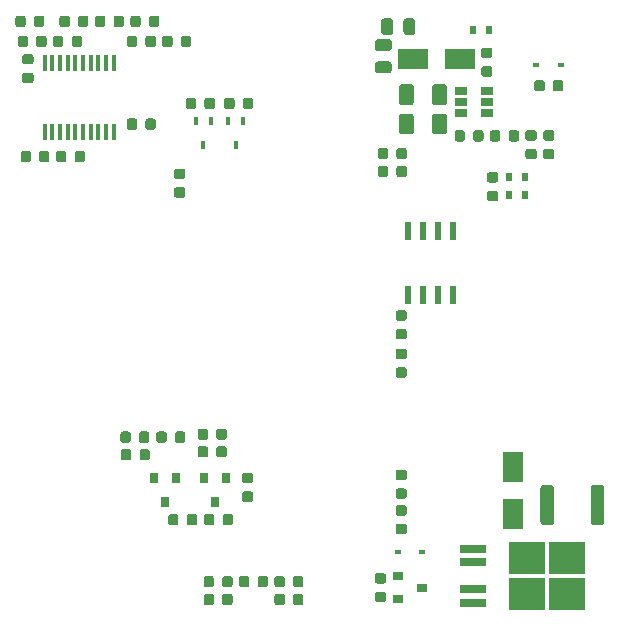
<source format=gbp>
G04 #@! TF.GenerationSoftware,KiCad,Pcbnew,5.1.0*
G04 #@! TF.CreationDate,2019-04-16T13:05:14+02:00*
G04 #@! TF.ProjectId,KXKM_audio_battery_module,4b584b4d-5f61-4756-9469-6f5f62617474,2.0*
G04 #@! TF.SameCoordinates,PX623a7c0PY839b680*
G04 #@! TF.FileFunction,Paste,Bot*
G04 #@! TF.FilePolarity,Positive*
%FSLAX46Y46*%
G04 Gerber Fmt 4.6, Leading zero omitted, Abs format (unit mm)*
G04 Created by KiCad (PCBNEW 5.1.0) date 2019-04-16 13:05:14*
%MOMM*%
%LPD*%
G04 APERTURE LIST*
%ADD10C,0.100000*%
%ADD11C,0.875000*%
%ADD12R,0.900000X0.800000*%
%ADD13R,0.800000X0.900000*%
%ADD14R,0.600000X0.700000*%
%ADD15C,0.975000*%
%ADD16R,3.050000X2.750000*%
%ADD17R,2.200000X0.800000*%
%ADD18R,0.450000X0.700000*%
%ADD19R,0.600000X0.450000*%
%ADD20R,2.500000X1.800000*%
%ADD21C,1.250000*%
%ADD22R,0.600000X1.550000*%
%ADD23R,0.450000X1.450000*%
%ADD24R,1.060000X0.650000*%
%ADD25R,1.800000X2.500000*%
%ADD26C,1.125000*%
G04 APERTURE END LIST*
D10*
G36*
X27027691Y9223947D02*
G01*
X27048926Y9220797D01*
X27069750Y9215581D01*
X27089962Y9208349D01*
X27109368Y9199170D01*
X27127781Y9188134D01*
X27145024Y9175346D01*
X27160930Y9160930D01*
X27175346Y9145024D01*
X27188134Y9127781D01*
X27199170Y9109368D01*
X27208349Y9089962D01*
X27215581Y9069750D01*
X27220797Y9048926D01*
X27223947Y9027691D01*
X27225000Y9006250D01*
X27225000Y8493750D01*
X27223947Y8472309D01*
X27220797Y8451074D01*
X27215581Y8430250D01*
X27208349Y8410038D01*
X27199170Y8390632D01*
X27188134Y8372219D01*
X27175346Y8354976D01*
X27160930Y8339070D01*
X27145024Y8324654D01*
X27127781Y8311866D01*
X27109368Y8300830D01*
X27089962Y8291651D01*
X27069750Y8284419D01*
X27048926Y8279203D01*
X27027691Y8276053D01*
X27006250Y8275000D01*
X26568750Y8275000D01*
X26547309Y8276053D01*
X26526074Y8279203D01*
X26505250Y8284419D01*
X26485038Y8291651D01*
X26465632Y8300830D01*
X26447219Y8311866D01*
X26429976Y8324654D01*
X26414070Y8339070D01*
X26399654Y8354976D01*
X26386866Y8372219D01*
X26375830Y8390632D01*
X26366651Y8410038D01*
X26359419Y8430250D01*
X26354203Y8451074D01*
X26351053Y8472309D01*
X26350000Y8493750D01*
X26350000Y9006250D01*
X26351053Y9027691D01*
X26354203Y9048926D01*
X26359419Y9069750D01*
X26366651Y9089962D01*
X26375830Y9109368D01*
X26386866Y9127781D01*
X26399654Y9145024D01*
X26414070Y9160930D01*
X26429976Y9175346D01*
X26447219Y9188134D01*
X26465632Y9199170D01*
X26485038Y9208349D01*
X26505250Y9215581D01*
X26526074Y9220797D01*
X26547309Y9223947D01*
X26568750Y9225000D01*
X27006250Y9225000D01*
X27027691Y9223947D01*
X27027691Y9223947D01*
G37*
D11*
X26787500Y8750000D03*
D10*
G36*
X25452691Y9223947D02*
G01*
X25473926Y9220797D01*
X25494750Y9215581D01*
X25514962Y9208349D01*
X25534368Y9199170D01*
X25552781Y9188134D01*
X25570024Y9175346D01*
X25585930Y9160930D01*
X25600346Y9145024D01*
X25613134Y9127781D01*
X25624170Y9109368D01*
X25633349Y9089962D01*
X25640581Y9069750D01*
X25645797Y9048926D01*
X25648947Y9027691D01*
X25650000Y9006250D01*
X25650000Y8493750D01*
X25648947Y8472309D01*
X25645797Y8451074D01*
X25640581Y8430250D01*
X25633349Y8410038D01*
X25624170Y8390632D01*
X25613134Y8372219D01*
X25600346Y8354976D01*
X25585930Y8339070D01*
X25570024Y8324654D01*
X25552781Y8311866D01*
X25534368Y8300830D01*
X25514962Y8291651D01*
X25494750Y8284419D01*
X25473926Y8279203D01*
X25452691Y8276053D01*
X25431250Y8275000D01*
X24993750Y8275000D01*
X24972309Y8276053D01*
X24951074Y8279203D01*
X24930250Y8284419D01*
X24910038Y8291651D01*
X24890632Y8300830D01*
X24872219Y8311866D01*
X24854976Y8324654D01*
X24839070Y8339070D01*
X24824654Y8354976D01*
X24811866Y8372219D01*
X24800830Y8390632D01*
X24791651Y8410038D01*
X24784419Y8430250D01*
X24779203Y8451074D01*
X24776053Y8472309D01*
X24775000Y8493750D01*
X24775000Y9006250D01*
X24776053Y9027691D01*
X24779203Y9048926D01*
X24784419Y9069750D01*
X24791651Y9089962D01*
X24800830Y9109368D01*
X24811866Y9127781D01*
X24824654Y9145024D01*
X24839070Y9160930D01*
X24854976Y9175346D01*
X24872219Y9188134D01*
X24890632Y9199170D01*
X24910038Y9208349D01*
X24930250Y9215581D01*
X24951074Y9220797D01*
X24972309Y9223947D01*
X24993750Y9225000D01*
X25431250Y9225000D01*
X25452691Y9223947D01*
X25452691Y9223947D01*
G37*
D11*
X25212500Y8750000D03*
D12*
X40250000Y8250000D03*
X38250000Y9200000D03*
X38250000Y7300000D03*
D10*
G36*
X22452691Y9223947D02*
G01*
X22473926Y9220797D01*
X22494750Y9215581D01*
X22514962Y9208349D01*
X22534368Y9199170D01*
X22552781Y9188134D01*
X22570024Y9175346D01*
X22585930Y9160930D01*
X22600346Y9145024D01*
X22613134Y9127781D01*
X22624170Y9109368D01*
X22633349Y9089962D01*
X22640581Y9069750D01*
X22645797Y9048926D01*
X22648947Y9027691D01*
X22650000Y9006250D01*
X22650000Y8493750D01*
X22648947Y8472309D01*
X22645797Y8451074D01*
X22640581Y8430250D01*
X22633349Y8410038D01*
X22624170Y8390632D01*
X22613134Y8372219D01*
X22600346Y8354976D01*
X22585930Y8339070D01*
X22570024Y8324654D01*
X22552781Y8311866D01*
X22534368Y8300830D01*
X22514962Y8291651D01*
X22494750Y8284419D01*
X22473926Y8279203D01*
X22452691Y8276053D01*
X22431250Y8275000D01*
X21993750Y8275000D01*
X21972309Y8276053D01*
X21951074Y8279203D01*
X21930250Y8284419D01*
X21910038Y8291651D01*
X21890632Y8300830D01*
X21872219Y8311866D01*
X21854976Y8324654D01*
X21839070Y8339070D01*
X21824654Y8354976D01*
X21811866Y8372219D01*
X21800830Y8390632D01*
X21791651Y8410038D01*
X21784419Y8430250D01*
X21779203Y8451074D01*
X21776053Y8472309D01*
X21775000Y8493750D01*
X21775000Y9006250D01*
X21776053Y9027691D01*
X21779203Y9048926D01*
X21784419Y9069750D01*
X21791651Y9089962D01*
X21800830Y9109368D01*
X21811866Y9127781D01*
X21824654Y9145024D01*
X21839070Y9160930D01*
X21854976Y9175346D01*
X21872219Y9188134D01*
X21890632Y9199170D01*
X21910038Y9208349D01*
X21930250Y9215581D01*
X21951074Y9220797D01*
X21972309Y9223947D01*
X21993750Y9225000D01*
X22431250Y9225000D01*
X22452691Y9223947D01*
X22452691Y9223947D01*
G37*
D11*
X22212500Y8750000D03*
D10*
G36*
X24027691Y9223947D02*
G01*
X24048926Y9220797D01*
X24069750Y9215581D01*
X24089962Y9208349D01*
X24109368Y9199170D01*
X24127781Y9188134D01*
X24145024Y9175346D01*
X24160930Y9160930D01*
X24175346Y9145024D01*
X24188134Y9127781D01*
X24199170Y9109368D01*
X24208349Y9089962D01*
X24215581Y9069750D01*
X24220797Y9048926D01*
X24223947Y9027691D01*
X24225000Y9006250D01*
X24225000Y8493750D01*
X24223947Y8472309D01*
X24220797Y8451074D01*
X24215581Y8430250D01*
X24208349Y8410038D01*
X24199170Y8390632D01*
X24188134Y8372219D01*
X24175346Y8354976D01*
X24160930Y8339070D01*
X24145024Y8324654D01*
X24127781Y8311866D01*
X24109368Y8300830D01*
X24089962Y8291651D01*
X24069750Y8284419D01*
X24048926Y8279203D01*
X24027691Y8276053D01*
X24006250Y8275000D01*
X23568750Y8275000D01*
X23547309Y8276053D01*
X23526074Y8279203D01*
X23505250Y8284419D01*
X23485038Y8291651D01*
X23465632Y8300830D01*
X23447219Y8311866D01*
X23429976Y8324654D01*
X23414070Y8339070D01*
X23399654Y8354976D01*
X23386866Y8372219D01*
X23375830Y8390632D01*
X23366651Y8410038D01*
X23359419Y8430250D01*
X23354203Y8451074D01*
X23351053Y8472309D01*
X23350000Y8493750D01*
X23350000Y9006250D01*
X23351053Y9027691D01*
X23354203Y9048926D01*
X23359419Y9069750D01*
X23366651Y9089962D01*
X23375830Y9109368D01*
X23386866Y9127781D01*
X23399654Y9145024D01*
X23414070Y9160930D01*
X23429976Y9175346D01*
X23447219Y9188134D01*
X23465632Y9199170D01*
X23485038Y9208349D01*
X23505250Y9215581D01*
X23526074Y9220797D01*
X23547309Y9223947D01*
X23568750Y9225000D01*
X24006250Y9225000D01*
X24027691Y9223947D01*
X24027691Y9223947D01*
G37*
D11*
X23787500Y8750000D03*
D10*
G36*
X24027691Y7723947D02*
G01*
X24048926Y7720797D01*
X24069750Y7715581D01*
X24089962Y7708349D01*
X24109368Y7699170D01*
X24127781Y7688134D01*
X24145024Y7675346D01*
X24160930Y7660930D01*
X24175346Y7645024D01*
X24188134Y7627781D01*
X24199170Y7609368D01*
X24208349Y7589962D01*
X24215581Y7569750D01*
X24220797Y7548926D01*
X24223947Y7527691D01*
X24225000Y7506250D01*
X24225000Y6993750D01*
X24223947Y6972309D01*
X24220797Y6951074D01*
X24215581Y6930250D01*
X24208349Y6910038D01*
X24199170Y6890632D01*
X24188134Y6872219D01*
X24175346Y6854976D01*
X24160930Y6839070D01*
X24145024Y6824654D01*
X24127781Y6811866D01*
X24109368Y6800830D01*
X24089962Y6791651D01*
X24069750Y6784419D01*
X24048926Y6779203D01*
X24027691Y6776053D01*
X24006250Y6775000D01*
X23568750Y6775000D01*
X23547309Y6776053D01*
X23526074Y6779203D01*
X23505250Y6784419D01*
X23485038Y6791651D01*
X23465632Y6800830D01*
X23447219Y6811866D01*
X23429976Y6824654D01*
X23414070Y6839070D01*
X23399654Y6854976D01*
X23386866Y6872219D01*
X23375830Y6890632D01*
X23366651Y6910038D01*
X23359419Y6930250D01*
X23354203Y6951074D01*
X23351053Y6972309D01*
X23350000Y6993750D01*
X23350000Y7506250D01*
X23351053Y7527691D01*
X23354203Y7548926D01*
X23359419Y7569750D01*
X23366651Y7589962D01*
X23375830Y7609368D01*
X23386866Y7627781D01*
X23399654Y7645024D01*
X23414070Y7660930D01*
X23429976Y7675346D01*
X23447219Y7688134D01*
X23465632Y7699170D01*
X23485038Y7708349D01*
X23505250Y7715581D01*
X23526074Y7720797D01*
X23547309Y7723947D01*
X23568750Y7725000D01*
X24006250Y7725000D01*
X24027691Y7723947D01*
X24027691Y7723947D01*
G37*
D11*
X23787500Y7250000D03*
D10*
G36*
X22452691Y7723947D02*
G01*
X22473926Y7720797D01*
X22494750Y7715581D01*
X22514962Y7708349D01*
X22534368Y7699170D01*
X22552781Y7688134D01*
X22570024Y7675346D01*
X22585930Y7660930D01*
X22600346Y7645024D01*
X22613134Y7627781D01*
X22624170Y7609368D01*
X22633349Y7589962D01*
X22640581Y7569750D01*
X22645797Y7548926D01*
X22648947Y7527691D01*
X22650000Y7506250D01*
X22650000Y6993750D01*
X22648947Y6972309D01*
X22645797Y6951074D01*
X22640581Y6930250D01*
X22633349Y6910038D01*
X22624170Y6890632D01*
X22613134Y6872219D01*
X22600346Y6854976D01*
X22585930Y6839070D01*
X22570024Y6824654D01*
X22552781Y6811866D01*
X22534368Y6800830D01*
X22514962Y6791651D01*
X22494750Y6784419D01*
X22473926Y6779203D01*
X22452691Y6776053D01*
X22431250Y6775000D01*
X21993750Y6775000D01*
X21972309Y6776053D01*
X21951074Y6779203D01*
X21930250Y6784419D01*
X21910038Y6791651D01*
X21890632Y6800830D01*
X21872219Y6811866D01*
X21854976Y6824654D01*
X21839070Y6839070D01*
X21824654Y6854976D01*
X21811866Y6872219D01*
X21800830Y6890632D01*
X21791651Y6910038D01*
X21784419Y6930250D01*
X21779203Y6951074D01*
X21776053Y6972309D01*
X21775000Y6993750D01*
X21775000Y7506250D01*
X21776053Y7527691D01*
X21779203Y7548926D01*
X21784419Y7569750D01*
X21791651Y7589962D01*
X21800830Y7609368D01*
X21811866Y7627781D01*
X21824654Y7645024D01*
X21839070Y7660930D01*
X21854976Y7675346D01*
X21872219Y7688134D01*
X21890632Y7699170D01*
X21910038Y7708349D01*
X21930250Y7715581D01*
X21951074Y7720797D01*
X21972309Y7723947D01*
X21993750Y7725000D01*
X22431250Y7725000D01*
X22452691Y7723947D01*
X22452691Y7723947D01*
G37*
D11*
X22212500Y7250000D03*
D10*
G36*
X30027691Y9223947D02*
G01*
X30048926Y9220797D01*
X30069750Y9215581D01*
X30089962Y9208349D01*
X30109368Y9199170D01*
X30127781Y9188134D01*
X30145024Y9175346D01*
X30160930Y9160930D01*
X30175346Y9145024D01*
X30188134Y9127781D01*
X30199170Y9109368D01*
X30208349Y9089962D01*
X30215581Y9069750D01*
X30220797Y9048926D01*
X30223947Y9027691D01*
X30225000Y9006250D01*
X30225000Y8493750D01*
X30223947Y8472309D01*
X30220797Y8451074D01*
X30215581Y8430250D01*
X30208349Y8410038D01*
X30199170Y8390632D01*
X30188134Y8372219D01*
X30175346Y8354976D01*
X30160930Y8339070D01*
X30145024Y8324654D01*
X30127781Y8311866D01*
X30109368Y8300830D01*
X30089962Y8291651D01*
X30069750Y8284419D01*
X30048926Y8279203D01*
X30027691Y8276053D01*
X30006250Y8275000D01*
X29568750Y8275000D01*
X29547309Y8276053D01*
X29526074Y8279203D01*
X29505250Y8284419D01*
X29485038Y8291651D01*
X29465632Y8300830D01*
X29447219Y8311866D01*
X29429976Y8324654D01*
X29414070Y8339070D01*
X29399654Y8354976D01*
X29386866Y8372219D01*
X29375830Y8390632D01*
X29366651Y8410038D01*
X29359419Y8430250D01*
X29354203Y8451074D01*
X29351053Y8472309D01*
X29350000Y8493750D01*
X29350000Y9006250D01*
X29351053Y9027691D01*
X29354203Y9048926D01*
X29359419Y9069750D01*
X29366651Y9089962D01*
X29375830Y9109368D01*
X29386866Y9127781D01*
X29399654Y9145024D01*
X29414070Y9160930D01*
X29429976Y9175346D01*
X29447219Y9188134D01*
X29465632Y9199170D01*
X29485038Y9208349D01*
X29505250Y9215581D01*
X29526074Y9220797D01*
X29547309Y9223947D01*
X29568750Y9225000D01*
X30006250Y9225000D01*
X30027691Y9223947D01*
X30027691Y9223947D01*
G37*
D11*
X29787500Y8750000D03*
D10*
G36*
X28452691Y9223947D02*
G01*
X28473926Y9220797D01*
X28494750Y9215581D01*
X28514962Y9208349D01*
X28534368Y9199170D01*
X28552781Y9188134D01*
X28570024Y9175346D01*
X28585930Y9160930D01*
X28600346Y9145024D01*
X28613134Y9127781D01*
X28624170Y9109368D01*
X28633349Y9089962D01*
X28640581Y9069750D01*
X28645797Y9048926D01*
X28648947Y9027691D01*
X28650000Y9006250D01*
X28650000Y8493750D01*
X28648947Y8472309D01*
X28645797Y8451074D01*
X28640581Y8430250D01*
X28633349Y8410038D01*
X28624170Y8390632D01*
X28613134Y8372219D01*
X28600346Y8354976D01*
X28585930Y8339070D01*
X28570024Y8324654D01*
X28552781Y8311866D01*
X28534368Y8300830D01*
X28514962Y8291651D01*
X28494750Y8284419D01*
X28473926Y8279203D01*
X28452691Y8276053D01*
X28431250Y8275000D01*
X27993750Y8275000D01*
X27972309Y8276053D01*
X27951074Y8279203D01*
X27930250Y8284419D01*
X27910038Y8291651D01*
X27890632Y8300830D01*
X27872219Y8311866D01*
X27854976Y8324654D01*
X27839070Y8339070D01*
X27824654Y8354976D01*
X27811866Y8372219D01*
X27800830Y8390632D01*
X27791651Y8410038D01*
X27784419Y8430250D01*
X27779203Y8451074D01*
X27776053Y8472309D01*
X27775000Y8493750D01*
X27775000Y9006250D01*
X27776053Y9027691D01*
X27779203Y9048926D01*
X27784419Y9069750D01*
X27791651Y9089962D01*
X27800830Y9109368D01*
X27811866Y9127781D01*
X27824654Y9145024D01*
X27839070Y9160930D01*
X27854976Y9175346D01*
X27872219Y9188134D01*
X27890632Y9199170D01*
X27910038Y9208349D01*
X27930250Y9215581D01*
X27951074Y9220797D01*
X27972309Y9223947D01*
X27993750Y9225000D01*
X28431250Y9225000D01*
X28452691Y9223947D01*
X28452691Y9223947D01*
G37*
D11*
X28212500Y8750000D03*
D10*
G36*
X28452691Y7723947D02*
G01*
X28473926Y7720797D01*
X28494750Y7715581D01*
X28514962Y7708349D01*
X28534368Y7699170D01*
X28552781Y7688134D01*
X28570024Y7675346D01*
X28585930Y7660930D01*
X28600346Y7645024D01*
X28613134Y7627781D01*
X28624170Y7609368D01*
X28633349Y7589962D01*
X28640581Y7569750D01*
X28645797Y7548926D01*
X28648947Y7527691D01*
X28650000Y7506250D01*
X28650000Y6993750D01*
X28648947Y6972309D01*
X28645797Y6951074D01*
X28640581Y6930250D01*
X28633349Y6910038D01*
X28624170Y6890632D01*
X28613134Y6872219D01*
X28600346Y6854976D01*
X28585930Y6839070D01*
X28570024Y6824654D01*
X28552781Y6811866D01*
X28534368Y6800830D01*
X28514962Y6791651D01*
X28494750Y6784419D01*
X28473926Y6779203D01*
X28452691Y6776053D01*
X28431250Y6775000D01*
X27993750Y6775000D01*
X27972309Y6776053D01*
X27951074Y6779203D01*
X27930250Y6784419D01*
X27910038Y6791651D01*
X27890632Y6800830D01*
X27872219Y6811866D01*
X27854976Y6824654D01*
X27839070Y6839070D01*
X27824654Y6854976D01*
X27811866Y6872219D01*
X27800830Y6890632D01*
X27791651Y6910038D01*
X27784419Y6930250D01*
X27779203Y6951074D01*
X27776053Y6972309D01*
X27775000Y6993750D01*
X27775000Y7506250D01*
X27776053Y7527691D01*
X27779203Y7548926D01*
X27784419Y7569750D01*
X27791651Y7589962D01*
X27800830Y7609368D01*
X27811866Y7627781D01*
X27824654Y7645024D01*
X27839070Y7660930D01*
X27854976Y7675346D01*
X27872219Y7688134D01*
X27890632Y7699170D01*
X27910038Y7708349D01*
X27930250Y7715581D01*
X27951074Y7720797D01*
X27972309Y7723947D01*
X27993750Y7725000D01*
X28431250Y7725000D01*
X28452691Y7723947D01*
X28452691Y7723947D01*
G37*
D11*
X28212500Y7250000D03*
D10*
G36*
X30027691Y7723947D02*
G01*
X30048926Y7720797D01*
X30069750Y7715581D01*
X30089962Y7708349D01*
X30109368Y7699170D01*
X30127781Y7688134D01*
X30145024Y7675346D01*
X30160930Y7660930D01*
X30175346Y7645024D01*
X30188134Y7627781D01*
X30199170Y7609368D01*
X30208349Y7589962D01*
X30215581Y7569750D01*
X30220797Y7548926D01*
X30223947Y7527691D01*
X30225000Y7506250D01*
X30225000Y6993750D01*
X30223947Y6972309D01*
X30220797Y6951074D01*
X30215581Y6930250D01*
X30208349Y6910038D01*
X30199170Y6890632D01*
X30188134Y6872219D01*
X30175346Y6854976D01*
X30160930Y6839070D01*
X30145024Y6824654D01*
X30127781Y6811866D01*
X30109368Y6800830D01*
X30089962Y6791651D01*
X30069750Y6784419D01*
X30048926Y6779203D01*
X30027691Y6776053D01*
X30006250Y6775000D01*
X29568750Y6775000D01*
X29547309Y6776053D01*
X29526074Y6779203D01*
X29505250Y6784419D01*
X29485038Y6791651D01*
X29465632Y6800830D01*
X29447219Y6811866D01*
X29429976Y6824654D01*
X29414070Y6839070D01*
X29399654Y6854976D01*
X29386866Y6872219D01*
X29375830Y6890632D01*
X29366651Y6910038D01*
X29359419Y6930250D01*
X29354203Y6951074D01*
X29351053Y6972309D01*
X29350000Y6993750D01*
X29350000Y7506250D01*
X29351053Y7527691D01*
X29354203Y7548926D01*
X29359419Y7569750D01*
X29366651Y7589962D01*
X29375830Y7609368D01*
X29386866Y7627781D01*
X29399654Y7645024D01*
X29414070Y7660930D01*
X29429976Y7675346D01*
X29447219Y7688134D01*
X29465632Y7699170D01*
X29485038Y7708349D01*
X29505250Y7715581D01*
X29526074Y7720797D01*
X29547309Y7723947D01*
X29568750Y7725000D01*
X30006250Y7725000D01*
X30027691Y7723947D01*
X30027691Y7723947D01*
G37*
D11*
X29787500Y7250000D03*
D13*
X21800000Y17500000D03*
X23700000Y17500000D03*
X22750000Y15500000D03*
X17550000Y17500000D03*
X19450000Y17500000D03*
X18500000Y15500000D03*
D14*
X49000000Y43000000D03*
X47600000Y43000000D03*
D10*
G36*
X37480142Y54673826D02*
G01*
X37503803Y54670316D01*
X37527007Y54664504D01*
X37549529Y54656446D01*
X37571153Y54646218D01*
X37591670Y54633921D01*
X37610883Y54619671D01*
X37628607Y54603607D01*
X37644671Y54585883D01*
X37658921Y54566670D01*
X37671218Y54546153D01*
X37681446Y54524529D01*
X37689504Y54502007D01*
X37695316Y54478803D01*
X37698826Y54455142D01*
X37700000Y54431250D01*
X37700000Y53943750D01*
X37698826Y53919858D01*
X37695316Y53896197D01*
X37689504Y53872993D01*
X37681446Y53850471D01*
X37671218Y53828847D01*
X37658921Y53808330D01*
X37644671Y53789117D01*
X37628607Y53771393D01*
X37610883Y53755329D01*
X37591670Y53741079D01*
X37571153Y53728782D01*
X37549529Y53718554D01*
X37527007Y53710496D01*
X37503803Y53704684D01*
X37480142Y53701174D01*
X37456250Y53700000D01*
X36543750Y53700000D01*
X36519858Y53701174D01*
X36496197Y53704684D01*
X36472993Y53710496D01*
X36450471Y53718554D01*
X36428847Y53728782D01*
X36408330Y53741079D01*
X36389117Y53755329D01*
X36371393Y53771393D01*
X36355329Y53789117D01*
X36341079Y53808330D01*
X36328782Y53828847D01*
X36318554Y53850471D01*
X36310496Y53872993D01*
X36304684Y53896197D01*
X36301174Y53919858D01*
X36300000Y53943750D01*
X36300000Y54431250D01*
X36301174Y54455142D01*
X36304684Y54478803D01*
X36310496Y54502007D01*
X36318554Y54524529D01*
X36328782Y54546153D01*
X36341079Y54566670D01*
X36355329Y54585883D01*
X36371393Y54603607D01*
X36389117Y54619671D01*
X36408330Y54633921D01*
X36428847Y54646218D01*
X36450471Y54656446D01*
X36472993Y54664504D01*
X36496197Y54670316D01*
X36519858Y54673826D01*
X36543750Y54675000D01*
X37456250Y54675000D01*
X37480142Y54673826D01*
X37480142Y54673826D01*
G37*
D15*
X37000000Y54187500D03*
D10*
G36*
X37480142Y52798826D02*
G01*
X37503803Y52795316D01*
X37527007Y52789504D01*
X37549529Y52781446D01*
X37571153Y52771218D01*
X37591670Y52758921D01*
X37610883Y52744671D01*
X37628607Y52728607D01*
X37644671Y52710883D01*
X37658921Y52691670D01*
X37671218Y52671153D01*
X37681446Y52649529D01*
X37689504Y52627007D01*
X37695316Y52603803D01*
X37698826Y52580142D01*
X37700000Y52556250D01*
X37700000Y52068750D01*
X37698826Y52044858D01*
X37695316Y52021197D01*
X37689504Y51997993D01*
X37681446Y51975471D01*
X37671218Y51953847D01*
X37658921Y51933330D01*
X37644671Y51914117D01*
X37628607Y51896393D01*
X37610883Y51880329D01*
X37591670Y51866079D01*
X37571153Y51853782D01*
X37549529Y51843554D01*
X37527007Y51835496D01*
X37503803Y51829684D01*
X37480142Y51826174D01*
X37456250Y51825000D01*
X36543750Y51825000D01*
X36519858Y51826174D01*
X36496197Y51829684D01*
X36472993Y51835496D01*
X36450471Y51843554D01*
X36428847Y51853782D01*
X36408330Y51866079D01*
X36389117Y51880329D01*
X36371393Y51896393D01*
X36355329Y51914117D01*
X36341079Y51933330D01*
X36328782Y51953847D01*
X36318554Y51975471D01*
X36310496Y51997993D01*
X36304684Y52021197D01*
X36301174Y52044858D01*
X36300000Y52068750D01*
X36300000Y52556250D01*
X36301174Y52580142D01*
X36304684Y52603803D01*
X36310496Y52627007D01*
X36318554Y52649529D01*
X36328782Y52671153D01*
X36341079Y52691670D01*
X36355329Y52710883D01*
X36371393Y52728607D01*
X36389117Y52744671D01*
X36408330Y52758921D01*
X36428847Y52771218D01*
X36450471Y52781446D01*
X36472993Y52789504D01*
X36496197Y52795316D01*
X36519858Y52798826D01*
X36543750Y52800000D01*
X37456250Y52800000D01*
X37480142Y52798826D01*
X37480142Y52798826D01*
G37*
D15*
X37000000Y52312500D03*
D16*
X49175000Y10775000D03*
X52525000Y7725000D03*
X49175000Y7725000D03*
X52525000Y10775000D03*
D17*
X44550000Y11530000D03*
X44550000Y10390000D03*
X44550000Y8110000D03*
X44550000Y6970000D03*
D10*
G36*
X43702691Y46973947D02*
G01*
X43723926Y46970797D01*
X43744750Y46965581D01*
X43764962Y46958349D01*
X43784368Y46949170D01*
X43802781Y46938134D01*
X43820024Y46925346D01*
X43835930Y46910930D01*
X43850346Y46895024D01*
X43863134Y46877781D01*
X43874170Y46859368D01*
X43883349Y46839962D01*
X43890581Y46819750D01*
X43895797Y46798926D01*
X43898947Y46777691D01*
X43900000Y46756250D01*
X43900000Y46243750D01*
X43898947Y46222309D01*
X43895797Y46201074D01*
X43890581Y46180250D01*
X43883349Y46160038D01*
X43874170Y46140632D01*
X43863134Y46122219D01*
X43850346Y46104976D01*
X43835930Y46089070D01*
X43820024Y46074654D01*
X43802781Y46061866D01*
X43784368Y46050830D01*
X43764962Y46041651D01*
X43744750Y46034419D01*
X43723926Y46029203D01*
X43702691Y46026053D01*
X43681250Y46025000D01*
X43243750Y46025000D01*
X43222309Y46026053D01*
X43201074Y46029203D01*
X43180250Y46034419D01*
X43160038Y46041651D01*
X43140632Y46050830D01*
X43122219Y46061866D01*
X43104976Y46074654D01*
X43089070Y46089070D01*
X43074654Y46104976D01*
X43061866Y46122219D01*
X43050830Y46140632D01*
X43041651Y46160038D01*
X43034419Y46180250D01*
X43029203Y46201074D01*
X43026053Y46222309D01*
X43025000Y46243750D01*
X43025000Y46756250D01*
X43026053Y46777691D01*
X43029203Y46798926D01*
X43034419Y46819750D01*
X43041651Y46839962D01*
X43050830Y46859368D01*
X43061866Y46877781D01*
X43074654Y46895024D01*
X43089070Y46910930D01*
X43104976Y46925346D01*
X43122219Y46938134D01*
X43140632Y46949170D01*
X43160038Y46958349D01*
X43180250Y46965581D01*
X43201074Y46970797D01*
X43222309Y46973947D01*
X43243750Y46975000D01*
X43681250Y46975000D01*
X43702691Y46973947D01*
X43702691Y46973947D01*
G37*
D11*
X43462500Y46500000D03*
D10*
G36*
X45277691Y46973947D02*
G01*
X45298926Y46970797D01*
X45319750Y46965581D01*
X45339962Y46958349D01*
X45359368Y46949170D01*
X45377781Y46938134D01*
X45395024Y46925346D01*
X45410930Y46910930D01*
X45425346Y46895024D01*
X45438134Y46877781D01*
X45449170Y46859368D01*
X45458349Y46839962D01*
X45465581Y46819750D01*
X45470797Y46798926D01*
X45473947Y46777691D01*
X45475000Y46756250D01*
X45475000Y46243750D01*
X45473947Y46222309D01*
X45470797Y46201074D01*
X45465581Y46180250D01*
X45458349Y46160038D01*
X45449170Y46140632D01*
X45438134Y46122219D01*
X45425346Y46104976D01*
X45410930Y46089070D01*
X45395024Y46074654D01*
X45377781Y46061866D01*
X45359368Y46050830D01*
X45339962Y46041651D01*
X45319750Y46034419D01*
X45298926Y46029203D01*
X45277691Y46026053D01*
X45256250Y46025000D01*
X44818750Y46025000D01*
X44797309Y46026053D01*
X44776074Y46029203D01*
X44755250Y46034419D01*
X44735038Y46041651D01*
X44715632Y46050830D01*
X44697219Y46061866D01*
X44679976Y46074654D01*
X44664070Y46089070D01*
X44649654Y46104976D01*
X44636866Y46122219D01*
X44625830Y46140632D01*
X44616651Y46160038D01*
X44609419Y46180250D01*
X44604203Y46201074D01*
X44601053Y46222309D01*
X44600000Y46243750D01*
X44600000Y46756250D01*
X44601053Y46777691D01*
X44604203Y46798926D01*
X44609419Y46819750D01*
X44616651Y46839962D01*
X44625830Y46859368D01*
X44636866Y46877781D01*
X44649654Y46895024D01*
X44664070Y46910930D01*
X44679976Y46925346D01*
X44697219Y46938134D01*
X44715632Y46949170D01*
X44735038Y46958349D01*
X44755250Y46965581D01*
X44776074Y46970797D01*
X44797309Y46973947D01*
X44818750Y46975000D01*
X45256250Y46975000D01*
X45277691Y46973947D01*
X45277691Y46973947D01*
G37*
D11*
X45037500Y46500000D03*
D10*
G36*
X48277691Y46973947D02*
G01*
X48298926Y46970797D01*
X48319750Y46965581D01*
X48339962Y46958349D01*
X48359368Y46949170D01*
X48377781Y46938134D01*
X48395024Y46925346D01*
X48410930Y46910930D01*
X48425346Y46895024D01*
X48438134Y46877781D01*
X48449170Y46859368D01*
X48458349Y46839962D01*
X48465581Y46819750D01*
X48470797Y46798926D01*
X48473947Y46777691D01*
X48475000Y46756250D01*
X48475000Y46243750D01*
X48473947Y46222309D01*
X48470797Y46201074D01*
X48465581Y46180250D01*
X48458349Y46160038D01*
X48449170Y46140632D01*
X48438134Y46122219D01*
X48425346Y46104976D01*
X48410930Y46089070D01*
X48395024Y46074654D01*
X48377781Y46061866D01*
X48359368Y46050830D01*
X48339962Y46041651D01*
X48319750Y46034419D01*
X48298926Y46029203D01*
X48277691Y46026053D01*
X48256250Y46025000D01*
X47818750Y46025000D01*
X47797309Y46026053D01*
X47776074Y46029203D01*
X47755250Y46034419D01*
X47735038Y46041651D01*
X47715632Y46050830D01*
X47697219Y46061866D01*
X47679976Y46074654D01*
X47664070Y46089070D01*
X47649654Y46104976D01*
X47636866Y46122219D01*
X47625830Y46140632D01*
X47616651Y46160038D01*
X47609419Y46180250D01*
X47604203Y46201074D01*
X47601053Y46222309D01*
X47600000Y46243750D01*
X47600000Y46756250D01*
X47601053Y46777691D01*
X47604203Y46798926D01*
X47609419Y46819750D01*
X47616651Y46839962D01*
X47625830Y46859368D01*
X47636866Y46877781D01*
X47649654Y46895024D01*
X47664070Y46910930D01*
X47679976Y46925346D01*
X47697219Y46938134D01*
X47715632Y46949170D01*
X47735038Y46958349D01*
X47755250Y46965581D01*
X47776074Y46970797D01*
X47797309Y46973947D01*
X47818750Y46975000D01*
X48256250Y46975000D01*
X48277691Y46973947D01*
X48277691Y46973947D01*
G37*
D11*
X48037500Y46500000D03*
D10*
G36*
X46702691Y46973947D02*
G01*
X46723926Y46970797D01*
X46744750Y46965581D01*
X46764962Y46958349D01*
X46784368Y46949170D01*
X46802781Y46938134D01*
X46820024Y46925346D01*
X46835930Y46910930D01*
X46850346Y46895024D01*
X46863134Y46877781D01*
X46874170Y46859368D01*
X46883349Y46839962D01*
X46890581Y46819750D01*
X46895797Y46798926D01*
X46898947Y46777691D01*
X46900000Y46756250D01*
X46900000Y46243750D01*
X46898947Y46222309D01*
X46895797Y46201074D01*
X46890581Y46180250D01*
X46883349Y46160038D01*
X46874170Y46140632D01*
X46863134Y46122219D01*
X46850346Y46104976D01*
X46835930Y46089070D01*
X46820024Y46074654D01*
X46802781Y46061866D01*
X46784368Y46050830D01*
X46764962Y46041651D01*
X46744750Y46034419D01*
X46723926Y46029203D01*
X46702691Y46026053D01*
X46681250Y46025000D01*
X46243750Y46025000D01*
X46222309Y46026053D01*
X46201074Y46029203D01*
X46180250Y46034419D01*
X46160038Y46041651D01*
X46140632Y46050830D01*
X46122219Y46061866D01*
X46104976Y46074654D01*
X46089070Y46089070D01*
X46074654Y46104976D01*
X46061866Y46122219D01*
X46050830Y46140632D01*
X46041651Y46160038D01*
X46034419Y46180250D01*
X46029203Y46201074D01*
X46026053Y46222309D01*
X46025000Y46243750D01*
X46025000Y46756250D01*
X46026053Y46777691D01*
X46029203Y46798926D01*
X46034419Y46819750D01*
X46041651Y46839962D01*
X46050830Y46859368D01*
X46061866Y46877781D01*
X46074654Y46895024D01*
X46089070Y46910930D01*
X46104976Y46925346D01*
X46122219Y46938134D01*
X46140632Y46949170D01*
X46160038Y46958349D01*
X46180250Y46965581D01*
X46201074Y46970797D01*
X46222309Y46973947D01*
X46243750Y46975000D01*
X46681250Y46975000D01*
X46702691Y46973947D01*
X46702691Y46973947D01*
G37*
D11*
X46462500Y46500000D03*
D10*
G36*
X49777691Y45398947D02*
G01*
X49798926Y45395797D01*
X49819750Y45390581D01*
X49839962Y45383349D01*
X49859368Y45374170D01*
X49877781Y45363134D01*
X49895024Y45350346D01*
X49910930Y45335930D01*
X49925346Y45320024D01*
X49938134Y45302781D01*
X49949170Y45284368D01*
X49958349Y45264962D01*
X49965581Y45244750D01*
X49970797Y45223926D01*
X49973947Y45202691D01*
X49975000Y45181250D01*
X49975000Y44743750D01*
X49973947Y44722309D01*
X49970797Y44701074D01*
X49965581Y44680250D01*
X49958349Y44660038D01*
X49949170Y44640632D01*
X49938134Y44622219D01*
X49925346Y44604976D01*
X49910930Y44589070D01*
X49895024Y44574654D01*
X49877781Y44561866D01*
X49859368Y44550830D01*
X49839962Y44541651D01*
X49819750Y44534419D01*
X49798926Y44529203D01*
X49777691Y44526053D01*
X49756250Y44525000D01*
X49243750Y44525000D01*
X49222309Y44526053D01*
X49201074Y44529203D01*
X49180250Y44534419D01*
X49160038Y44541651D01*
X49140632Y44550830D01*
X49122219Y44561866D01*
X49104976Y44574654D01*
X49089070Y44589070D01*
X49074654Y44604976D01*
X49061866Y44622219D01*
X49050830Y44640632D01*
X49041651Y44660038D01*
X49034419Y44680250D01*
X49029203Y44701074D01*
X49026053Y44722309D01*
X49025000Y44743750D01*
X49025000Y45181250D01*
X49026053Y45202691D01*
X49029203Y45223926D01*
X49034419Y45244750D01*
X49041651Y45264962D01*
X49050830Y45284368D01*
X49061866Y45302781D01*
X49074654Y45320024D01*
X49089070Y45335930D01*
X49104976Y45350346D01*
X49122219Y45363134D01*
X49140632Y45374170D01*
X49160038Y45383349D01*
X49180250Y45390581D01*
X49201074Y45395797D01*
X49222309Y45398947D01*
X49243750Y45400000D01*
X49756250Y45400000D01*
X49777691Y45398947D01*
X49777691Y45398947D01*
G37*
D11*
X49500000Y44962500D03*
D10*
G36*
X49777691Y46973947D02*
G01*
X49798926Y46970797D01*
X49819750Y46965581D01*
X49839962Y46958349D01*
X49859368Y46949170D01*
X49877781Y46938134D01*
X49895024Y46925346D01*
X49910930Y46910930D01*
X49925346Y46895024D01*
X49938134Y46877781D01*
X49949170Y46859368D01*
X49958349Y46839962D01*
X49965581Y46819750D01*
X49970797Y46798926D01*
X49973947Y46777691D01*
X49975000Y46756250D01*
X49975000Y46318750D01*
X49973947Y46297309D01*
X49970797Y46276074D01*
X49965581Y46255250D01*
X49958349Y46235038D01*
X49949170Y46215632D01*
X49938134Y46197219D01*
X49925346Y46179976D01*
X49910930Y46164070D01*
X49895024Y46149654D01*
X49877781Y46136866D01*
X49859368Y46125830D01*
X49839962Y46116651D01*
X49819750Y46109419D01*
X49798926Y46104203D01*
X49777691Y46101053D01*
X49756250Y46100000D01*
X49243750Y46100000D01*
X49222309Y46101053D01*
X49201074Y46104203D01*
X49180250Y46109419D01*
X49160038Y46116651D01*
X49140632Y46125830D01*
X49122219Y46136866D01*
X49104976Y46149654D01*
X49089070Y46164070D01*
X49074654Y46179976D01*
X49061866Y46197219D01*
X49050830Y46215632D01*
X49041651Y46235038D01*
X49034419Y46255250D01*
X49029203Y46276074D01*
X49026053Y46297309D01*
X49025000Y46318750D01*
X49025000Y46756250D01*
X49026053Y46777691D01*
X49029203Y46798926D01*
X49034419Y46819750D01*
X49041651Y46839962D01*
X49050830Y46859368D01*
X49061866Y46877781D01*
X49074654Y46895024D01*
X49089070Y46910930D01*
X49104976Y46925346D01*
X49122219Y46938134D01*
X49140632Y46949170D01*
X49160038Y46958349D01*
X49180250Y46965581D01*
X49201074Y46970797D01*
X49222309Y46973947D01*
X49243750Y46975000D01*
X49756250Y46975000D01*
X49777691Y46973947D01*
X49777691Y46973947D01*
G37*
D11*
X49500000Y46537500D03*
D10*
G36*
X51277691Y46973947D02*
G01*
X51298926Y46970797D01*
X51319750Y46965581D01*
X51339962Y46958349D01*
X51359368Y46949170D01*
X51377781Y46938134D01*
X51395024Y46925346D01*
X51410930Y46910930D01*
X51425346Y46895024D01*
X51438134Y46877781D01*
X51449170Y46859368D01*
X51458349Y46839962D01*
X51465581Y46819750D01*
X51470797Y46798926D01*
X51473947Y46777691D01*
X51475000Y46756250D01*
X51475000Y46318750D01*
X51473947Y46297309D01*
X51470797Y46276074D01*
X51465581Y46255250D01*
X51458349Y46235038D01*
X51449170Y46215632D01*
X51438134Y46197219D01*
X51425346Y46179976D01*
X51410930Y46164070D01*
X51395024Y46149654D01*
X51377781Y46136866D01*
X51359368Y46125830D01*
X51339962Y46116651D01*
X51319750Y46109419D01*
X51298926Y46104203D01*
X51277691Y46101053D01*
X51256250Y46100000D01*
X50743750Y46100000D01*
X50722309Y46101053D01*
X50701074Y46104203D01*
X50680250Y46109419D01*
X50660038Y46116651D01*
X50640632Y46125830D01*
X50622219Y46136866D01*
X50604976Y46149654D01*
X50589070Y46164070D01*
X50574654Y46179976D01*
X50561866Y46197219D01*
X50550830Y46215632D01*
X50541651Y46235038D01*
X50534419Y46255250D01*
X50529203Y46276074D01*
X50526053Y46297309D01*
X50525000Y46318750D01*
X50525000Y46756250D01*
X50526053Y46777691D01*
X50529203Y46798926D01*
X50534419Y46819750D01*
X50541651Y46839962D01*
X50550830Y46859368D01*
X50561866Y46877781D01*
X50574654Y46895024D01*
X50589070Y46910930D01*
X50604976Y46925346D01*
X50622219Y46938134D01*
X50640632Y46949170D01*
X50660038Y46958349D01*
X50680250Y46965581D01*
X50701074Y46970797D01*
X50722309Y46973947D01*
X50743750Y46975000D01*
X51256250Y46975000D01*
X51277691Y46973947D01*
X51277691Y46973947D01*
G37*
D11*
X51000000Y46537500D03*
D10*
G36*
X51277691Y45398947D02*
G01*
X51298926Y45395797D01*
X51319750Y45390581D01*
X51339962Y45383349D01*
X51359368Y45374170D01*
X51377781Y45363134D01*
X51395024Y45350346D01*
X51410930Y45335930D01*
X51425346Y45320024D01*
X51438134Y45302781D01*
X51449170Y45284368D01*
X51458349Y45264962D01*
X51465581Y45244750D01*
X51470797Y45223926D01*
X51473947Y45202691D01*
X51475000Y45181250D01*
X51475000Y44743750D01*
X51473947Y44722309D01*
X51470797Y44701074D01*
X51465581Y44680250D01*
X51458349Y44660038D01*
X51449170Y44640632D01*
X51438134Y44622219D01*
X51425346Y44604976D01*
X51410930Y44589070D01*
X51395024Y44574654D01*
X51377781Y44561866D01*
X51359368Y44550830D01*
X51339962Y44541651D01*
X51319750Y44534419D01*
X51298926Y44529203D01*
X51277691Y44526053D01*
X51256250Y44525000D01*
X50743750Y44525000D01*
X50722309Y44526053D01*
X50701074Y44529203D01*
X50680250Y44534419D01*
X50660038Y44541651D01*
X50640632Y44550830D01*
X50622219Y44561866D01*
X50604976Y44574654D01*
X50589070Y44589070D01*
X50574654Y44604976D01*
X50561866Y44622219D01*
X50550830Y44640632D01*
X50541651Y44660038D01*
X50534419Y44680250D01*
X50529203Y44701074D01*
X50526053Y44722309D01*
X50525000Y44743750D01*
X50525000Y45181250D01*
X50526053Y45202691D01*
X50529203Y45223926D01*
X50534419Y45244750D01*
X50541651Y45264962D01*
X50550830Y45284368D01*
X50561866Y45302781D01*
X50574654Y45320024D01*
X50589070Y45335930D01*
X50604976Y45350346D01*
X50622219Y45363134D01*
X50640632Y45374170D01*
X50660038Y45383349D01*
X50680250Y45390581D01*
X50701074Y45395797D01*
X50722309Y45398947D01*
X50743750Y45400000D01*
X51256250Y45400000D01*
X51277691Y45398947D01*
X51277691Y45398947D01*
G37*
D11*
X51000000Y44962500D03*
D18*
X23850000Y47750000D03*
X25150000Y47750000D03*
X24500000Y45750000D03*
D10*
G36*
X15952691Y54973947D02*
G01*
X15973926Y54970797D01*
X15994750Y54965581D01*
X16014962Y54958349D01*
X16034368Y54949170D01*
X16052781Y54938134D01*
X16070024Y54925346D01*
X16085930Y54910930D01*
X16100346Y54895024D01*
X16113134Y54877781D01*
X16124170Y54859368D01*
X16133349Y54839962D01*
X16140581Y54819750D01*
X16145797Y54798926D01*
X16148947Y54777691D01*
X16150000Y54756250D01*
X16150000Y54243750D01*
X16148947Y54222309D01*
X16145797Y54201074D01*
X16140581Y54180250D01*
X16133349Y54160038D01*
X16124170Y54140632D01*
X16113134Y54122219D01*
X16100346Y54104976D01*
X16085930Y54089070D01*
X16070024Y54074654D01*
X16052781Y54061866D01*
X16034368Y54050830D01*
X16014962Y54041651D01*
X15994750Y54034419D01*
X15973926Y54029203D01*
X15952691Y54026053D01*
X15931250Y54025000D01*
X15493750Y54025000D01*
X15472309Y54026053D01*
X15451074Y54029203D01*
X15430250Y54034419D01*
X15410038Y54041651D01*
X15390632Y54050830D01*
X15372219Y54061866D01*
X15354976Y54074654D01*
X15339070Y54089070D01*
X15324654Y54104976D01*
X15311866Y54122219D01*
X15300830Y54140632D01*
X15291651Y54160038D01*
X15284419Y54180250D01*
X15279203Y54201074D01*
X15276053Y54222309D01*
X15275000Y54243750D01*
X15275000Y54756250D01*
X15276053Y54777691D01*
X15279203Y54798926D01*
X15284419Y54819750D01*
X15291651Y54839962D01*
X15300830Y54859368D01*
X15311866Y54877781D01*
X15324654Y54895024D01*
X15339070Y54910930D01*
X15354976Y54925346D01*
X15372219Y54938134D01*
X15390632Y54949170D01*
X15410038Y54958349D01*
X15430250Y54965581D01*
X15451074Y54970797D01*
X15472309Y54973947D01*
X15493750Y54975000D01*
X15931250Y54975000D01*
X15952691Y54973947D01*
X15952691Y54973947D01*
G37*
D11*
X15712500Y54500000D03*
D10*
G36*
X17527691Y54973947D02*
G01*
X17548926Y54970797D01*
X17569750Y54965581D01*
X17589962Y54958349D01*
X17609368Y54949170D01*
X17627781Y54938134D01*
X17645024Y54925346D01*
X17660930Y54910930D01*
X17675346Y54895024D01*
X17688134Y54877781D01*
X17699170Y54859368D01*
X17708349Y54839962D01*
X17715581Y54819750D01*
X17720797Y54798926D01*
X17723947Y54777691D01*
X17725000Y54756250D01*
X17725000Y54243750D01*
X17723947Y54222309D01*
X17720797Y54201074D01*
X17715581Y54180250D01*
X17708349Y54160038D01*
X17699170Y54140632D01*
X17688134Y54122219D01*
X17675346Y54104976D01*
X17660930Y54089070D01*
X17645024Y54074654D01*
X17627781Y54061866D01*
X17609368Y54050830D01*
X17589962Y54041651D01*
X17569750Y54034419D01*
X17548926Y54029203D01*
X17527691Y54026053D01*
X17506250Y54025000D01*
X17068750Y54025000D01*
X17047309Y54026053D01*
X17026074Y54029203D01*
X17005250Y54034419D01*
X16985038Y54041651D01*
X16965632Y54050830D01*
X16947219Y54061866D01*
X16929976Y54074654D01*
X16914070Y54089070D01*
X16899654Y54104976D01*
X16886866Y54122219D01*
X16875830Y54140632D01*
X16866651Y54160038D01*
X16859419Y54180250D01*
X16854203Y54201074D01*
X16851053Y54222309D01*
X16850000Y54243750D01*
X16850000Y54756250D01*
X16851053Y54777691D01*
X16854203Y54798926D01*
X16859419Y54819750D01*
X16866651Y54839962D01*
X16875830Y54859368D01*
X16886866Y54877781D01*
X16899654Y54895024D01*
X16914070Y54910930D01*
X16929976Y54925346D01*
X16947219Y54938134D01*
X16965632Y54949170D01*
X16985038Y54958349D01*
X17005250Y54965581D01*
X17026074Y54970797D01*
X17047309Y54973947D01*
X17068750Y54975000D01*
X17506250Y54975000D01*
X17527691Y54973947D01*
X17527691Y54973947D01*
G37*
D11*
X17287500Y54500000D03*
D10*
G36*
X20527691Y54973947D02*
G01*
X20548926Y54970797D01*
X20569750Y54965581D01*
X20589962Y54958349D01*
X20609368Y54949170D01*
X20627781Y54938134D01*
X20645024Y54925346D01*
X20660930Y54910930D01*
X20675346Y54895024D01*
X20688134Y54877781D01*
X20699170Y54859368D01*
X20708349Y54839962D01*
X20715581Y54819750D01*
X20720797Y54798926D01*
X20723947Y54777691D01*
X20725000Y54756250D01*
X20725000Y54243750D01*
X20723947Y54222309D01*
X20720797Y54201074D01*
X20715581Y54180250D01*
X20708349Y54160038D01*
X20699170Y54140632D01*
X20688134Y54122219D01*
X20675346Y54104976D01*
X20660930Y54089070D01*
X20645024Y54074654D01*
X20627781Y54061866D01*
X20609368Y54050830D01*
X20589962Y54041651D01*
X20569750Y54034419D01*
X20548926Y54029203D01*
X20527691Y54026053D01*
X20506250Y54025000D01*
X20068750Y54025000D01*
X20047309Y54026053D01*
X20026074Y54029203D01*
X20005250Y54034419D01*
X19985038Y54041651D01*
X19965632Y54050830D01*
X19947219Y54061866D01*
X19929976Y54074654D01*
X19914070Y54089070D01*
X19899654Y54104976D01*
X19886866Y54122219D01*
X19875830Y54140632D01*
X19866651Y54160038D01*
X19859419Y54180250D01*
X19854203Y54201074D01*
X19851053Y54222309D01*
X19850000Y54243750D01*
X19850000Y54756250D01*
X19851053Y54777691D01*
X19854203Y54798926D01*
X19859419Y54819750D01*
X19866651Y54839962D01*
X19875830Y54859368D01*
X19886866Y54877781D01*
X19899654Y54895024D01*
X19914070Y54910930D01*
X19929976Y54925346D01*
X19947219Y54938134D01*
X19965632Y54949170D01*
X19985038Y54958349D01*
X20005250Y54965581D01*
X20026074Y54970797D01*
X20047309Y54973947D01*
X20068750Y54975000D01*
X20506250Y54975000D01*
X20527691Y54973947D01*
X20527691Y54973947D01*
G37*
D11*
X20287500Y54500000D03*
D10*
G36*
X18952691Y54973947D02*
G01*
X18973926Y54970797D01*
X18994750Y54965581D01*
X19014962Y54958349D01*
X19034368Y54949170D01*
X19052781Y54938134D01*
X19070024Y54925346D01*
X19085930Y54910930D01*
X19100346Y54895024D01*
X19113134Y54877781D01*
X19124170Y54859368D01*
X19133349Y54839962D01*
X19140581Y54819750D01*
X19145797Y54798926D01*
X19148947Y54777691D01*
X19150000Y54756250D01*
X19150000Y54243750D01*
X19148947Y54222309D01*
X19145797Y54201074D01*
X19140581Y54180250D01*
X19133349Y54160038D01*
X19124170Y54140632D01*
X19113134Y54122219D01*
X19100346Y54104976D01*
X19085930Y54089070D01*
X19070024Y54074654D01*
X19052781Y54061866D01*
X19034368Y54050830D01*
X19014962Y54041651D01*
X18994750Y54034419D01*
X18973926Y54029203D01*
X18952691Y54026053D01*
X18931250Y54025000D01*
X18493750Y54025000D01*
X18472309Y54026053D01*
X18451074Y54029203D01*
X18430250Y54034419D01*
X18410038Y54041651D01*
X18390632Y54050830D01*
X18372219Y54061866D01*
X18354976Y54074654D01*
X18339070Y54089070D01*
X18324654Y54104976D01*
X18311866Y54122219D01*
X18300830Y54140632D01*
X18291651Y54160038D01*
X18284419Y54180250D01*
X18279203Y54201074D01*
X18276053Y54222309D01*
X18275000Y54243750D01*
X18275000Y54756250D01*
X18276053Y54777691D01*
X18279203Y54798926D01*
X18284419Y54819750D01*
X18291651Y54839962D01*
X18300830Y54859368D01*
X18311866Y54877781D01*
X18324654Y54895024D01*
X18339070Y54910930D01*
X18354976Y54925346D01*
X18372219Y54938134D01*
X18390632Y54949170D01*
X18410038Y54958349D01*
X18430250Y54965581D01*
X18451074Y54970797D01*
X18472309Y54973947D01*
X18493750Y54975000D01*
X18931250Y54975000D01*
X18952691Y54973947D01*
X18952691Y54973947D01*
G37*
D11*
X18712500Y54500000D03*
D10*
G36*
X18452691Y21473947D02*
G01*
X18473926Y21470797D01*
X18494750Y21465581D01*
X18514962Y21458349D01*
X18534368Y21449170D01*
X18552781Y21438134D01*
X18570024Y21425346D01*
X18585930Y21410930D01*
X18600346Y21395024D01*
X18613134Y21377781D01*
X18624170Y21359368D01*
X18633349Y21339962D01*
X18640581Y21319750D01*
X18645797Y21298926D01*
X18648947Y21277691D01*
X18650000Y21256250D01*
X18650000Y20743750D01*
X18648947Y20722309D01*
X18645797Y20701074D01*
X18640581Y20680250D01*
X18633349Y20660038D01*
X18624170Y20640632D01*
X18613134Y20622219D01*
X18600346Y20604976D01*
X18585930Y20589070D01*
X18570024Y20574654D01*
X18552781Y20561866D01*
X18534368Y20550830D01*
X18514962Y20541651D01*
X18494750Y20534419D01*
X18473926Y20529203D01*
X18452691Y20526053D01*
X18431250Y20525000D01*
X17993750Y20525000D01*
X17972309Y20526053D01*
X17951074Y20529203D01*
X17930250Y20534419D01*
X17910038Y20541651D01*
X17890632Y20550830D01*
X17872219Y20561866D01*
X17854976Y20574654D01*
X17839070Y20589070D01*
X17824654Y20604976D01*
X17811866Y20622219D01*
X17800830Y20640632D01*
X17791651Y20660038D01*
X17784419Y20680250D01*
X17779203Y20701074D01*
X17776053Y20722309D01*
X17775000Y20743750D01*
X17775000Y21256250D01*
X17776053Y21277691D01*
X17779203Y21298926D01*
X17784419Y21319750D01*
X17791651Y21339962D01*
X17800830Y21359368D01*
X17811866Y21377781D01*
X17824654Y21395024D01*
X17839070Y21410930D01*
X17854976Y21425346D01*
X17872219Y21438134D01*
X17890632Y21449170D01*
X17910038Y21458349D01*
X17930250Y21465581D01*
X17951074Y21470797D01*
X17972309Y21473947D01*
X17993750Y21475000D01*
X18431250Y21475000D01*
X18452691Y21473947D01*
X18452691Y21473947D01*
G37*
D11*
X18212500Y21000000D03*
D10*
G36*
X20027691Y21473947D02*
G01*
X20048926Y21470797D01*
X20069750Y21465581D01*
X20089962Y21458349D01*
X20109368Y21449170D01*
X20127781Y21438134D01*
X20145024Y21425346D01*
X20160930Y21410930D01*
X20175346Y21395024D01*
X20188134Y21377781D01*
X20199170Y21359368D01*
X20208349Y21339962D01*
X20215581Y21319750D01*
X20220797Y21298926D01*
X20223947Y21277691D01*
X20225000Y21256250D01*
X20225000Y20743750D01*
X20223947Y20722309D01*
X20220797Y20701074D01*
X20215581Y20680250D01*
X20208349Y20660038D01*
X20199170Y20640632D01*
X20188134Y20622219D01*
X20175346Y20604976D01*
X20160930Y20589070D01*
X20145024Y20574654D01*
X20127781Y20561866D01*
X20109368Y20550830D01*
X20089962Y20541651D01*
X20069750Y20534419D01*
X20048926Y20529203D01*
X20027691Y20526053D01*
X20006250Y20525000D01*
X19568750Y20525000D01*
X19547309Y20526053D01*
X19526074Y20529203D01*
X19505250Y20534419D01*
X19485038Y20541651D01*
X19465632Y20550830D01*
X19447219Y20561866D01*
X19429976Y20574654D01*
X19414070Y20589070D01*
X19399654Y20604976D01*
X19386866Y20622219D01*
X19375830Y20640632D01*
X19366651Y20660038D01*
X19359419Y20680250D01*
X19354203Y20701074D01*
X19351053Y20722309D01*
X19350000Y20743750D01*
X19350000Y21256250D01*
X19351053Y21277691D01*
X19354203Y21298926D01*
X19359419Y21319750D01*
X19366651Y21339962D01*
X19375830Y21359368D01*
X19386866Y21377781D01*
X19399654Y21395024D01*
X19414070Y21410930D01*
X19429976Y21425346D01*
X19447219Y21438134D01*
X19465632Y21449170D01*
X19485038Y21458349D01*
X19505250Y21465581D01*
X19526074Y21470797D01*
X19547309Y21473947D01*
X19568750Y21475000D01*
X20006250Y21475000D01*
X20027691Y21473947D01*
X20027691Y21473947D01*
G37*
D11*
X19787500Y21000000D03*
D10*
G36*
X7177691Y53423947D02*
G01*
X7198926Y53420797D01*
X7219750Y53415581D01*
X7239962Y53408349D01*
X7259368Y53399170D01*
X7277781Y53388134D01*
X7295024Y53375346D01*
X7310930Y53360930D01*
X7325346Y53345024D01*
X7338134Y53327781D01*
X7349170Y53309368D01*
X7358349Y53289962D01*
X7365581Y53269750D01*
X7370797Y53248926D01*
X7373947Y53227691D01*
X7375000Y53206250D01*
X7375000Y52768750D01*
X7373947Y52747309D01*
X7370797Y52726074D01*
X7365581Y52705250D01*
X7358349Y52685038D01*
X7349170Y52665632D01*
X7338134Y52647219D01*
X7325346Y52629976D01*
X7310930Y52614070D01*
X7295024Y52599654D01*
X7277781Y52586866D01*
X7259368Y52575830D01*
X7239962Y52566651D01*
X7219750Y52559419D01*
X7198926Y52554203D01*
X7177691Y52551053D01*
X7156250Y52550000D01*
X6643750Y52550000D01*
X6622309Y52551053D01*
X6601074Y52554203D01*
X6580250Y52559419D01*
X6560038Y52566651D01*
X6540632Y52575830D01*
X6522219Y52586866D01*
X6504976Y52599654D01*
X6489070Y52614070D01*
X6474654Y52629976D01*
X6461866Y52647219D01*
X6450830Y52665632D01*
X6441651Y52685038D01*
X6434419Y52705250D01*
X6429203Y52726074D01*
X6426053Y52747309D01*
X6425000Y52768750D01*
X6425000Y53206250D01*
X6426053Y53227691D01*
X6429203Y53248926D01*
X6434419Y53269750D01*
X6441651Y53289962D01*
X6450830Y53309368D01*
X6461866Y53327781D01*
X6474654Y53345024D01*
X6489070Y53360930D01*
X6504976Y53375346D01*
X6522219Y53388134D01*
X6540632Y53399170D01*
X6560038Y53408349D01*
X6580250Y53415581D01*
X6601074Y53420797D01*
X6622309Y53423947D01*
X6643750Y53425000D01*
X7156250Y53425000D01*
X7177691Y53423947D01*
X7177691Y53423947D01*
G37*
D11*
X6900000Y52987500D03*
D10*
G36*
X7177691Y51848947D02*
G01*
X7198926Y51845797D01*
X7219750Y51840581D01*
X7239962Y51833349D01*
X7259368Y51824170D01*
X7277781Y51813134D01*
X7295024Y51800346D01*
X7310930Y51785930D01*
X7325346Y51770024D01*
X7338134Y51752781D01*
X7349170Y51734368D01*
X7358349Y51714962D01*
X7365581Y51694750D01*
X7370797Y51673926D01*
X7373947Y51652691D01*
X7375000Y51631250D01*
X7375000Y51193750D01*
X7373947Y51172309D01*
X7370797Y51151074D01*
X7365581Y51130250D01*
X7358349Y51110038D01*
X7349170Y51090632D01*
X7338134Y51072219D01*
X7325346Y51054976D01*
X7310930Y51039070D01*
X7295024Y51024654D01*
X7277781Y51011866D01*
X7259368Y51000830D01*
X7239962Y50991651D01*
X7219750Y50984419D01*
X7198926Y50979203D01*
X7177691Y50976053D01*
X7156250Y50975000D01*
X6643750Y50975000D01*
X6622309Y50976053D01*
X6601074Y50979203D01*
X6580250Y50984419D01*
X6560038Y50991651D01*
X6540632Y51000830D01*
X6522219Y51011866D01*
X6504976Y51024654D01*
X6489070Y51039070D01*
X6474654Y51054976D01*
X6461866Y51072219D01*
X6450830Y51090632D01*
X6441651Y51110038D01*
X6434419Y51130250D01*
X6429203Y51151074D01*
X6426053Y51172309D01*
X6425000Y51193750D01*
X6425000Y51631250D01*
X6426053Y51652691D01*
X6429203Y51673926D01*
X6434419Y51694750D01*
X6441651Y51714962D01*
X6450830Y51734368D01*
X6461866Y51752781D01*
X6474654Y51770024D01*
X6489070Y51785930D01*
X6504976Y51800346D01*
X6522219Y51813134D01*
X6540632Y51824170D01*
X6560038Y51833349D01*
X6580250Y51840581D01*
X6601074Y51845797D01*
X6622309Y51848947D01*
X6643750Y51850000D01*
X7156250Y51850000D01*
X7177691Y51848947D01*
X7177691Y51848947D01*
G37*
D11*
X6900000Y51412500D03*
D10*
G36*
X16252691Y56673947D02*
G01*
X16273926Y56670797D01*
X16294750Y56665581D01*
X16314962Y56658349D01*
X16334368Y56649170D01*
X16352781Y56638134D01*
X16370024Y56625346D01*
X16385930Y56610930D01*
X16400346Y56595024D01*
X16413134Y56577781D01*
X16424170Y56559368D01*
X16433349Y56539962D01*
X16440581Y56519750D01*
X16445797Y56498926D01*
X16448947Y56477691D01*
X16450000Y56456250D01*
X16450000Y55943750D01*
X16448947Y55922309D01*
X16445797Y55901074D01*
X16440581Y55880250D01*
X16433349Y55860038D01*
X16424170Y55840632D01*
X16413134Y55822219D01*
X16400346Y55804976D01*
X16385930Y55789070D01*
X16370024Y55774654D01*
X16352781Y55761866D01*
X16334368Y55750830D01*
X16314962Y55741651D01*
X16294750Y55734419D01*
X16273926Y55729203D01*
X16252691Y55726053D01*
X16231250Y55725000D01*
X15793750Y55725000D01*
X15772309Y55726053D01*
X15751074Y55729203D01*
X15730250Y55734419D01*
X15710038Y55741651D01*
X15690632Y55750830D01*
X15672219Y55761866D01*
X15654976Y55774654D01*
X15639070Y55789070D01*
X15624654Y55804976D01*
X15611866Y55822219D01*
X15600830Y55840632D01*
X15591651Y55860038D01*
X15584419Y55880250D01*
X15579203Y55901074D01*
X15576053Y55922309D01*
X15575000Y55943750D01*
X15575000Y56456250D01*
X15576053Y56477691D01*
X15579203Y56498926D01*
X15584419Y56519750D01*
X15591651Y56539962D01*
X15600830Y56559368D01*
X15611866Y56577781D01*
X15624654Y56595024D01*
X15639070Y56610930D01*
X15654976Y56625346D01*
X15672219Y56638134D01*
X15690632Y56649170D01*
X15710038Y56658349D01*
X15730250Y56665581D01*
X15751074Y56670797D01*
X15772309Y56673947D01*
X15793750Y56675000D01*
X16231250Y56675000D01*
X16252691Y56673947D01*
X16252691Y56673947D01*
G37*
D11*
X16012500Y56200000D03*
D10*
G36*
X17827691Y56673947D02*
G01*
X17848926Y56670797D01*
X17869750Y56665581D01*
X17889962Y56658349D01*
X17909368Y56649170D01*
X17927781Y56638134D01*
X17945024Y56625346D01*
X17960930Y56610930D01*
X17975346Y56595024D01*
X17988134Y56577781D01*
X17999170Y56559368D01*
X18008349Y56539962D01*
X18015581Y56519750D01*
X18020797Y56498926D01*
X18023947Y56477691D01*
X18025000Y56456250D01*
X18025000Y55943750D01*
X18023947Y55922309D01*
X18020797Y55901074D01*
X18015581Y55880250D01*
X18008349Y55860038D01*
X17999170Y55840632D01*
X17988134Y55822219D01*
X17975346Y55804976D01*
X17960930Y55789070D01*
X17945024Y55774654D01*
X17927781Y55761866D01*
X17909368Y55750830D01*
X17889962Y55741651D01*
X17869750Y55734419D01*
X17848926Y55729203D01*
X17827691Y55726053D01*
X17806250Y55725000D01*
X17368750Y55725000D01*
X17347309Y55726053D01*
X17326074Y55729203D01*
X17305250Y55734419D01*
X17285038Y55741651D01*
X17265632Y55750830D01*
X17247219Y55761866D01*
X17229976Y55774654D01*
X17214070Y55789070D01*
X17199654Y55804976D01*
X17186866Y55822219D01*
X17175830Y55840632D01*
X17166651Y55860038D01*
X17159419Y55880250D01*
X17154203Y55901074D01*
X17151053Y55922309D01*
X17150000Y55943750D01*
X17150000Y56456250D01*
X17151053Y56477691D01*
X17154203Y56498926D01*
X17159419Y56519750D01*
X17166651Y56539962D01*
X17175830Y56559368D01*
X17186866Y56577781D01*
X17199654Y56595024D01*
X17214070Y56610930D01*
X17229976Y56625346D01*
X17247219Y56638134D01*
X17265632Y56649170D01*
X17285038Y56658349D01*
X17305250Y56665581D01*
X17326074Y56670797D01*
X17347309Y56673947D01*
X17368750Y56675000D01*
X17806250Y56675000D01*
X17827691Y56673947D01*
X17827691Y56673947D01*
G37*
D11*
X17587500Y56200000D03*
D10*
G36*
X14827691Y56673947D02*
G01*
X14848926Y56670797D01*
X14869750Y56665581D01*
X14889962Y56658349D01*
X14909368Y56649170D01*
X14927781Y56638134D01*
X14945024Y56625346D01*
X14960930Y56610930D01*
X14975346Y56595024D01*
X14988134Y56577781D01*
X14999170Y56559368D01*
X15008349Y56539962D01*
X15015581Y56519750D01*
X15020797Y56498926D01*
X15023947Y56477691D01*
X15025000Y56456250D01*
X15025000Y55943750D01*
X15023947Y55922309D01*
X15020797Y55901074D01*
X15015581Y55880250D01*
X15008349Y55860038D01*
X14999170Y55840632D01*
X14988134Y55822219D01*
X14975346Y55804976D01*
X14960930Y55789070D01*
X14945024Y55774654D01*
X14927781Y55761866D01*
X14909368Y55750830D01*
X14889962Y55741651D01*
X14869750Y55734419D01*
X14848926Y55729203D01*
X14827691Y55726053D01*
X14806250Y55725000D01*
X14368750Y55725000D01*
X14347309Y55726053D01*
X14326074Y55729203D01*
X14305250Y55734419D01*
X14285038Y55741651D01*
X14265632Y55750830D01*
X14247219Y55761866D01*
X14229976Y55774654D01*
X14214070Y55789070D01*
X14199654Y55804976D01*
X14186866Y55822219D01*
X14175830Y55840632D01*
X14166651Y55860038D01*
X14159419Y55880250D01*
X14154203Y55901074D01*
X14151053Y55922309D01*
X14150000Y55943750D01*
X14150000Y56456250D01*
X14151053Y56477691D01*
X14154203Y56498926D01*
X14159419Y56519750D01*
X14166651Y56539962D01*
X14175830Y56559368D01*
X14186866Y56577781D01*
X14199654Y56595024D01*
X14214070Y56610930D01*
X14229976Y56625346D01*
X14247219Y56638134D01*
X14265632Y56649170D01*
X14285038Y56658349D01*
X14305250Y56665581D01*
X14326074Y56670797D01*
X14347309Y56673947D01*
X14368750Y56675000D01*
X14806250Y56675000D01*
X14827691Y56673947D01*
X14827691Y56673947D01*
G37*
D11*
X14587500Y56200000D03*
D10*
G36*
X13252691Y56673947D02*
G01*
X13273926Y56670797D01*
X13294750Y56665581D01*
X13314962Y56658349D01*
X13334368Y56649170D01*
X13352781Y56638134D01*
X13370024Y56625346D01*
X13385930Y56610930D01*
X13400346Y56595024D01*
X13413134Y56577781D01*
X13424170Y56559368D01*
X13433349Y56539962D01*
X13440581Y56519750D01*
X13445797Y56498926D01*
X13448947Y56477691D01*
X13450000Y56456250D01*
X13450000Y55943750D01*
X13448947Y55922309D01*
X13445797Y55901074D01*
X13440581Y55880250D01*
X13433349Y55860038D01*
X13424170Y55840632D01*
X13413134Y55822219D01*
X13400346Y55804976D01*
X13385930Y55789070D01*
X13370024Y55774654D01*
X13352781Y55761866D01*
X13334368Y55750830D01*
X13314962Y55741651D01*
X13294750Y55734419D01*
X13273926Y55729203D01*
X13252691Y55726053D01*
X13231250Y55725000D01*
X12793750Y55725000D01*
X12772309Y55726053D01*
X12751074Y55729203D01*
X12730250Y55734419D01*
X12710038Y55741651D01*
X12690632Y55750830D01*
X12672219Y55761866D01*
X12654976Y55774654D01*
X12639070Y55789070D01*
X12624654Y55804976D01*
X12611866Y55822219D01*
X12600830Y55840632D01*
X12591651Y55860038D01*
X12584419Y55880250D01*
X12579203Y55901074D01*
X12576053Y55922309D01*
X12575000Y55943750D01*
X12575000Y56456250D01*
X12576053Y56477691D01*
X12579203Y56498926D01*
X12584419Y56519750D01*
X12591651Y56539962D01*
X12600830Y56559368D01*
X12611866Y56577781D01*
X12624654Y56595024D01*
X12639070Y56610930D01*
X12654976Y56625346D01*
X12672219Y56638134D01*
X12690632Y56649170D01*
X12710038Y56658349D01*
X12730250Y56665581D01*
X12751074Y56670797D01*
X12772309Y56673947D01*
X12793750Y56675000D01*
X13231250Y56675000D01*
X13252691Y56673947D01*
X13252691Y56673947D01*
G37*
D11*
X13012500Y56200000D03*
D10*
G36*
X8090191Y56673947D02*
G01*
X8111426Y56670797D01*
X8132250Y56665581D01*
X8152462Y56658349D01*
X8171868Y56649170D01*
X8190281Y56638134D01*
X8207524Y56625346D01*
X8223430Y56610930D01*
X8237846Y56595024D01*
X8250634Y56577781D01*
X8261670Y56559368D01*
X8270849Y56539962D01*
X8278081Y56519750D01*
X8283297Y56498926D01*
X8286447Y56477691D01*
X8287500Y56456250D01*
X8287500Y55943750D01*
X8286447Y55922309D01*
X8283297Y55901074D01*
X8278081Y55880250D01*
X8270849Y55860038D01*
X8261670Y55840632D01*
X8250634Y55822219D01*
X8237846Y55804976D01*
X8223430Y55789070D01*
X8207524Y55774654D01*
X8190281Y55761866D01*
X8171868Y55750830D01*
X8152462Y55741651D01*
X8132250Y55734419D01*
X8111426Y55729203D01*
X8090191Y55726053D01*
X8068750Y55725000D01*
X7631250Y55725000D01*
X7609809Y55726053D01*
X7588574Y55729203D01*
X7567750Y55734419D01*
X7547538Y55741651D01*
X7528132Y55750830D01*
X7509719Y55761866D01*
X7492476Y55774654D01*
X7476570Y55789070D01*
X7462154Y55804976D01*
X7449366Y55822219D01*
X7438330Y55840632D01*
X7429151Y55860038D01*
X7421919Y55880250D01*
X7416703Y55901074D01*
X7413553Y55922309D01*
X7412500Y55943750D01*
X7412500Y56456250D01*
X7413553Y56477691D01*
X7416703Y56498926D01*
X7421919Y56519750D01*
X7429151Y56539962D01*
X7438330Y56559368D01*
X7449366Y56577781D01*
X7462154Y56595024D01*
X7476570Y56610930D01*
X7492476Y56625346D01*
X7509719Y56638134D01*
X7528132Y56649170D01*
X7547538Y56658349D01*
X7567750Y56665581D01*
X7588574Y56670797D01*
X7609809Y56673947D01*
X7631250Y56675000D01*
X8068750Y56675000D01*
X8090191Y56673947D01*
X8090191Y56673947D01*
G37*
D11*
X7850000Y56200000D03*
D10*
G36*
X6515191Y56673947D02*
G01*
X6536426Y56670797D01*
X6557250Y56665581D01*
X6577462Y56658349D01*
X6596868Y56649170D01*
X6615281Y56638134D01*
X6632524Y56625346D01*
X6648430Y56610930D01*
X6662846Y56595024D01*
X6675634Y56577781D01*
X6686670Y56559368D01*
X6695849Y56539962D01*
X6703081Y56519750D01*
X6708297Y56498926D01*
X6711447Y56477691D01*
X6712500Y56456250D01*
X6712500Y55943750D01*
X6711447Y55922309D01*
X6708297Y55901074D01*
X6703081Y55880250D01*
X6695849Y55860038D01*
X6686670Y55840632D01*
X6675634Y55822219D01*
X6662846Y55804976D01*
X6648430Y55789070D01*
X6632524Y55774654D01*
X6615281Y55761866D01*
X6596868Y55750830D01*
X6577462Y55741651D01*
X6557250Y55734419D01*
X6536426Y55729203D01*
X6515191Y55726053D01*
X6493750Y55725000D01*
X6056250Y55725000D01*
X6034809Y55726053D01*
X6013574Y55729203D01*
X5992750Y55734419D01*
X5972538Y55741651D01*
X5953132Y55750830D01*
X5934719Y55761866D01*
X5917476Y55774654D01*
X5901570Y55789070D01*
X5887154Y55804976D01*
X5874366Y55822219D01*
X5863330Y55840632D01*
X5854151Y55860038D01*
X5846919Y55880250D01*
X5841703Y55901074D01*
X5838553Y55922309D01*
X5837500Y55943750D01*
X5837500Y56456250D01*
X5838553Y56477691D01*
X5841703Y56498926D01*
X5846919Y56519750D01*
X5854151Y56539962D01*
X5863330Y56559368D01*
X5874366Y56577781D01*
X5887154Y56595024D01*
X5901570Y56610930D01*
X5917476Y56625346D01*
X5934719Y56638134D01*
X5953132Y56649170D01*
X5972538Y56658349D01*
X5992750Y56665581D01*
X6013574Y56670797D01*
X6034809Y56673947D01*
X6056250Y56675000D01*
X6493750Y56675000D01*
X6515191Y56673947D01*
X6515191Y56673947D01*
G37*
D11*
X6275000Y56200000D03*
D10*
G36*
X10252691Y56673947D02*
G01*
X10273926Y56670797D01*
X10294750Y56665581D01*
X10314962Y56658349D01*
X10334368Y56649170D01*
X10352781Y56638134D01*
X10370024Y56625346D01*
X10385930Y56610930D01*
X10400346Y56595024D01*
X10413134Y56577781D01*
X10424170Y56559368D01*
X10433349Y56539962D01*
X10440581Y56519750D01*
X10445797Y56498926D01*
X10448947Y56477691D01*
X10450000Y56456250D01*
X10450000Y55943750D01*
X10448947Y55922309D01*
X10445797Y55901074D01*
X10440581Y55880250D01*
X10433349Y55860038D01*
X10424170Y55840632D01*
X10413134Y55822219D01*
X10400346Y55804976D01*
X10385930Y55789070D01*
X10370024Y55774654D01*
X10352781Y55761866D01*
X10334368Y55750830D01*
X10314962Y55741651D01*
X10294750Y55734419D01*
X10273926Y55729203D01*
X10252691Y55726053D01*
X10231250Y55725000D01*
X9793750Y55725000D01*
X9772309Y55726053D01*
X9751074Y55729203D01*
X9730250Y55734419D01*
X9710038Y55741651D01*
X9690632Y55750830D01*
X9672219Y55761866D01*
X9654976Y55774654D01*
X9639070Y55789070D01*
X9624654Y55804976D01*
X9611866Y55822219D01*
X9600830Y55840632D01*
X9591651Y55860038D01*
X9584419Y55880250D01*
X9579203Y55901074D01*
X9576053Y55922309D01*
X9575000Y55943750D01*
X9575000Y56456250D01*
X9576053Y56477691D01*
X9579203Y56498926D01*
X9584419Y56519750D01*
X9591651Y56539962D01*
X9600830Y56559368D01*
X9611866Y56577781D01*
X9624654Y56595024D01*
X9639070Y56610930D01*
X9654976Y56625346D01*
X9672219Y56638134D01*
X9690632Y56649170D01*
X9710038Y56658349D01*
X9730250Y56665581D01*
X9751074Y56670797D01*
X9772309Y56673947D01*
X9793750Y56675000D01*
X10231250Y56675000D01*
X10252691Y56673947D01*
X10252691Y56673947D01*
G37*
D11*
X10012500Y56200000D03*
D10*
G36*
X11827691Y56673947D02*
G01*
X11848926Y56670797D01*
X11869750Y56665581D01*
X11889962Y56658349D01*
X11909368Y56649170D01*
X11927781Y56638134D01*
X11945024Y56625346D01*
X11960930Y56610930D01*
X11975346Y56595024D01*
X11988134Y56577781D01*
X11999170Y56559368D01*
X12008349Y56539962D01*
X12015581Y56519750D01*
X12020797Y56498926D01*
X12023947Y56477691D01*
X12025000Y56456250D01*
X12025000Y55943750D01*
X12023947Y55922309D01*
X12020797Y55901074D01*
X12015581Y55880250D01*
X12008349Y55860038D01*
X11999170Y55840632D01*
X11988134Y55822219D01*
X11975346Y55804976D01*
X11960930Y55789070D01*
X11945024Y55774654D01*
X11927781Y55761866D01*
X11909368Y55750830D01*
X11889962Y55741651D01*
X11869750Y55734419D01*
X11848926Y55729203D01*
X11827691Y55726053D01*
X11806250Y55725000D01*
X11368750Y55725000D01*
X11347309Y55726053D01*
X11326074Y55729203D01*
X11305250Y55734419D01*
X11285038Y55741651D01*
X11265632Y55750830D01*
X11247219Y55761866D01*
X11229976Y55774654D01*
X11214070Y55789070D01*
X11199654Y55804976D01*
X11186866Y55822219D01*
X11175830Y55840632D01*
X11166651Y55860038D01*
X11159419Y55880250D01*
X11154203Y55901074D01*
X11151053Y55922309D01*
X11150000Y55943750D01*
X11150000Y56456250D01*
X11151053Y56477691D01*
X11154203Y56498926D01*
X11159419Y56519750D01*
X11166651Y56539962D01*
X11175830Y56559368D01*
X11186866Y56577781D01*
X11199654Y56595024D01*
X11214070Y56610930D01*
X11229976Y56625346D01*
X11247219Y56638134D01*
X11265632Y56649170D01*
X11285038Y56658349D01*
X11305250Y56665581D01*
X11326074Y56670797D01*
X11347309Y56673947D01*
X11368750Y56675000D01*
X11806250Y56675000D01*
X11827691Y56673947D01*
X11827691Y56673947D01*
G37*
D11*
X11587500Y56200000D03*
D19*
X40300000Y11250000D03*
X38200000Y11250000D03*
D18*
X21750000Y45750000D03*
X22400000Y47750000D03*
X21100000Y47750000D03*
D10*
G36*
X21952691Y20223947D02*
G01*
X21973926Y20220797D01*
X21994750Y20215581D01*
X22014962Y20208349D01*
X22034368Y20199170D01*
X22052781Y20188134D01*
X22070024Y20175346D01*
X22085930Y20160930D01*
X22100346Y20145024D01*
X22113134Y20127781D01*
X22124170Y20109368D01*
X22133349Y20089962D01*
X22140581Y20069750D01*
X22145797Y20048926D01*
X22148947Y20027691D01*
X22150000Y20006250D01*
X22150000Y19493750D01*
X22148947Y19472309D01*
X22145797Y19451074D01*
X22140581Y19430250D01*
X22133349Y19410038D01*
X22124170Y19390632D01*
X22113134Y19372219D01*
X22100346Y19354976D01*
X22085930Y19339070D01*
X22070024Y19324654D01*
X22052781Y19311866D01*
X22034368Y19300830D01*
X22014962Y19291651D01*
X21994750Y19284419D01*
X21973926Y19279203D01*
X21952691Y19276053D01*
X21931250Y19275000D01*
X21493750Y19275000D01*
X21472309Y19276053D01*
X21451074Y19279203D01*
X21430250Y19284419D01*
X21410038Y19291651D01*
X21390632Y19300830D01*
X21372219Y19311866D01*
X21354976Y19324654D01*
X21339070Y19339070D01*
X21324654Y19354976D01*
X21311866Y19372219D01*
X21300830Y19390632D01*
X21291651Y19410038D01*
X21284419Y19430250D01*
X21279203Y19451074D01*
X21276053Y19472309D01*
X21275000Y19493750D01*
X21275000Y20006250D01*
X21276053Y20027691D01*
X21279203Y20048926D01*
X21284419Y20069750D01*
X21291651Y20089962D01*
X21300830Y20109368D01*
X21311866Y20127781D01*
X21324654Y20145024D01*
X21339070Y20160930D01*
X21354976Y20175346D01*
X21372219Y20188134D01*
X21390632Y20199170D01*
X21410038Y20208349D01*
X21430250Y20215581D01*
X21451074Y20220797D01*
X21472309Y20223947D01*
X21493750Y20225000D01*
X21931250Y20225000D01*
X21952691Y20223947D01*
X21952691Y20223947D01*
G37*
D11*
X21712500Y19750000D03*
D10*
G36*
X23527691Y20223947D02*
G01*
X23548926Y20220797D01*
X23569750Y20215581D01*
X23589962Y20208349D01*
X23609368Y20199170D01*
X23627781Y20188134D01*
X23645024Y20175346D01*
X23660930Y20160930D01*
X23675346Y20145024D01*
X23688134Y20127781D01*
X23699170Y20109368D01*
X23708349Y20089962D01*
X23715581Y20069750D01*
X23720797Y20048926D01*
X23723947Y20027691D01*
X23725000Y20006250D01*
X23725000Y19493750D01*
X23723947Y19472309D01*
X23720797Y19451074D01*
X23715581Y19430250D01*
X23708349Y19410038D01*
X23699170Y19390632D01*
X23688134Y19372219D01*
X23675346Y19354976D01*
X23660930Y19339070D01*
X23645024Y19324654D01*
X23627781Y19311866D01*
X23609368Y19300830D01*
X23589962Y19291651D01*
X23569750Y19284419D01*
X23548926Y19279203D01*
X23527691Y19276053D01*
X23506250Y19275000D01*
X23068750Y19275000D01*
X23047309Y19276053D01*
X23026074Y19279203D01*
X23005250Y19284419D01*
X22985038Y19291651D01*
X22965632Y19300830D01*
X22947219Y19311866D01*
X22929976Y19324654D01*
X22914070Y19339070D01*
X22899654Y19354976D01*
X22886866Y19372219D01*
X22875830Y19390632D01*
X22866651Y19410038D01*
X22859419Y19430250D01*
X22854203Y19451074D01*
X22851053Y19472309D01*
X22850000Y19493750D01*
X22850000Y20006250D01*
X22851053Y20027691D01*
X22854203Y20048926D01*
X22859419Y20069750D01*
X22866651Y20089962D01*
X22875830Y20109368D01*
X22886866Y20127781D01*
X22899654Y20145024D01*
X22914070Y20160930D01*
X22929976Y20175346D01*
X22947219Y20188134D01*
X22965632Y20199170D01*
X22985038Y20208349D01*
X23005250Y20215581D01*
X23026074Y20220797D01*
X23047309Y20223947D01*
X23068750Y20225000D01*
X23506250Y20225000D01*
X23527691Y20223947D01*
X23527691Y20223947D01*
G37*
D11*
X23287500Y19750000D03*
D10*
G36*
X8527691Y45223947D02*
G01*
X8548926Y45220797D01*
X8569750Y45215581D01*
X8589962Y45208349D01*
X8609368Y45199170D01*
X8627781Y45188134D01*
X8645024Y45175346D01*
X8660930Y45160930D01*
X8675346Y45145024D01*
X8688134Y45127781D01*
X8699170Y45109368D01*
X8708349Y45089962D01*
X8715581Y45069750D01*
X8720797Y45048926D01*
X8723947Y45027691D01*
X8725000Y45006250D01*
X8725000Y44493750D01*
X8723947Y44472309D01*
X8720797Y44451074D01*
X8715581Y44430250D01*
X8708349Y44410038D01*
X8699170Y44390632D01*
X8688134Y44372219D01*
X8675346Y44354976D01*
X8660930Y44339070D01*
X8645024Y44324654D01*
X8627781Y44311866D01*
X8609368Y44300830D01*
X8589962Y44291651D01*
X8569750Y44284419D01*
X8548926Y44279203D01*
X8527691Y44276053D01*
X8506250Y44275000D01*
X8068750Y44275000D01*
X8047309Y44276053D01*
X8026074Y44279203D01*
X8005250Y44284419D01*
X7985038Y44291651D01*
X7965632Y44300830D01*
X7947219Y44311866D01*
X7929976Y44324654D01*
X7914070Y44339070D01*
X7899654Y44354976D01*
X7886866Y44372219D01*
X7875830Y44390632D01*
X7866651Y44410038D01*
X7859419Y44430250D01*
X7854203Y44451074D01*
X7851053Y44472309D01*
X7850000Y44493750D01*
X7850000Y45006250D01*
X7851053Y45027691D01*
X7854203Y45048926D01*
X7859419Y45069750D01*
X7866651Y45089962D01*
X7875830Y45109368D01*
X7886866Y45127781D01*
X7899654Y45145024D01*
X7914070Y45160930D01*
X7929976Y45175346D01*
X7947219Y45188134D01*
X7965632Y45199170D01*
X7985038Y45208349D01*
X8005250Y45215581D01*
X8026074Y45220797D01*
X8047309Y45223947D01*
X8068750Y45225000D01*
X8506250Y45225000D01*
X8527691Y45223947D01*
X8527691Y45223947D01*
G37*
D11*
X8287500Y44750000D03*
D10*
G36*
X6952691Y45223947D02*
G01*
X6973926Y45220797D01*
X6994750Y45215581D01*
X7014962Y45208349D01*
X7034368Y45199170D01*
X7052781Y45188134D01*
X7070024Y45175346D01*
X7085930Y45160930D01*
X7100346Y45145024D01*
X7113134Y45127781D01*
X7124170Y45109368D01*
X7133349Y45089962D01*
X7140581Y45069750D01*
X7145797Y45048926D01*
X7148947Y45027691D01*
X7150000Y45006250D01*
X7150000Y44493750D01*
X7148947Y44472309D01*
X7145797Y44451074D01*
X7140581Y44430250D01*
X7133349Y44410038D01*
X7124170Y44390632D01*
X7113134Y44372219D01*
X7100346Y44354976D01*
X7085930Y44339070D01*
X7070024Y44324654D01*
X7052781Y44311866D01*
X7034368Y44300830D01*
X7014962Y44291651D01*
X6994750Y44284419D01*
X6973926Y44279203D01*
X6952691Y44276053D01*
X6931250Y44275000D01*
X6493750Y44275000D01*
X6472309Y44276053D01*
X6451074Y44279203D01*
X6430250Y44284419D01*
X6410038Y44291651D01*
X6390632Y44300830D01*
X6372219Y44311866D01*
X6354976Y44324654D01*
X6339070Y44339070D01*
X6324654Y44354976D01*
X6311866Y44372219D01*
X6300830Y44390632D01*
X6291651Y44410038D01*
X6284419Y44430250D01*
X6279203Y44451074D01*
X6276053Y44472309D01*
X6275000Y44493750D01*
X6275000Y45006250D01*
X6276053Y45027691D01*
X6279203Y45048926D01*
X6284419Y45069750D01*
X6291651Y45089962D01*
X6300830Y45109368D01*
X6311866Y45127781D01*
X6324654Y45145024D01*
X6339070Y45160930D01*
X6354976Y45175346D01*
X6372219Y45188134D01*
X6390632Y45199170D01*
X6410038Y45208349D01*
X6430250Y45215581D01*
X6451074Y45220797D01*
X6472309Y45223947D01*
X6493750Y45225000D01*
X6931250Y45225000D01*
X6952691Y45223947D01*
X6952691Y45223947D01*
G37*
D11*
X6712500Y44750000D03*
D10*
G36*
X21952691Y21723947D02*
G01*
X21973926Y21720797D01*
X21994750Y21715581D01*
X22014962Y21708349D01*
X22034368Y21699170D01*
X22052781Y21688134D01*
X22070024Y21675346D01*
X22085930Y21660930D01*
X22100346Y21645024D01*
X22113134Y21627781D01*
X22124170Y21609368D01*
X22133349Y21589962D01*
X22140581Y21569750D01*
X22145797Y21548926D01*
X22148947Y21527691D01*
X22150000Y21506250D01*
X22150000Y20993750D01*
X22148947Y20972309D01*
X22145797Y20951074D01*
X22140581Y20930250D01*
X22133349Y20910038D01*
X22124170Y20890632D01*
X22113134Y20872219D01*
X22100346Y20854976D01*
X22085930Y20839070D01*
X22070024Y20824654D01*
X22052781Y20811866D01*
X22034368Y20800830D01*
X22014962Y20791651D01*
X21994750Y20784419D01*
X21973926Y20779203D01*
X21952691Y20776053D01*
X21931250Y20775000D01*
X21493750Y20775000D01*
X21472309Y20776053D01*
X21451074Y20779203D01*
X21430250Y20784419D01*
X21410038Y20791651D01*
X21390632Y20800830D01*
X21372219Y20811866D01*
X21354976Y20824654D01*
X21339070Y20839070D01*
X21324654Y20854976D01*
X21311866Y20872219D01*
X21300830Y20890632D01*
X21291651Y20910038D01*
X21284419Y20930250D01*
X21279203Y20951074D01*
X21276053Y20972309D01*
X21275000Y20993750D01*
X21275000Y21506250D01*
X21276053Y21527691D01*
X21279203Y21548926D01*
X21284419Y21569750D01*
X21291651Y21589962D01*
X21300830Y21609368D01*
X21311866Y21627781D01*
X21324654Y21645024D01*
X21339070Y21660930D01*
X21354976Y21675346D01*
X21372219Y21688134D01*
X21390632Y21699170D01*
X21410038Y21708349D01*
X21430250Y21715581D01*
X21451074Y21720797D01*
X21472309Y21723947D01*
X21493750Y21725000D01*
X21931250Y21725000D01*
X21952691Y21723947D01*
X21952691Y21723947D01*
G37*
D11*
X21712500Y21250000D03*
D10*
G36*
X23527691Y21723947D02*
G01*
X23548926Y21720797D01*
X23569750Y21715581D01*
X23589962Y21708349D01*
X23609368Y21699170D01*
X23627781Y21688134D01*
X23645024Y21675346D01*
X23660930Y21660930D01*
X23675346Y21645024D01*
X23688134Y21627781D01*
X23699170Y21609368D01*
X23708349Y21589962D01*
X23715581Y21569750D01*
X23720797Y21548926D01*
X23723947Y21527691D01*
X23725000Y21506250D01*
X23725000Y20993750D01*
X23723947Y20972309D01*
X23720797Y20951074D01*
X23715581Y20930250D01*
X23708349Y20910038D01*
X23699170Y20890632D01*
X23688134Y20872219D01*
X23675346Y20854976D01*
X23660930Y20839070D01*
X23645024Y20824654D01*
X23627781Y20811866D01*
X23609368Y20800830D01*
X23589962Y20791651D01*
X23569750Y20784419D01*
X23548926Y20779203D01*
X23527691Y20776053D01*
X23506250Y20775000D01*
X23068750Y20775000D01*
X23047309Y20776053D01*
X23026074Y20779203D01*
X23005250Y20784419D01*
X22985038Y20791651D01*
X22965632Y20800830D01*
X22947219Y20811866D01*
X22929976Y20824654D01*
X22914070Y20839070D01*
X22899654Y20854976D01*
X22886866Y20872219D01*
X22875830Y20890632D01*
X22866651Y20910038D01*
X22859419Y20930250D01*
X22854203Y20951074D01*
X22851053Y20972309D01*
X22850000Y20993750D01*
X22850000Y21506250D01*
X22851053Y21527691D01*
X22854203Y21548926D01*
X22859419Y21569750D01*
X22866651Y21589962D01*
X22875830Y21609368D01*
X22886866Y21627781D01*
X22899654Y21645024D01*
X22914070Y21660930D01*
X22929976Y21675346D01*
X22947219Y21688134D01*
X22965632Y21699170D01*
X22985038Y21708349D01*
X23005250Y21715581D01*
X23026074Y21720797D01*
X23047309Y21723947D01*
X23068750Y21725000D01*
X23506250Y21725000D01*
X23527691Y21723947D01*
X23527691Y21723947D01*
G37*
D11*
X23287500Y21250000D03*
D10*
G36*
X25777691Y49723947D02*
G01*
X25798926Y49720797D01*
X25819750Y49715581D01*
X25839962Y49708349D01*
X25859368Y49699170D01*
X25877781Y49688134D01*
X25895024Y49675346D01*
X25910930Y49660930D01*
X25925346Y49645024D01*
X25938134Y49627781D01*
X25949170Y49609368D01*
X25958349Y49589962D01*
X25965581Y49569750D01*
X25970797Y49548926D01*
X25973947Y49527691D01*
X25975000Y49506250D01*
X25975000Y48993750D01*
X25973947Y48972309D01*
X25970797Y48951074D01*
X25965581Y48930250D01*
X25958349Y48910038D01*
X25949170Y48890632D01*
X25938134Y48872219D01*
X25925346Y48854976D01*
X25910930Y48839070D01*
X25895024Y48824654D01*
X25877781Y48811866D01*
X25859368Y48800830D01*
X25839962Y48791651D01*
X25819750Y48784419D01*
X25798926Y48779203D01*
X25777691Y48776053D01*
X25756250Y48775000D01*
X25318750Y48775000D01*
X25297309Y48776053D01*
X25276074Y48779203D01*
X25255250Y48784419D01*
X25235038Y48791651D01*
X25215632Y48800830D01*
X25197219Y48811866D01*
X25179976Y48824654D01*
X25164070Y48839070D01*
X25149654Y48854976D01*
X25136866Y48872219D01*
X25125830Y48890632D01*
X25116651Y48910038D01*
X25109419Y48930250D01*
X25104203Y48951074D01*
X25101053Y48972309D01*
X25100000Y48993750D01*
X25100000Y49506250D01*
X25101053Y49527691D01*
X25104203Y49548926D01*
X25109419Y49569750D01*
X25116651Y49589962D01*
X25125830Y49609368D01*
X25136866Y49627781D01*
X25149654Y49645024D01*
X25164070Y49660930D01*
X25179976Y49675346D01*
X25197219Y49688134D01*
X25215632Y49699170D01*
X25235038Y49708349D01*
X25255250Y49715581D01*
X25276074Y49720797D01*
X25297309Y49723947D01*
X25318750Y49725000D01*
X25756250Y49725000D01*
X25777691Y49723947D01*
X25777691Y49723947D01*
G37*
D11*
X25537500Y49250000D03*
D10*
G36*
X24202691Y49723947D02*
G01*
X24223926Y49720797D01*
X24244750Y49715581D01*
X24264962Y49708349D01*
X24284368Y49699170D01*
X24302781Y49688134D01*
X24320024Y49675346D01*
X24335930Y49660930D01*
X24350346Y49645024D01*
X24363134Y49627781D01*
X24374170Y49609368D01*
X24383349Y49589962D01*
X24390581Y49569750D01*
X24395797Y49548926D01*
X24398947Y49527691D01*
X24400000Y49506250D01*
X24400000Y48993750D01*
X24398947Y48972309D01*
X24395797Y48951074D01*
X24390581Y48930250D01*
X24383349Y48910038D01*
X24374170Y48890632D01*
X24363134Y48872219D01*
X24350346Y48854976D01*
X24335930Y48839070D01*
X24320024Y48824654D01*
X24302781Y48811866D01*
X24284368Y48800830D01*
X24264962Y48791651D01*
X24244750Y48784419D01*
X24223926Y48779203D01*
X24202691Y48776053D01*
X24181250Y48775000D01*
X23743750Y48775000D01*
X23722309Y48776053D01*
X23701074Y48779203D01*
X23680250Y48784419D01*
X23660038Y48791651D01*
X23640632Y48800830D01*
X23622219Y48811866D01*
X23604976Y48824654D01*
X23589070Y48839070D01*
X23574654Y48854976D01*
X23561866Y48872219D01*
X23550830Y48890632D01*
X23541651Y48910038D01*
X23534419Y48930250D01*
X23529203Y48951074D01*
X23526053Y48972309D01*
X23525000Y48993750D01*
X23525000Y49506250D01*
X23526053Y49527691D01*
X23529203Y49548926D01*
X23534419Y49569750D01*
X23541651Y49589962D01*
X23550830Y49609368D01*
X23561866Y49627781D01*
X23574654Y49645024D01*
X23589070Y49660930D01*
X23604976Y49675346D01*
X23622219Y49688134D01*
X23640632Y49699170D01*
X23660038Y49708349D01*
X23680250Y49715581D01*
X23701074Y49720797D01*
X23722309Y49723947D01*
X23743750Y49725000D01*
X24181250Y49725000D01*
X24202691Y49723947D01*
X24202691Y49723947D01*
G37*
D11*
X23962500Y49250000D03*
D10*
G36*
X22527691Y49723947D02*
G01*
X22548926Y49720797D01*
X22569750Y49715581D01*
X22589962Y49708349D01*
X22609368Y49699170D01*
X22627781Y49688134D01*
X22645024Y49675346D01*
X22660930Y49660930D01*
X22675346Y49645024D01*
X22688134Y49627781D01*
X22699170Y49609368D01*
X22708349Y49589962D01*
X22715581Y49569750D01*
X22720797Y49548926D01*
X22723947Y49527691D01*
X22725000Y49506250D01*
X22725000Y48993750D01*
X22723947Y48972309D01*
X22720797Y48951074D01*
X22715581Y48930250D01*
X22708349Y48910038D01*
X22699170Y48890632D01*
X22688134Y48872219D01*
X22675346Y48854976D01*
X22660930Y48839070D01*
X22645024Y48824654D01*
X22627781Y48811866D01*
X22609368Y48800830D01*
X22589962Y48791651D01*
X22569750Y48784419D01*
X22548926Y48779203D01*
X22527691Y48776053D01*
X22506250Y48775000D01*
X22068750Y48775000D01*
X22047309Y48776053D01*
X22026074Y48779203D01*
X22005250Y48784419D01*
X21985038Y48791651D01*
X21965632Y48800830D01*
X21947219Y48811866D01*
X21929976Y48824654D01*
X21914070Y48839070D01*
X21899654Y48854976D01*
X21886866Y48872219D01*
X21875830Y48890632D01*
X21866651Y48910038D01*
X21859419Y48930250D01*
X21854203Y48951074D01*
X21851053Y48972309D01*
X21850000Y48993750D01*
X21850000Y49506250D01*
X21851053Y49527691D01*
X21854203Y49548926D01*
X21859419Y49569750D01*
X21866651Y49589962D01*
X21875830Y49609368D01*
X21886866Y49627781D01*
X21899654Y49645024D01*
X21914070Y49660930D01*
X21929976Y49675346D01*
X21947219Y49688134D01*
X21965632Y49699170D01*
X21985038Y49708349D01*
X22005250Y49715581D01*
X22026074Y49720797D01*
X22047309Y49723947D01*
X22068750Y49725000D01*
X22506250Y49725000D01*
X22527691Y49723947D01*
X22527691Y49723947D01*
G37*
D11*
X22287500Y49250000D03*
D10*
G36*
X20952691Y49723947D02*
G01*
X20973926Y49720797D01*
X20994750Y49715581D01*
X21014962Y49708349D01*
X21034368Y49699170D01*
X21052781Y49688134D01*
X21070024Y49675346D01*
X21085930Y49660930D01*
X21100346Y49645024D01*
X21113134Y49627781D01*
X21124170Y49609368D01*
X21133349Y49589962D01*
X21140581Y49569750D01*
X21145797Y49548926D01*
X21148947Y49527691D01*
X21150000Y49506250D01*
X21150000Y48993750D01*
X21148947Y48972309D01*
X21145797Y48951074D01*
X21140581Y48930250D01*
X21133349Y48910038D01*
X21124170Y48890632D01*
X21113134Y48872219D01*
X21100346Y48854976D01*
X21085930Y48839070D01*
X21070024Y48824654D01*
X21052781Y48811866D01*
X21034368Y48800830D01*
X21014962Y48791651D01*
X20994750Y48784419D01*
X20973926Y48779203D01*
X20952691Y48776053D01*
X20931250Y48775000D01*
X20493750Y48775000D01*
X20472309Y48776053D01*
X20451074Y48779203D01*
X20430250Y48784419D01*
X20410038Y48791651D01*
X20390632Y48800830D01*
X20372219Y48811866D01*
X20354976Y48824654D01*
X20339070Y48839070D01*
X20324654Y48854976D01*
X20311866Y48872219D01*
X20300830Y48890632D01*
X20291651Y48910038D01*
X20284419Y48930250D01*
X20279203Y48951074D01*
X20276053Y48972309D01*
X20275000Y48993750D01*
X20275000Y49506250D01*
X20276053Y49527691D01*
X20279203Y49548926D01*
X20284419Y49569750D01*
X20291651Y49589962D01*
X20300830Y49609368D01*
X20311866Y49627781D01*
X20324654Y49645024D01*
X20339070Y49660930D01*
X20354976Y49675346D01*
X20372219Y49688134D01*
X20390632Y49699170D01*
X20410038Y49708349D01*
X20430250Y49715581D01*
X20451074Y49720797D01*
X20472309Y49723947D01*
X20493750Y49725000D01*
X20931250Y49725000D01*
X20952691Y49723947D01*
X20952691Y49723947D01*
G37*
D11*
X20712500Y49250000D03*
D10*
G36*
X38777691Y18223947D02*
G01*
X38798926Y18220797D01*
X38819750Y18215581D01*
X38839962Y18208349D01*
X38859368Y18199170D01*
X38877781Y18188134D01*
X38895024Y18175346D01*
X38910930Y18160930D01*
X38925346Y18145024D01*
X38938134Y18127781D01*
X38949170Y18109368D01*
X38958349Y18089962D01*
X38965581Y18069750D01*
X38970797Y18048926D01*
X38973947Y18027691D01*
X38975000Y18006250D01*
X38975000Y17568750D01*
X38973947Y17547309D01*
X38970797Y17526074D01*
X38965581Y17505250D01*
X38958349Y17485038D01*
X38949170Y17465632D01*
X38938134Y17447219D01*
X38925346Y17429976D01*
X38910930Y17414070D01*
X38895024Y17399654D01*
X38877781Y17386866D01*
X38859368Y17375830D01*
X38839962Y17366651D01*
X38819750Y17359419D01*
X38798926Y17354203D01*
X38777691Y17351053D01*
X38756250Y17350000D01*
X38243750Y17350000D01*
X38222309Y17351053D01*
X38201074Y17354203D01*
X38180250Y17359419D01*
X38160038Y17366651D01*
X38140632Y17375830D01*
X38122219Y17386866D01*
X38104976Y17399654D01*
X38089070Y17414070D01*
X38074654Y17429976D01*
X38061866Y17447219D01*
X38050830Y17465632D01*
X38041651Y17485038D01*
X38034419Y17505250D01*
X38029203Y17526074D01*
X38026053Y17547309D01*
X38025000Y17568750D01*
X38025000Y18006250D01*
X38026053Y18027691D01*
X38029203Y18048926D01*
X38034419Y18069750D01*
X38041651Y18089962D01*
X38050830Y18109368D01*
X38061866Y18127781D01*
X38074654Y18145024D01*
X38089070Y18160930D01*
X38104976Y18175346D01*
X38122219Y18188134D01*
X38140632Y18199170D01*
X38160038Y18208349D01*
X38180250Y18215581D01*
X38201074Y18220797D01*
X38222309Y18223947D01*
X38243750Y18225000D01*
X38756250Y18225000D01*
X38777691Y18223947D01*
X38777691Y18223947D01*
G37*
D11*
X38500000Y17787500D03*
D10*
G36*
X38777691Y16648947D02*
G01*
X38798926Y16645797D01*
X38819750Y16640581D01*
X38839962Y16633349D01*
X38859368Y16624170D01*
X38877781Y16613134D01*
X38895024Y16600346D01*
X38910930Y16585930D01*
X38925346Y16570024D01*
X38938134Y16552781D01*
X38949170Y16534368D01*
X38958349Y16514962D01*
X38965581Y16494750D01*
X38970797Y16473926D01*
X38973947Y16452691D01*
X38975000Y16431250D01*
X38975000Y15993750D01*
X38973947Y15972309D01*
X38970797Y15951074D01*
X38965581Y15930250D01*
X38958349Y15910038D01*
X38949170Y15890632D01*
X38938134Y15872219D01*
X38925346Y15854976D01*
X38910930Y15839070D01*
X38895024Y15824654D01*
X38877781Y15811866D01*
X38859368Y15800830D01*
X38839962Y15791651D01*
X38819750Y15784419D01*
X38798926Y15779203D01*
X38777691Y15776053D01*
X38756250Y15775000D01*
X38243750Y15775000D01*
X38222309Y15776053D01*
X38201074Y15779203D01*
X38180250Y15784419D01*
X38160038Y15791651D01*
X38140632Y15800830D01*
X38122219Y15811866D01*
X38104976Y15824654D01*
X38089070Y15839070D01*
X38074654Y15854976D01*
X38061866Y15872219D01*
X38050830Y15890632D01*
X38041651Y15910038D01*
X38034419Y15930250D01*
X38029203Y15951074D01*
X38026053Y15972309D01*
X38025000Y15993750D01*
X38025000Y16431250D01*
X38026053Y16452691D01*
X38029203Y16473926D01*
X38034419Y16494750D01*
X38041651Y16514962D01*
X38050830Y16534368D01*
X38061866Y16552781D01*
X38074654Y16570024D01*
X38089070Y16585930D01*
X38104976Y16600346D01*
X38122219Y16613134D01*
X38140632Y16624170D01*
X38160038Y16633349D01*
X38180250Y16640581D01*
X38201074Y16645797D01*
X38222309Y16648947D01*
X38243750Y16650000D01*
X38756250Y16650000D01*
X38777691Y16648947D01*
X38777691Y16648947D01*
G37*
D11*
X38500000Y16212500D03*
D10*
G36*
X24065191Y14473947D02*
G01*
X24086426Y14470797D01*
X24107250Y14465581D01*
X24127462Y14458349D01*
X24146868Y14449170D01*
X24165281Y14438134D01*
X24182524Y14425346D01*
X24198430Y14410930D01*
X24212846Y14395024D01*
X24225634Y14377781D01*
X24236670Y14359368D01*
X24245849Y14339962D01*
X24253081Y14319750D01*
X24258297Y14298926D01*
X24261447Y14277691D01*
X24262500Y14256250D01*
X24262500Y13743750D01*
X24261447Y13722309D01*
X24258297Y13701074D01*
X24253081Y13680250D01*
X24245849Y13660038D01*
X24236670Y13640632D01*
X24225634Y13622219D01*
X24212846Y13604976D01*
X24198430Y13589070D01*
X24182524Y13574654D01*
X24165281Y13561866D01*
X24146868Y13550830D01*
X24127462Y13541651D01*
X24107250Y13534419D01*
X24086426Y13529203D01*
X24065191Y13526053D01*
X24043750Y13525000D01*
X23606250Y13525000D01*
X23584809Y13526053D01*
X23563574Y13529203D01*
X23542750Y13534419D01*
X23522538Y13541651D01*
X23503132Y13550830D01*
X23484719Y13561866D01*
X23467476Y13574654D01*
X23451570Y13589070D01*
X23437154Y13604976D01*
X23424366Y13622219D01*
X23413330Y13640632D01*
X23404151Y13660038D01*
X23396919Y13680250D01*
X23391703Y13701074D01*
X23388553Y13722309D01*
X23387500Y13743750D01*
X23387500Y14256250D01*
X23388553Y14277691D01*
X23391703Y14298926D01*
X23396919Y14319750D01*
X23404151Y14339962D01*
X23413330Y14359368D01*
X23424366Y14377781D01*
X23437154Y14395024D01*
X23451570Y14410930D01*
X23467476Y14425346D01*
X23484719Y14438134D01*
X23503132Y14449170D01*
X23522538Y14458349D01*
X23542750Y14465581D01*
X23563574Y14470797D01*
X23584809Y14473947D01*
X23606250Y14475000D01*
X24043750Y14475000D01*
X24065191Y14473947D01*
X24065191Y14473947D01*
G37*
D11*
X23825000Y14000000D03*
D10*
G36*
X22490191Y14473947D02*
G01*
X22511426Y14470797D01*
X22532250Y14465581D01*
X22552462Y14458349D01*
X22571868Y14449170D01*
X22590281Y14438134D01*
X22607524Y14425346D01*
X22623430Y14410930D01*
X22637846Y14395024D01*
X22650634Y14377781D01*
X22661670Y14359368D01*
X22670849Y14339962D01*
X22678081Y14319750D01*
X22683297Y14298926D01*
X22686447Y14277691D01*
X22687500Y14256250D01*
X22687500Y13743750D01*
X22686447Y13722309D01*
X22683297Y13701074D01*
X22678081Y13680250D01*
X22670849Y13660038D01*
X22661670Y13640632D01*
X22650634Y13622219D01*
X22637846Y13604976D01*
X22623430Y13589070D01*
X22607524Y13574654D01*
X22590281Y13561866D01*
X22571868Y13550830D01*
X22552462Y13541651D01*
X22532250Y13534419D01*
X22511426Y13529203D01*
X22490191Y13526053D01*
X22468750Y13525000D01*
X22031250Y13525000D01*
X22009809Y13526053D01*
X21988574Y13529203D01*
X21967750Y13534419D01*
X21947538Y13541651D01*
X21928132Y13550830D01*
X21909719Y13561866D01*
X21892476Y13574654D01*
X21876570Y13589070D01*
X21862154Y13604976D01*
X21849366Y13622219D01*
X21838330Y13640632D01*
X21829151Y13660038D01*
X21821919Y13680250D01*
X21816703Y13701074D01*
X21813553Y13722309D01*
X21812500Y13743750D01*
X21812500Y14256250D01*
X21813553Y14277691D01*
X21816703Y14298926D01*
X21821919Y14319750D01*
X21829151Y14339962D01*
X21838330Y14359368D01*
X21849366Y14377781D01*
X21862154Y14395024D01*
X21876570Y14410930D01*
X21892476Y14425346D01*
X21909719Y14438134D01*
X21928132Y14449170D01*
X21947538Y14458349D01*
X21967750Y14465581D01*
X21988574Y14470797D01*
X22009809Y14473947D01*
X22031250Y14475000D01*
X22468750Y14475000D01*
X22490191Y14473947D01*
X22490191Y14473947D01*
G37*
D11*
X22250000Y14000000D03*
D10*
G36*
X19452691Y14473947D02*
G01*
X19473926Y14470797D01*
X19494750Y14465581D01*
X19514962Y14458349D01*
X19534368Y14449170D01*
X19552781Y14438134D01*
X19570024Y14425346D01*
X19585930Y14410930D01*
X19600346Y14395024D01*
X19613134Y14377781D01*
X19624170Y14359368D01*
X19633349Y14339962D01*
X19640581Y14319750D01*
X19645797Y14298926D01*
X19648947Y14277691D01*
X19650000Y14256250D01*
X19650000Y13743750D01*
X19648947Y13722309D01*
X19645797Y13701074D01*
X19640581Y13680250D01*
X19633349Y13660038D01*
X19624170Y13640632D01*
X19613134Y13622219D01*
X19600346Y13604976D01*
X19585930Y13589070D01*
X19570024Y13574654D01*
X19552781Y13561866D01*
X19534368Y13550830D01*
X19514962Y13541651D01*
X19494750Y13534419D01*
X19473926Y13529203D01*
X19452691Y13526053D01*
X19431250Y13525000D01*
X18993750Y13525000D01*
X18972309Y13526053D01*
X18951074Y13529203D01*
X18930250Y13534419D01*
X18910038Y13541651D01*
X18890632Y13550830D01*
X18872219Y13561866D01*
X18854976Y13574654D01*
X18839070Y13589070D01*
X18824654Y13604976D01*
X18811866Y13622219D01*
X18800830Y13640632D01*
X18791651Y13660038D01*
X18784419Y13680250D01*
X18779203Y13701074D01*
X18776053Y13722309D01*
X18775000Y13743750D01*
X18775000Y14256250D01*
X18776053Y14277691D01*
X18779203Y14298926D01*
X18784419Y14319750D01*
X18791651Y14339962D01*
X18800830Y14359368D01*
X18811866Y14377781D01*
X18824654Y14395024D01*
X18839070Y14410930D01*
X18854976Y14425346D01*
X18872219Y14438134D01*
X18890632Y14449170D01*
X18910038Y14458349D01*
X18930250Y14465581D01*
X18951074Y14470797D01*
X18972309Y14473947D01*
X18993750Y14475000D01*
X19431250Y14475000D01*
X19452691Y14473947D01*
X19452691Y14473947D01*
G37*
D11*
X19212500Y14000000D03*
D10*
G36*
X21027691Y14473947D02*
G01*
X21048926Y14470797D01*
X21069750Y14465581D01*
X21089962Y14458349D01*
X21109368Y14449170D01*
X21127781Y14438134D01*
X21145024Y14425346D01*
X21160930Y14410930D01*
X21175346Y14395024D01*
X21188134Y14377781D01*
X21199170Y14359368D01*
X21208349Y14339962D01*
X21215581Y14319750D01*
X21220797Y14298926D01*
X21223947Y14277691D01*
X21225000Y14256250D01*
X21225000Y13743750D01*
X21223947Y13722309D01*
X21220797Y13701074D01*
X21215581Y13680250D01*
X21208349Y13660038D01*
X21199170Y13640632D01*
X21188134Y13622219D01*
X21175346Y13604976D01*
X21160930Y13589070D01*
X21145024Y13574654D01*
X21127781Y13561866D01*
X21109368Y13550830D01*
X21089962Y13541651D01*
X21069750Y13534419D01*
X21048926Y13529203D01*
X21027691Y13526053D01*
X21006250Y13525000D01*
X20568750Y13525000D01*
X20547309Y13526053D01*
X20526074Y13529203D01*
X20505250Y13534419D01*
X20485038Y13541651D01*
X20465632Y13550830D01*
X20447219Y13561866D01*
X20429976Y13574654D01*
X20414070Y13589070D01*
X20399654Y13604976D01*
X20386866Y13622219D01*
X20375830Y13640632D01*
X20366651Y13660038D01*
X20359419Y13680250D01*
X20354203Y13701074D01*
X20351053Y13722309D01*
X20350000Y13743750D01*
X20350000Y14256250D01*
X20351053Y14277691D01*
X20354203Y14298926D01*
X20359419Y14319750D01*
X20366651Y14339962D01*
X20375830Y14359368D01*
X20386866Y14377781D01*
X20399654Y14395024D01*
X20414070Y14410930D01*
X20429976Y14425346D01*
X20447219Y14438134D01*
X20465632Y14449170D01*
X20485038Y14458349D01*
X20505250Y14465581D01*
X20526074Y14470797D01*
X20547309Y14473947D01*
X20568750Y14475000D01*
X21006250Y14475000D01*
X21027691Y14473947D01*
X21027691Y14473947D01*
G37*
D11*
X20787500Y14000000D03*
D10*
G36*
X25777691Y16398947D02*
G01*
X25798926Y16395797D01*
X25819750Y16390581D01*
X25839962Y16383349D01*
X25859368Y16374170D01*
X25877781Y16363134D01*
X25895024Y16350346D01*
X25910930Y16335930D01*
X25925346Y16320024D01*
X25938134Y16302781D01*
X25949170Y16284368D01*
X25958349Y16264962D01*
X25965581Y16244750D01*
X25970797Y16223926D01*
X25973947Y16202691D01*
X25975000Y16181250D01*
X25975000Y15743750D01*
X25973947Y15722309D01*
X25970797Y15701074D01*
X25965581Y15680250D01*
X25958349Y15660038D01*
X25949170Y15640632D01*
X25938134Y15622219D01*
X25925346Y15604976D01*
X25910930Y15589070D01*
X25895024Y15574654D01*
X25877781Y15561866D01*
X25859368Y15550830D01*
X25839962Y15541651D01*
X25819750Y15534419D01*
X25798926Y15529203D01*
X25777691Y15526053D01*
X25756250Y15525000D01*
X25243750Y15525000D01*
X25222309Y15526053D01*
X25201074Y15529203D01*
X25180250Y15534419D01*
X25160038Y15541651D01*
X25140632Y15550830D01*
X25122219Y15561866D01*
X25104976Y15574654D01*
X25089070Y15589070D01*
X25074654Y15604976D01*
X25061866Y15622219D01*
X25050830Y15640632D01*
X25041651Y15660038D01*
X25034419Y15680250D01*
X25029203Y15701074D01*
X25026053Y15722309D01*
X25025000Y15743750D01*
X25025000Y16181250D01*
X25026053Y16202691D01*
X25029203Y16223926D01*
X25034419Y16244750D01*
X25041651Y16264962D01*
X25050830Y16284368D01*
X25061866Y16302781D01*
X25074654Y16320024D01*
X25089070Y16335930D01*
X25104976Y16350346D01*
X25122219Y16363134D01*
X25140632Y16374170D01*
X25160038Y16383349D01*
X25180250Y16390581D01*
X25201074Y16395797D01*
X25222309Y16398947D01*
X25243750Y16400000D01*
X25756250Y16400000D01*
X25777691Y16398947D01*
X25777691Y16398947D01*
G37*
D11*
X25500000Y15962500D03*
D10*
G36*
X25777691Y17973947D02*
G01*
X25798926Y17970797D01*
X25819750Y17965581D01*
X25839962Y17958349D01*
X25859368Y17949170D01*
X25877781Y17938134D01*
X25895024Y17925346D01*
X25910930Y17910930D01*
X25925346Y17895024D01*
X25938134Y17877781D01*
X25949170Y17859368D01*
X25958349Y17839962D01*
X25965581Y17819750D01*
X25970797Y17798926D01*
X25973947Y17777691D01*
X25975000Y17756250D01*
X25975000Y17318750D01*
X25973947Y17297309D01*
X25970797Y17276074D01*
X25965581Y17255250D01*
X25958349Y17235038D01*
X25949170Y17215632D01*
X25938134Y17197219D01*
X25925346Y17179976D01*
X25910930Y17164070D01*
X25895024Y17149654D01*
X25877781Y17136866D01*
X25859368Y17125830D01*
X25839962Y17116651D01*
X25819750Y17109419D01*
X25798926Y17104203D01*
X25777691Y17101053D01*
X25756250Y17100000D01*
X25243750Y17100000D01*
X25222309Y17101053D01*
X25201074Y17104203D01*
X25180250Y17109419D01*
X25160038Y17116651D01*
X25140632Y17125830D01*
X25122219Y17136866D01*
X25104976Y17149654D01*
X25089070Y17164070D01*
X25074654Y17179976D01*
X25061866Y17197219D01*
X25050830Y17215632D01*
X25041651Y17235038D01*
X25034419Y17255250D01*
X25029203Y17276074D01*
X25026053Y17297309D01*
X25025000Y17318750D01*
X25025000Y17756250D01*
X25026053Y17777691D01*
X25029203Y17798926D01*
X25034419Y17819750D01*
X25041651Y17839962D01*
X25050830Y17859368D01*
X25061866Y17877781D01*
X25074654Y17895024D01*
X25089070Y17910930D01*
X25104976Y17925346D01*
X25122219Y17938134D01*
X25140632Y17949170D01*
X25160038Y17958349D01*
X25180250Y17965581D01*
X25201074Y17970797D01*
X25222309Y17973947D01*
X25243750Y17975000D01*
X25756250Y17975000D01*
X25777691Y17973947D01*
X25777691Y17973947D01*
G37*
D11*
X25500000Y17537500D03*
D10*
G36*
X15452691Y19973947D02*
G01*
X15473926Y19970797D01*
X15494750Y19965581D01*
X15514962Y19958349D01*
X15534368Y19949170D01*
X15552781Y19938134D01*
X15570024Y19925346D01*
X15585930Y19910930D01*
X15600346Y19895024D01*
X15613134Y19877781D01*
X15624170Y19859368D01*
X15633349Y19839962D01*
X15640581Y19819750D01*
X15645797Y19798926D01*
X15648947Y19777691D01*
X15650000Y19756250D01*
X15650000Y19243750D01*
X15648947Y19222309D01*
X15645797Y19201074D01*
X15640581Y19180250D01*
X15633349Y19160038D01*
X15624170Y19140632D01*
X15613134Y19122219D01*
X15600346Y19104976D01*
X15585930Y19089070D01*
X15570024Y19074654D01*
X15552781Y19061866D01*
X15534368Y19050830D01*
X15514962Y19041651D01*
X15494750Y19034419D01*
X15473926Y19029203D01*
X15452691Y19026053D01*
X15431250Y19025000D01*
X14993750Y19025000D01*
X14972309Y19026053D01*
X14951074Y19029203D01*
X14930250Y19034419D01*
X14910038Y19041651D01*
X14890632Y19050830D01*
X14872219Y19061866D01*
X14854976Y19074654D01*
X14839070Y19089070D01*
X14824654Y19104976D01*
X14811866Y19122219D01*
X14800830Y19140632D01*
X14791651Y19160038D01*
X14784419Y19180250D01*
X14779203Y19201074D01*
X14776053Y19222309D01*
X14775000Y19243750D01*
X14775000Y19756250D01*
X14776053Y19777691D01*
X14779203Y19798926D01*
X14784419Y19819750D01*
X14791651Y19839962D01*
X14800830Y19859368D01*
X14811866Y19877781D01*
X14824654Y19895024D01*
X14839070Y19910930D01*
X14854976Y19925346D01*
X14872219Y19938134D01*
X14890632Y19949170D01*
X14910038Y19958349D01*
X14930250Y19965581D01*
X14951074Y19970797D01*
X14972309Y19973947D01*
X14993750Y19975000D01*
X15431250Y19975000D01*
X15452691Y19973947D01*
X15452691Y19973947D01*
G37*
D11*
X15212500Y19500000D03*
D10*
G36*
X17027691Y19973947D02*
G01*
X17048926Y19970797D01*
X17069750Y19965581D01*
X17089962Y19958349D01*
X17109368Y19949170D01*
X17127781Y19938134D01*
X17145024Y19925346D01*
X17160930Y19910930D01*
X17175346Y19895024D01*
X17188134Y19877781D01*
X17199170Y19859368D01*
X17208349Y19839962D01*
X17215581Y19819750D01*
X17220797Y19798926D01*
X17223947Y19777691D01*
X17225000Y19756250D01*
X17225000Y19243750D01*
X17223947Y19222309D01*
X17220797Y19201074D01*
X17215581Y19180250D01*
X17208349Y19160038D01*
X17199170Y19140632D01*
X17188134Y19122219D01*
X17175346Y19104976D01*
X17160930Y19089070D01*
X17145024Y19074654D01*
X17127781Y19061866D01*
X17109368Y19050830D01*
X17089962Y19041651D01*
X17069750Y19034419D01*
X17048926Y19029203D01*
X17027691Y19026053D01*
X17006250Y19025000D01*
X16568750Y19025000D01*
X16547309Y19026053D01*
X16526074Y19029203D01*
X16505250Y19034419D01*
X16485038Y19041651D01*
X16465632Y19050830D01*
X16447219Y19061866D01*
X16429976Y19074654D01*
X16414070Y19089070D01*
X16399654Y19104976D01*
X16386866Y19122219D01*
X16375830Y19140632D01*
X16366651Y19160038D01*
X16359419Y19180250D01*
X16354203Y19201074D01*
X16351053Y19222309D01*
X16350000Y19243750D01*
X16350000Y19756250D01*
X16351053Y19777691D01*
X16354203Y19798926D01*
X16359419Y19819750D01*
X16366651Y19839962D01*
X16375830Y19859368D01*
X16386866Y19877781D01*
X16399654Y19895024D01*
X16414070Y19910930D01*
X16429976Y19925346D01*
X16447219Y19938134D01*
X16465632Y19949170D01*
X16485038Y19958349D01*
X16505250Y19965581D01*
X16526074Y19970797D01*
X16547309Y19973947D01*
X16568750Y19975000D01*
X17006250Y19975000D01*
X17027691Y19973947D01*
X17027691Y19973947D01*
G37*
D11*
X16787500Y19500000D03*
D10*
G36*
X20027691Y43723947D02*
G01*
X20048926Y43720797D01*
X20069750Y43715581D01*
X20089962Y43708349D01*
X20109368Y43699170D01*
X20127781Y43688134D01*
X20145024Y43675346D01*
X20160930Y43660930D01*
X20175346Y43645024D01*
X20188134Y43627781D01*
X20199170Y43609368D01*
X20208349Y43589962D01*
X20215581Y43569750D01*
X20220797Y43548926D01*
X20223947Y43527691D01*
X20225000Y43506250D01*
X20225000Y43068750D01*
X20223947Y43047309D01*
X20220797Y43026074D01*
X20215581Y43005250D01*
X20208349Y42985038D01*
X20199170Y42965632D01*
X20188134Y42947219D01*
X20175346Y42929976D01*
X20160930Y42914070D01*
X20145024Y42899654D01*
X20127781Y42886866D01*
X20109368Y42875830D01*
X20089962Y42866651D01*
X20069750Y42859419D01*
X20048926Y42854203D01*
X20027691Y42851053D01*
X20006250Y42850000D01*
X19493750Y42850000D01*
X19472309Y42851053D01*
X19451074Y42854203D01*
X19430250Y42859419D01*
X19410038Y42866651D01*
X19390632Y42875830D01*
X19372219Y42886866D01*
X19354976Y42899654D01*
X19339070Y42914070D01*
X19324654Y42929976D01*
X19311866Y42947219D01*
X19300830Y42965632D01*
X19291651Y42985038D01*
X19284419Y43005250D01*
X19279203Y43026074D01*
X19276053Y43047309D01*
X19275000Y43068750D01*
X19275000Y43506250D01*
X19276053Y43527691D01*
X19279203Y43548926D01*
X19284419Y43569750D01*
X19291651Y43589962D01*
X19300830Y43609368D01*
X19311866Y43627781D01*
X19324654Y43645024D01*
X19339070Y43660930D01*
X19354976Y43675346D01*
X19372219Y43688134D01*
X19390632Y43699170D01*
X19410038Y43708349D01*
X19430250Y43715581D01*
X19451074Y43720797D01*
X19472309Y43723947D01*
X19493750Y43725000D01*
X20006250Y43725000D01*
X20027691Y43723947D01*
X20027691Y43723947D01*
G37*
D11*
X19750000Y43287500D03*
D10*
G36*
X20027691Y42148947D02*
G01*
X20048926Y42145797D01*
X20069750Y42140581D01*
X20089962Y42133349D01*
X20109368Y42124170D01*
X20127781Y42113134D01*
X20145024Y42100346D01*
X20160930Y42085930D01*
X20175346Y42070024D01*
X20188134Y42052781D01*
X20199170Y42034368D01*
X20208349Y42014962D01*
X20215581Y41994750D01*
X20220797Y41973926D01*
X20223947Y41952691D01*
X20225000Y41931250D01*
X20225000Y41493750D01*
X20223947Y41472309D01*
X20220797Y41451074D01*
X20215581Y41430250D01*
X20208349Y41410038D01*
X20199170Y41390632D01*
X20188134Y41372219D01*
X20175346Y41354976D01*
X20160930Y41339070D01*
X20145024Y41324654D01*
X20127781Y41311866D01*
X20109368Y41300830D01*
X20089962Y41291651D01*
X20069750Y41284419D01*
X20048926Y41279203D01*
X20027691Y41276053D01*
X20006250Y41275000D01*
X19493750Y41275000D01*
X19472309Y41276053D01*
X19451074Y41279203D01*
X19430250Y41284419D01*
X19410038Y41291651D01*
X19390632Y41300830D01*
X19372219Y41311866D01*
X19354976Y41324654D01*
X19339070Y41339070D01*
X19324654Y41354976D01*
X19311866Y41372219D01*
X19300830Y41390632D01*
X19291651Y41410038D01*
X19284419Y41430250D01*
X19279203Y41451074D01*
X19276053Y41472309D01*
X19275000Y41493750D01*
X19275000Y41931250D01*
X19276053Y41952691D01*
X19279203Y41973926D01*
X19284419Y41994750D01*
X19291651Y42014962D01*
X19300830Y42034368D01*
X19311866Y42052781D01*
X19324654Y42070024D01*
X19339070Y42085930D01*
X19354976Y42100346D01*
X19372219Y42113134D01*
X19390632Y42124170D01*
X19410038Y42133349D01*
X19430250Y42140581D01*
X19451074Y42145797D01*
X19472309Y42148947D01*
X19493750Y42150000D01*
X20006250Y42150000D01*
X20027691Y42148947D01*
X20027691Y42148947D01*
G37*
D11*
X19750000Y41712500D03*
D10*
G36*
X37027691Y7898947D02*
G01*
X37048926Y7895797D01*
X37069750Y7890581D01*
X37089962Y7883349D01*
X37109368Y7874170D01*
X37127781Y7863134D01*
X37145024Y7850346D01*
X37160930Y7835930D01*
X37175346Y7820024D01*
X37188134Y7802781D01*
X37199170Y7784368D01*
X37208349Y7764962D01*
X37215581Y7744750D01*
X37220797Y7723926D01*
X37223947Y7702691D01*
X37225000Y7681250D01*
X37225000Y7243750D01*
X37223947Y7222309D01*
X37220797Y7201074D01*
X37215581Y7180250D01*
X37208349Y7160038D01*
X37199170Y7140632D01*
X37188134Y7122219D01*
X37175346Y7104976D01*
X37160930Y7089070D01*
X37145024Y7074654D01*
X37127781Y7061866D01*
X37109368Y7050830D01*
X37089962Y7041651D01*
X37069750Y7034419D01*
X37048926Y7029203D01*
X37027691Y7026053D01*
X37006250Y7025000D01*
X36493750Y7025000D01*
X36472309Y7026053D01*
X36451074Y7029203D01*
X36430250Y7034419D01*
X36410038Y7041651D01*
X36390632Y7050830D01*
X36372219Y7061866D01*
X36354976Y7074654D01*
X36339070Y7089070D01*
X36324654Y7104976D01*
X36311866Y7122219D01*
X36300830Y7140632D01*
X36291651Y7160038D01*
X36284419Y7180250D01*
X36279203Y7201074D01*
X36276053Y7222309D01*
X36275000Y7243750D01*
X36275000Y7681250D01*
X36276053Y7702691D01*
X36279203Y7723926D01*
X36284419Y7744750D01*
X36291651Y7764962D01*
X36300830Y7784368D01*
X36311866Y7802781D01*
X36324654Y7820024D01*
X36339070Y7835930D01*
X36354976Y7850346D01*
X36372219Y7863134D01*
X36390632Y7874170D01*
X36410038Y7883349D01*
X36430250Y7890581D01*
X36451074Y7895797D01*
X36472309Y7898947D01*
X36493750Y7900000D01*
X37006250Y7900000D01*
X37027691Y7898947D01*
X37027691Y7898947D01*
G37*
D11*
X36750000Y7462500D03*
D10*
G36*
X37027691Y9473947D02*
G01*
X37048926Y9470797D01*
X37069750Y9465581D01*
X37089962Y9458349D01*
X37109368Y9449170D01*
X37127781Y9438134D01*
X37145024Y9425346D01*
X37160930Y9410930D01*
X37175346Y9395024D01*
X37188134Y9377781D01*
X37199170Y9359368D01*
X37208349Y9339962D01*
X37215581Y9319750D01*
X37220797Y9298926D01*
X37223947Y9277691D01*
X37225000Y9256250D01*
X37225000Y8818750D01*
X37223947Y8797309D01*
X37220797Y8776074D01*
X37215581Y8755250D01*
X37208349Y8735038D01*
X37199170Y8715632D01*
X37188134Y8697219D01*
X37175346Y8679976D01*
X37160930Y8664070D01*
X37145024Y8649654D01*
X37127781Y8636866D01*
X37109368Y8625830D01*
X37089962Y8616651D01*
X37069750Y8609419D01*
X37048926Y8604203D01*
X37027691Y8601053D01*
X37006250Y8600000D01*
X36493750Y8600000D01*
X36472309Y8601053D01*
X36451074Y8604203D01*
X36430250Y8609419D01*
X36410038Y8616651D01*
X36390632Y8625830D01*
X36372219Y8636866D01*
X36354976Y8649654D01*
X36339070Y8664070D01*
X36324654Y8679976D01*
X36311866Y8697219D01*
X36300830Y8715632D01*
X36291651Y8735038D01*
X36284419Y8755250D01*
X36279203Y8776074D01*
X36276053Y8797309D01*
X36275000Y8818750D01*
X36275000Y9256250D01*
X36276053Y9277691D01*
X36279203Y9298926D01*
X36284419Y9319750D01*
X36291651Y9339962D01*
X36300830Y9359368D01*
X36311866Y9377781D01*
X36324654Y9395024D01*
X36339070Y9410930D01*
X36354976Y9425346D01*
X36372219Y9438134D01*
X36390632Y9449170D01*
X36410038Y9458349D01*
X36430250Y9465581D01*
X36451074Y9470797D01*
X36472309Y9473947D01*
X36493750Y9475000D01*
X37006250Y9475000D01*
X37027691Y9473947D01*
X37027691Y9473947D01*
G37*
D11*
X36750000Y9037500D03*
D20*
X43500000Y53000000D03*
X39500000Y53000000D03*
D14*
X45950000Y55500000D03*
X44550000Y55500000D03*
X49000000Y41500000D03*
X47600000Y41500000D03*
D10*
G36*
X15415191Y21473947D02*
G01*
X15436426Y21470797D01*
X15457250Y21465581D01*
X15477462Y21458349D01*
X15496868Y21449170D01*
X15515281Y21438134D01*
X15532524Y21425346D01*
X15548430Y21410930D01*
X15562846Y21395024D01*
X15575634Y21377781D01*
X15586670Y21359368D01*
X15595849Y21339962D01*
X15603081Y21319750D01*
X15608297Y21298926D01*
X15611447Y21277691D01*
X15612500Y21256250D01*
X15612500Y20743750D01*
X15611447Y20722309D01*
X15608297Y20701074D01*
X15603081Y20680250D01*
X15595849Y20660038D01*
X15586670Y20640632D01*
X15575634Y20622219D01*
X15562846Y20604976D01*
X15548430Y20589070D01*
X15532524Y20574654D01*
X15515281Y20561866D01*
X15496868Y20550830D01*
X15477462Y20541651D01*
X15457250Y20534419D01*
X15436426Y20529203D01*
X15415191Y20526053D01*
X15393750Y20525000D01*
X14956250Y20525000D01*
X14934809Y20526053D01*
X14913574Y20529203D01*
X14892750Y20534419D01*
X14872538Y20541651D01*
X14853132Y20550830D01*
X14834719Y20561866D01*
X14817476Y20574654D01*
X14801570Y20589070D01*
X14787154Y20604976D01*
X14774366Y20622219D01*
X14763330Y20640632D01*
X14754151Y20660038D01*
X14746919Y20680250D01*
X14741703Y20701074D01*
X14738553Y20722309D01*
X14737500Y20743750D01*
X14737500Y21256250D01*
X14738553Y21277691D01*
X14741703Y21298926D01*
X14746919Y21319750D01*
X14754151Y21339962D01*
X14763330Y21359368D01*
X14774366Y21377781D01*
X14787154Y21395024D01*
X14801570Y21410930D01*
X14817476Y21425346D01*
X14834719Y21438134D01*
X14853132Y21449170D01*
X14872538Y21458349D01*
X14892750Y21465581D01*
X14913574Y21470797D01*
X14934809Y21473947D01*
X14956250Y21475000D01*
X15393750Y21475000D01*
X15415191Y21473947D01*
X15415191Y21473947D01*
G37*
D11*
X15175000Y21000000D03*
D10*
G36*
X16990191Y21473947D02*
G01*
X17011426Y21470797D01*
X17032250Y21465581D01*
X17052462Y21458349D01*
X17071868Y21449170D01*
X17090281Y21438134D01*
X17107524Y21425346D01*
X17123430Y21410930D01*
X17137846Y21395024D01*
X17150634Y21377781D01*
X17161670Y21359368D01*
X17170849Y21339962D01*
X17178081Y21319750D01*
X17183297Y21298926D01*
X17186447Y21277691D01*
X17187500Y21256250D01*
X17187500Y20743750D01*
X17186447Y20722309D01*
X17183297Y20701074D01*
X17178081Y20680250D01*
X17170849Y20660038D01*
X17161670Y20640632D01*
X17150634Y20622219D01*
X17137846Y20604976D01*
X17123430Y20589070D01*
X17107524Y20574654D01*
X17090281Y20561866D01*
X17071868Y20550830D01*
X17052462Y20541651D01*
X17032250Y20534419D01*
X17011426Y20529203D01*
X16990191Y20526053D01*
X16968750Y20525000D01*
X16531250Y20525000D01*
X16509809Y20526053D01*
X16488574Y20529203D01*
X16467750Y20534419D01*
X16447538Y20541651D01*
X16428132Y20550830D01*
X16409719Y20561866D01*
X16392476Y20574654D01*
X16376570Y20589070D01*
X16362154Y20604976D01*
X16349366Y20622219D01*
X16338330Y20640632D01*
X16329151Y20660038D01*
X16321919Y20680250D01*
X16316703Y20701074D01*
X16313553Y20722309D01*
X16312500Y20743750D01*
X16312500Y21256250D01*
X16313553Y21277691D01*
X16316703Y21298926D01*
X16321919Y21319750D01*
X16329151Y21339962D01*
X16338330Y21359368D01*
X16349366Y21377781D01*
X16362154Y21395024D01*
X16376570Y21410930D01*
X16392476Y21425346D01*
X16409719Y21438134D01*
X16428132Y21449170D01*
X16447538Y21458349D01*
X16467750Y21465581D01*
X16488574Y21470797D01*
X16509809Y21473947D01*
X16531250Y21475000D01*
X16968750Y21475000D01*
X16990191Y21473947D01*
X16990191Y21473947D01*
G37*
D11*
X16750000Y21000000D03*
D10*
G36*
X38777691Y31723947D02*
G01*
X38798926Y31720797D01*
X38819750Y31715581D01*
X38839962Y31708349D01*
X38859368Y31699170D01*
X38877781Y31688134D01*
X38895024Y31675346D01*
X38910930Y31660930D01*
X38925346Y31645024D01*
X38938134Y31627781D01*
X38949170Y31609368D01*
X38958349Y31589962D01*
X38965581Y31569750D01*
X38970797Y31548926D01*
X38973947Y31527691D01*
X38975000Y31506250D01*
X38975000Y31068750D01*
X38973947Y31047309D01*
X38970797Y31026074D01*
X38965581Y31005250D01*
X38958349Y30985038D01*
X38949170Y30965632D01*
X38938134Y30947219D01*
X38925346Y30929976D01*
X38910930Y30914070D01*
X38895024Y30899654D01*
X38877781Y30886866D01*
X38859368Y30875830D01*
X38839962Y30866651D01*
X38819750Y30859419D01*
X38798926Y30854203D01*
X38777691Y30851053D01*
X38756250Y30850000D01*
X38243750Y30850000D01*
X38222309Y30851053D01*
X38201074Y30854203D01*
X38180250Y30859419D01*
X38160038Y30866651D01*
X38140632Y30875830D01*
X38122219Y30886866D01*
X38104976Y30899654D01*
X38089070Y30914070D01*
X38074654Y30929976D01*
X38061866Y30947219D01*
X38050830Y30965632D01*
X38041651Y30985038D01*
X38034419Y31005250D01*
X38029203Y31026074D01*
X38026053Y31047309D01*
X38025000Y31068750D01*
X38025000Y31506250D01*
X38026053Y31527691D01*
X38029203Y31548926D01*
X38034419Y31569750D01*
X38041651Y31589962D01*
X38050830Y31609368D01*
X38061866Y31627781D01*
X38074654Y31645024D01*
X38089070Y31660930D01*
X38104976Y31675346D01*
X38122219Y31688134D01*
X38140632Y31699170D01*
X38160038Y31708349D01*
X38180250Y31715581D01*
X38201074Y31720797D01*
X38222309Y31723947D01*
X38243750Y31725000D01*
X38756250Y31725000D01*
X38777691Y31723947D01*
X38777691Y31723947D01*
G37*
D11*
X38500000Y31287500D03*
D10*
G36*
X38777691Y30148947D02*
G01*
X38798926Y30145797D01*
X38819750Y30140581D01*
X38839962Y30133349D01*
X38859368Y30124170D01*
X38877781Y30113134D01*
X38895024Y30100346D01*
X38910930Y30085930D01*
X38925346Y30070024D01*
X38938134Y30052781D01*
X38949170Y30034368D01*
X38958349Y30014962D01*
X38965581Y29994750D01*
X38970797Y29973926D01*
X38973947Y29952691D01*
X38975000Y29931250D01*
X38975000Y29493750D01*
X38973947Y29472309D01*
X38970797Y29451074D01*
X38965581Y29430250D01*
X38958349Y29410038D01*
X38949170Y29390632D01*
X38938134Y29372219D01*
X38925346Y29354976D01*
X38910930Y29339070D01*
X38895024Y29324654D01*
X38877781Y29311866D01*
X38859368Y29300830D01*
X38839962Y29291651D01*
X38819750Y29284419D01*
X38798926Y29279203D01*
X38777691Y29276053D01*
X38756250Y29275000D01*
X38243750Y29275000D01*
X38222309Y29276053D01*
X38201074Y29279203D01*
X38180250Y29284419D01*
X38160038Y29291651D01*
X38140632Y29300830D01*
X38122219Y29311866D01*
X38104976Y29324654D01*
X38089070Y29339070D01*
X38074654Y29354976D01*
X38061866Y29372219D01*
X38050830Y29390632D01*
X38041651Y29410038D01*
X38034419Y29430250D01*
X38029203Y29451074D01*
X38026053Y29472309D01*
X38025000Y29493750D01*
X38025000Y29931250D01*
X38026053Y29952691D01*
X38029203Y29973926D01*
X38034419Y29994750D01*
X38041651Y30014962D01*
X38050830Y30034368D01*
X38061866Y30052781D01*
X38074654Y30070024D01*
X38089070Y30085930D01*
X38104976Y30100346D01*
X38122219Y30113134D01*
X38140632Y30124170D01*
X38160038Y30133349D01*
X38180250Y30140581D01*
X38201074Y30145797D01*
X38222309Y30148947D01*
X38243750Y30150000D01*
X38756250Y30150000D01*
X38777691Y30148947D01*
X38777691Y30148947D01*
G37*
D11*
X38500000Y29712500D03*
D10*
G36*
X46027691Y53973947D02*
G01*
X46048926Y53970797D01*
X46069750Y53965581D01*
X46089962Y53958349D01*
X46109368Y53949170D01*
X46127781Y53938134D01*
X46145024Y53925346D01*
X46160930Y53910930D01*
X46175346Y53895024D01*
X46188134Y53877781D01*
X46199170Y53859368D01*
X46208349Y53839962D01*
X46215581Y53819750D01*
X46220797Y53798926D01*
X46223947Y53777691D01*
X46225000Y53756250D01*
X46225000Y53318750D01*
X46223947Y53297309D01*
X46220797Y53276074D01*
X46215581Y53255250D01*
X46208349Y53235038D01*
X46199170Y53215632D01*
X46188134Y53197219D01*
X46175346Y53179976D01*
X46160930Y53164070D01*
X46145024Y53149654D01*
X46127781Y53136866D01*
X46109368Y53125830D01*
X46089962Y53116651D01*
X46069750Y53109419D01*
X46048926Y53104203D01*
X46027691Y53101053D01*
X46006250Y53100000D01*
X45493750Y53100000D01*
X45472309Y53101053D01*
X45451074Y53104203D01*
X45430250Y53109419D01*
X45410038Y53116651D01*
X45390632Y53125830D01*
X45372219Y53136866D01*
X45354976Y53149654D01*
X45339070Y53164070D01*
X45324654Y53179976D01*
X45311866Y53197219D01*
X45300830Y53215632D01*
X45291651Y53235038D01*
X45284419Y53255250D01*
X45279203Y53276074D01*
X45276053Y53297309D01*
X45275000Y53318750D01*
X45275000Y53756250D01*
X45276053Y53777691D01*
X45279203Y53798926D01*
X45284419Y53819750D01*
X45291651Y53839962D01*
X45300830Y53859368D01*
X45311866Y53877781D01*
X45324654Y53895024D01*
X45339070Y53910930D01*
X45354976Y53925346D01*
X45372219Y53938134D01*
X45390632Y53949170D01*
X45410038Y53958349D01*
X45430250Y53965581D01*
X45451074Y53970797D01*
X45472309Y53973947D01*
X45493750Y53975000D01*
X46006250Y53975000D01*
X46027691Y53973947D01*
X46027691Y53973947D01*
G37*
D11*
X45750000Y53537500D03*
D10*
G36*
X46027691Y52398947D02*
G01*
X46048926Y52395797D01*
X46069750Y52390581D01*
X46089962Y52383349D01*
X46109368Y52374170D01*
X46127781Y52363134D01*
X46145024Y52350346D01*
X46160930Y52335930D01*
X46175346Y52320024D01*
X46188134Y52302781D01*
X46199170Y52284368D01*
X46208349Y52264962D01*
X46215581Y52244750D01*
X46220797Y52223926D01*
X46223947Y52202691D01*
X46225000Y52181250D01*
X46225000Y51743750D01*
X46223947Y51722309D01*
X46220797Y51701074D01*
X46215581Y51680250D01*
X46208349Y51660038D01*
X46199170Y51640632D01*
X46188134Y51622219D01*
X46175346Y51604976D01*
X46160930Y51589070D01*
X46145024Y51574654D01*
X46127781Y51561866D01*
X46109368Y51550830D01*
X46089962Y51541651D01*
X46069750Y51534419D01*
X46048926Y51529203D01*
X46027691Y51526053D01*
X46006250Y51525000D01*
X45493750Y51525000D01*
X45472309Y51526053D01*
X45451074Y51529203D01*
X45430250Y51534419D01*
X45410038Y51541651D01*
X45390632Y51550830D01*
X45372219Y51561866D01*
X45354976Y51574654D01*
X45339070Y51589070D01*
X45324654Y51604976D01*
X45311866Y51622219D01*
X45300830Y51640632D01*
X45291651Y51660038D01*
X45284419Y51680250D01*
X45279203Y51701074D01*
X45276053Y51722309D01*
X45275000Y51743750D01*
X45275000Y52181250D01*
X45276053Y52202691D01*
X45279203Y52223926D01*
X45284419Y52244750D01*
X45291651Y52264962D01*
X45300830Y52284368D01*
X45311866Y52302781D01*
X45324654Y52320024D01*
X45339070Y52335930D01*
X45354976Y52350346D01*
X45372219Y52363134D01*
X45390632Y52374170D01*
X45410038Y52383349D01*
X45430250Y52390581D01*
X45451074Y52395797D01*
X45472309Y52398947D01*
X45493750Y52400000D01*
X46006250Y52400000D01*
X46027691Y52398947D01*
X46027691Y52398947D01*
G37*
D11*
X45750000Y51962500D03*
D10*
G36*
X17527691Y47973947D02*
G01*
X17548926Y47970797D01*
X17569750Y47965581D01*
X17589962Y47958349D01*
X17609368Y47949170D01*
X17627781Y47938134D01*
X17645024Y47925346D01*
X17660930Y47910930D01*
X17675346Y47895024D01*
X17688134Y47877781D01*
X17699170Y47859368D01*
X17708349Y47839962D01*
X17715581Y47819750D01*
X17720797Y47798926D01*
X17723947Y47777691D01*
X17725000Y47756250D01*
X17725000Y47243750D01*
X17723947Y47222309D01*
X17720797Y47201074D01*
X17715581Y47180250D01*
X17708349Y47160038D01*
X17699170Y47140632D01*
X17688134Y47122219D01*
X17675346Y47104976D01*
X17660930Y47089070D01*
X17645024Y47074654D01*
X17627781Y47061866D01*
X17609368Y47050830D01*
X17589962Y47041651D01*
X17569750Y47034419D01*
X17548926Y47029203D01*
X17527691Y47026053D01*
X17506250Y47025000D01*
X17068750Y47025000D01*
X17047309Y47026053D01*
X17026074Y47029203D01*
X17005250Y47034419D01*
X16985038Y47041651D01*
X16965632Y47050830D01*
X16947219Y47061866D01*
X16929976Y47074654D01*
X16914070Y47089070D01*
X16899654Y47104976D01*
X16886866Y47122219D01*
X16875830Y47140632D01*
X16866651Y47160038D01*
X16859419Y47180250D01*
X16854203Y47201074D01*
X16851053Y47222309D01*
X16850000Y47243750D01*
X16850000Y47756250D01*
X16851053Y47777691D01*
X16854203Y47798926D01*
X16859419Y47819750D01*
X16866651Y47839962D01*
X16875830Y47859368D01*
X16886866Y47877781D01*
X16899654Y47895024D01*
X16914070Y47910930D01*
X16929976Y47925346D01*
X16947219Y47938134D01*
X16965632Y47949170D01*
X16985038Y47958349D01*
X17005250Y47965581D01*
X17026074Y47970797D01*
X17047309Y47973947D01*
X17068750Y47975000D01*
X17506250Y47975000D01*
X17527691Y47973947D01*
X17527691Y47973947D01*
G37*
D11*
X17287500Y47500000D03*
D10*
G36*
X15952691Y47973947D02*
G01*
X15973926Y47970797D01*
X15994750Y47965581D01*
X16014962Y47958349D01*
X16034368Y47949170D01*
X16052781Y47938134D01*
X16070024Y47925346D01*
X16085930Y47910930D01*
X16100346Y47895024D01*
X16113134Y47877781D01*
X16124170Y47859368D01*
X16133349Y47839962D01*
X16140581Y47819750D01*
X16145797Y47798926D01*
X16148947Y47777691D01*
X16150000Y47756250D01*
X16150000Y47243750D01*
X16148947Y47222309D01*
X16145797Y47201074D01*
X16140581Y47180250D01*
X16133349Y47160038D01*
X16124170Y47140632D01*
X16113134Y47122219D01*
X16100346Y47104976D01*
X16085930Y47089070D01*
X16070024Y47074654D01*
X16052781Y47061866D01*
X16034368Y47050830D01*
X16014962Y47041651D01*
X15994750Y47034419D01*
X15973926Y47029203D01*
X15952691Y47026053D01*
X15931250Y47025000D01*
X15493750Y47025000D01*
X15472309Y47026053D01*
X15451074Y47029203D01*
X15430250Y47034419D01*
X15410038Y47041651D01*
X15390632Y47050830D01*
X15372219Y47061866D01*
X15354976Y47074654D01*
X15339070Y47089070D01*
X15324654Y47104976D01*
X15311866Y47122219D01*
X15300830Y47140632D01*
X15291651Y47160038D01*
X15284419Y47180250D01*
X15279203Y47201074D01*
X15276053Y47222309D01*
X15275000Y47243750D01*
X15275000Y47756250D01*
X15276053Y47777691D01*
X15279203Y47798926D01*
X15284419Y47819750D01*
X15291651Y47839962D01*
X15300830Y47859368D01*
X15311866Y47877781D01*
X15324654Y47895024D01*
X15339070Y47910930D01*
X15354976Y47925346D01*
X15372219Y47938134D01*
X15390632Y47949170D01*
X15410038Y47958349D01*
X15430250Y47965581D01*
X15451074Y47970797D01*
X15472309Y47973947D01*
X15493750Y47975000D01*
X15931250Y47975000D01*
X15952691Y47973947D01*
X15952691Y47973947D01*
G37*
D11*
X15712500Y47500000D03*
D10*
G36*
X11277691Y54973947D02*
G01*
X11298926Y54970797D01*
X11319750Y54965581D01*
X11339962Y54958349D01*
X11359368Y54949170D01*
X11377781Y54938134D01*
X11395024Y54925346D01*
X11410930Y54910930D01*
X11425346Y54895024D01*
X11438134Y54877781D01*
X11449170Y54859368D01*
X11458349Y54839962D01*
X11465581Y54819750D01*
X11470797Y54798926D01*
X11473947Y54777691D01*
X11475000Y54756250D01*
X11475000Y54243750D01*
X11473947Y54222309D01*
X11470797Y54201074D01*
X11465581Y54180250D01*
X11458349Y54160038D01*
X11449170Y54140632D01*
X11438134Y54122219D01*
X11425346Y54104976D01*
X11410930Y54089070D01*
X11395024Y54074654D01*
X11377781Y54061866D01*
X11359368Y54050830D01*
X11339962Y54041651D01*
X11319750Y54034419D01*
X11298926Y54029203D01*
X11277691Y54026053D01*
X11256250Y54025000D01*
X10818750Y54025000D01*
X10797309Y54026053D01*
X10776074Y54029203D01*
X10755250Y54034419D01*
X10735038Y54041651D01*
X10715632Y54050830D01*
X10697219Y54061866D01*
X10679976Y54074654D01*
X10664070Y54089070D01*
X10649654Y54104976D01*
X10636866Y54122219D01*
X10625830Y54140632D01*
X10616651Y54160038D01*
X10609419Y54180250D01*
X10604203Y54201074D01*
X10601053Y54222309D01*
X10600000Y54243750D01*
X10600000Y54756250D01*
X10601053Y54777691D01*
X10604203Y54798926D01*
X10609419Y54819750D01*
X10616651Y54839962D01*
X10625830Y54859368D01*
X10636866Y54877781D01*
X10649654Y54895024D01*
X10664070Y54910930D01*
X10679976Y54925346D01*
X10697219Y54938134D01*
X10715632Y54949170D01*
X10735038Y54958349D01*
X10755250Y54965581D01*
X10776074Y54970797D01*
X10797309Y54973947D01*
X10818750Y54975000D01*
X11256250Y54975000D01*
X11277691Y54973947D01*
X11277691Y54973947D01*
G37*
D11*
X11037500Y54500000D03*
D10*
G36*
X9702691Y54973947D02*
G01*
X9723926Y54970797D01*
X9744750Y54965581D01*
X9764962Y54958349D01*
X9784368Y54949170D01*
X9802781Y54938134D01*
X9820024Y54925346D01*
X9835930Y54910930D01*
X9850346Y54895024D01*
X9863134Y54877781D01*
X9874170Y54859368D01*
X9883349Y54839962D01*
X9890581Y54819750D01*
X9895797Y54798926D01*
X9898947Y54777691D01*
X9900000Y54756250D01*
X9900000Y54243750D01*
X9898947Y54222309D01*
X9895797Y54201074D01*
X9890581Y54180250D01*
X9883349Y54160038D01*
X9874170Y54140632D01*
X9863134Y54122219D01*
X9850346Y54104976D01*
X9835930Y54089070D01*
X9820024Y54074654D01*
X9802781Y54061866D01*
X9784368Y54050830D01*
X9764962Y54041651D01*
X9744750Y54034419D01*
X9723926Y54029203D01*
X9702691Y54026053D01*
X9681250Y54025000D01*
X9243750Y54025000D01*
X9222309Y54026053D01*
X9201074Y54029203D01*
X9180250Y54034419D01*
X9160038Y54041651D01*
X9140632Y54050830D01*
X9122219Y54061866D01*
X9104976Y54074654D01*
X9089070Y54089070D01*
X9074654Y54104976D01*
X9061866Y54122219D01*
X9050830Y54140632D01*
X9041651Y54160038D01*
X9034419Y54180250D01*
X9029203Y54201074D01*
X9026053Y54222309D01*
X9025000Y54243750D01*
X9025000Y54756250D01*
X9026053Y54777691D01*
X9029203Y54798926D01*
X9034419Y54819750D01*
X9041651Y54839962D01*
X9050830Y54859368D01*
X9061866Y54877781D01*
X9074654Y54895024D01*
X9089070Y54910930D01*
X9104976Y54925346D01*
X9122219Y54938134D01*
X9140632Y54949170D01*
X9160038Y54958349D01*
X9180250Y54965581D01*
X9201074Y54970797D01*
X9222309Y54973947D01*
X9243750Y54975000D01*
X9681250Y54975000D01*
X9702691Y54973947D01*
X9702691Y54973947D01*
G37*
D11*
X9462500Y54500000D03*
D10*
G36*
X11527691Y45223947D02*
G01*
X11548926Y45220797D01*
X11569750Y45215581D01*
X11589962Y45208349D01*
X11609368Y45199170D01*
X11627781Y45188134D01*
X11645024Y45175346D01*
X11660930Y45160930D01*
X11675346Y45145024D01*
X11688134Y45127781D01*
X11699170Y45109368D01*
X11708349Y45089962D01*
X11715581Y45069750D01*
X11720797Y45048926D01*
X11723947Y45027691D01*
X11725000Y45006250D01*
X11725000Y44493750D01*
X11723947Y44472309D01*
X11720797Y44451074D01*
X11715581Y44430250D01*
X11708349Y44410038D01*
X11699170Y44390632D01*
X11688134Y44372219D01*
X11675346Y44354976D01*
X11660930Y44339070D01*
X11645024Y44324654D01*
X11627781Y44311866D01*
X11609368Y44300830D01*
X11589962Y44291651D01*
X11569750Y44284419D01*
X11548926Y44279203D01*
X11527691Y44276053D01*
X11506250Y44275000D01*
X11068750Y44275000D01*
X11047309Y44276053D01*
X11026074Y44279203D01*
X11005250Y44284419D01*
X10985038Y44291651D01*
X10965632Y44300830D01*
X10947219Y44311866D01*
X10929976Y44324654D01*
X10914070Y44339070D01*
X10899654Y44354976D01*
X10886866Y44372219D01*
X10875830Y44390632D01*
X10866651Y44410038D01*
X10859419Y44430250D01*
X10854203Y44451074D01*
X10851053Y44472309D01*
X10850000Y44493750D01*
X10850000Y45006250D01*
X10851053Y45027691D01*
X10854203Y45048926D01*
X10859419Y45069750D01*
X10866651Y45089962D01*
X10875830Y45109368D01*
X10886866Y45127781D01*
X10899654Y45145024D01*
X10914070Y45160930D01*
X10929976Y45175346D01*
X10947219Y45188134D01*
X10965632Y45199170D01*
X10985038Y45208349D01*
X11005250Y45215581D01*
X11026074Y45220797D01*
X11047309Y45223947D01*
X11068750Y45225000D01*
X11506250Y45225000D01*
X11527691Y45223947D01*
X11527691Y45223947D01*
G37*
D11*
X11287500Y44750000D03*
D10*
G36*
X9952691Y45223947D02*
G01*
X9973926Y45220797D01*
X9994750Y45215581D01*
X10014962Y45208349D01*
X10034368Y45199170D01*
X10052781Y45188134D01*
X10070024Y45175346D01*
X10085930Y45160930D01*
X10100346Y45145024D01*
X10113134Y45127781D01*
X10124170Y45109368D01*
X10133349Y45089962D01*
X10140581Y45069750D01*
X10145797Y45048926D01*
X10148947Y45027691D01*
X10150000Y45006250D01*
X10150000Y44493750D01*
X10148947Y44472309D01*
X10145797Y44451074D01*
X10140581Y44430250D01*
X10133349Y44410038D01*
X10124170Y44390632D01*
X10113134Y44372219D01*
X10100346Y44354976D01*
X10085930Y44339070D01*
X10070024Y44324654D01*
X10052781Y44311866D01*
X10034368Y44300830D01*
X10014962Y44291651D01*
X9994750Y44284419D01*
X9973926Y44279203D01*
X9952691Y44276053D01*
X9931250Y44275000D01*
X9493750Y44275000D01*
X9472309Y44276053D01*
X9451074Y44279203D01*
X9430250Y44284419D01*
X9410038Y44291651D01*
X9390632Y44300830D01*
X9372219Y44311866D01*
X9354976Y44324654D01*
X9339070Y44339070D01*
X9324654Y44354976D01*
X9311866Y44372219D01*
X9300830Y44390632D01*
X9291651Y44410038D01*
X9284419Y44430250D01*
X9279203Y44451074D01*
X9276053Y44472309D01*
X9275000Y44493750D01*
X9275000Y45006250D01*
X9276053Y45027691D01*
X9279203Y45048926D01*
X9284419Y45069750D01*
X9291651Y45089962D01*
X9300830Y45109368D01*
X9311866Y45127781D01*
X9324654Y45145024D01*
X9339070Y45160930D01*
X9354976Y45175346D01*
X9372219Y45188134D01*
X9390632Y45199170D01*
X9410038Y45208349D01*
X9430250Y45215581D01*
X9451074Y45220797D01*
X9472309Y45223947D01*
X9493750Y45225000D01*
X9931250Y45225000D01*
X9952691Y45223947D01*
X9952691Y45223947D01*
G37*
D11*
X9712500Y44750000D03*
D10*
G36*
X6702691Y54973947D02*
G01*
X6723926Y54970797D01*
X6744750Y54965581D01*
X6764962Y54958349D01*
X6784368Y54949170D01*
X6802781Y54938134D01*
X6820024Y54925346D01*
X6835930Y54910930D01*
X6850346Y54895024D01*
X6863134Y54877781D01*
X6874170Y54859368D01*
X6883349Y54839962D01*
X6890581Y54819750D01*
X6895797Y54798926D01*
X6898947Y54777691D01*
X6900000Y54756250D01*
X6900000Y54243750D01*
X6898947Y54222309D01*
X6895797Y54201074D01*
X6890581Y54180250D01*
X6883349Y54160038D01*
X6874170Y54140632D01*
X6863134Y54122219D01*
X6850346Y54104976D01*
X6835930Y54089070D01*
X6820024Y54074654D01*
X6802781Y54061866D01*
X6784368Y54050830D01*
X6764962Y54041651D01*
X6744750Y54034419D01*
X6723926Y54029203D01*
X6702691Y54026053D01*
X6681250Y54025000D01*
X6243750Y54025000D01*
X6222309Y54026053D01*
X6201074Y54029203D01*
X6180250Y54034419D01*
X6160038Y54041651D01*
X6140632Y54050830D01*
X6122219Y54061866D01*
X6104976Y54074654D01*
X6089070Y54089070D01*
X6074654Y54104976D01*
X6061866Y54122219D01*
X6050830Y54140632D01*
X6041651Y54160038D01*
X6034419Y54180250D01*
X6029203Y54201074D01*
X6026053Y54222309D01*
X6025000Y54243750D01*
X6025000Y54756250D01*
X6026053Y54777691D01*
X6029203Y54798926D01*
X6034419Y54819750D01*
X6041651Y54839962D01*
X6050830Y54859368D01*
X6061866Y54877781D01*
X6074654Y54895024D01*
X6089070Y54910930D01*
X6104976Y54925346D01*
X6122219Y54938134D01*
X6140632Y54949170D01*
X6160038Y54958349D01*
X6180250Y54965581D01*
X6201074Y54970797D01*
X6222309Y54973947D01*
X6243750Y54975000D01*
X6681250Y54975000D01*
X6702691Y54973947D01*
X6702691Y54973947D01*
G37*
D11*
X6462500Y54500000D03*
D10*
G36*
X8277691Y54973947D02*
G01*
X8298926Y54970797D01*
X8319750Y54965581D01*
X8339962Y54958349D01*
X8359368Y54949170D01*
X8377781Y54938134D01*
X8395024Y54925346D01*
X8410930Y54910930D01*
X8425346Y54895024D01*
X8438134Y54877781D01*
X8449170Y54859368D01*
X8458349Y54839962D01*
X8465581Y54819750D01*
X8470797Y54798926D01*
X8473947Y54777691D01*
X8475000Y54756250D01*
X8475000Y54243750D01*
X8473947Y54222309D01*
X8470797Y54201074D01*
X8465581Y54180250D01*
X8458349Y54160038D01*
X8449170Y54140632D01*
X8438134Y54122219D01*
X8425346Y54104976D01*
X8410930Y54089070D01*
X8395024Y54074654D01*
X8377781Y54061866D01*
X8359368Y54050830D01*
X8339962Y54041651D01*
X8319750Y54034419D01*
X8298926Y54029203D01*
X8277691Y54026053D01*
X8256250Y54025000D01*
X7818750Y54025000D01*
X7797309Y54026053D01*
X7776074Y54029203D01*
X7755250Y54034419D01*
X7735038Y54041651D01*
X7715632Y54050830D01*
X7697219Y54061866D01*
X7679976Y54074654D01*
X7664070Y54089070D01*
X7649654Y54104976D01*
X7636866Y54122219D01*
X7625830Y54140632D01*
X7616651Y54160038D01*
X7609419Y54180250D01*
X7604203Y54201074D01*
X7601053Y54222309D01*
X7600000Y54243750D01*
X7600000Y54756250D01*
X7601053Y54777691D01*
X7604203Y54798926D01*
X7609419Y54819750D01*
X7616651Y54839962D01*
X7625830Y54859368D01*
X7636866Y54877781D01*
X7649654Y54895024D01*
X7664070Y54910930D01*
X7679976Y54925346D01*
X7697219Y54938134D01*
X7715632Y54949170D01*
X7735038Y54958349D01*
X7755250Y54965581D01*
X7776074Y54970797D01*
X7797309Y54973947D01*
X7818750Y54975000D01*
X8256250Y54975000D01*
X8277691Y54973947D01*
X8277691Y54973947D01*
G37*
D11*
X8037500Y54500000D03*
D10*
G36*
X39455142Y56448826D02*
G01*
X39478803Y56445316D01*
X39502007Y56439504D01*
X39524529Y56431446D01*
X39546153Y56421218D01*
X39566670Y56408921D01*
X39585883Y56394671D01*
X39603607Y56378607D01*
X39619671Y56360883D01*
X39633921Y56341670D01*
X39646218Y56321153D01*
X39656446Y56299529D01*
X39664504Y56277007D01*
X39670316Y56253803D01*
X39673826Y56230142D01*
X39675000Y56206250D01*
X39675000Y55293750D01*
X39673826Y55269858D01*
X39670316Y55246197D01*
X39664504Y55222993D01*
X39656446Y55200471D01*
X39646218Y55178847D01*
X39633921Y55158330D01*
X39619671Y55139117D01*
X39603607Y55121393D01*
X39585883Y55105329D01*
X39566670Y55091079D01*
X39546153Y55078782D01*
X39524529Y55068554D01*
X39502007Y55060496D01*
X39478803Y55054684D01*
X39455142Y55051174D01*
X39431250Y55050000D01*
X38943750Y55050000D01*
X38919858Y55051174D01*
X38896197Y55054684D01*
X38872993Y55060496D01*
X38850471Y55068554D01*
X38828847Y55078782D01*
X38808330Y55091079D01*
X38789117Y55105329D01*
X38771393Y55121393D01*
X38755329Y55139117D01*
X38741079Y55158330D01*
X38728782Y55178847D01*
X38718554Y55200471D01*
X38710496Y55222993D01*
X38704684Y55246197D01*
X38701174Y55269858D01*
X38700000Y55293750D01*
X38700000Y56206250D01*
X38701174Y56230142D01*
X38704684Y56253803D01*
X38710496Y56277007D01*
X38718554Y56299529D01*
X38728782Y56321153D01*
X38741079Y56341670D01*
X38755329Y56360883D01*
X38771393Y56378607D01*
X38789117Y56394671D01*
X38808330Y56408921D01*
X38828847Y56421218D01*
X38850471Y56431446D01*
X38872993Y56439504D01*
X38896197Y56445316D01*
X38919858Y56448826D01*
X38943750Y56450000D01*
X39431250Y56450000D01*
X39455142Y56448826D01*
X39455142Y56448826D01*
G37*
D15*
X39187500Y55750000D03*
D10*
G36*
X37580142Y56448826D02*
G01*
X37603803Y56445316D01*
X37627007Y56439504D01*
X37649529Y56431446D01*
X37671153Y56421218D01*
X37691670Y56408921D01*
X37710883Y56394671D01*
X37728607Y56378607D01*
X37744671Y56360883D01*
X37758921Y56341670D01*
X37771218Y56321153D01*
X37781446Y56299529D01*
X37789504Y56277007D01*
X37795316Y56253803D01*
X37798826Y56230142D01*
X37800000Y56206250D01*
X37800000Y55293750D01*
X37798826Y55269858D01*
X37795316Y55246197D01*
X37789504Y55222993D01*
X37781446Y55200471D01*
X37771218Y55178847D01*
X37758921Y55158330D01*
X37744671Y55139117D01*
X37728607Y55121393D01*
X37710883Y55105329D01*
X37691670Y55091079D01*
X37671153Y55078782D01*
X37649529Y55068554D01*
X37627007Y55060496D01*
X37603803Y55054684D01*
X37580142Y55051174D01*
X37556250Y55050000D01*
X37068750Y55050000D01*
X37044858Y55051174D01*
X37021197Y55054684D01*
X36997993Y55060496D01*
X36975471Y55068554D01*
X36953847Y55078782D01*
X36933330Y55091079D01*
X36914117Y55105329D01*
X36896393Y55121393D01*
X36880329Y55139117D01*
X36866079Y55158330D01*
X36853782Y55178847D01*
X36843554Y55200471D01*
X36835496Y55222993D01*
X36829684Y55246197D01*
X36826174Y55269858D01*
X36825000Y55293750D01*
X36825000Y56206250D01*
X36826174Y56230142D01*
X36829684Y56253803D01*
X36835496Y56277007D01*
X36843554Y56299529D01*
X36853782Y56321153D01*
X36866079Y56341670D01*
X36880329Y56360883D01*
X36896393Y56378607D01*
X36914117Y56394671D01*
X36933330Y56408921D01*
X36953847Y56421218D01*
X36975471Y56431446D01*
X36997993Y56439504D01*
X37021197Y56445316D01*
X37044858Y56448826D01*
X37068750Y56450000D01*
X37556250Y56450000D01*
X37580142Y56448826D01*
X37580142Y56448826D01*
G37*
D15*
X37312500Y55750000D03*
D10*
G36*
X42149504Y50873796D02*
G01*
X42173773Y50870196D01*
X42197571Y50864235D01*
X42220671Y50855970D01*
X42242849Y50845480D01*
X42263893Y50832867D01*
X42283598Y50818253D01*
X42301777Y50801777D01*
X42318253Y50783598D01*
X42332867Y50763893D01*
X42345480Y50742849D01*
X42355970Y50720671D01*
X42364235Y50697571D01*
X42370196Y50673773D01*
X42373796Y50649504D01*
X42375000Y50625000D01*
X42375000Y49375000D01*
X42373796Y49350496D01*
X42370196Y49326227D01*
X42364235Y49302429D01*
X42355970Y49279329D01*
X42345480Y49257151D01*
X42332867Y49236107D01*
X42318253Y49216402D01*
X42301777Y49198223D01*
X42283598Y49181747D01*
X42263893Y49167133D01*
X42242849Y49154520D01*
X42220671Y49144030D01*
X42197571Y49135765D01*
X42173773Y49129804D01*
X42149504Y49126204D01*
X42125000Y49125000D01*
X41375000Y49125000D01*
X41350496Y49126204D01*
X41326227Y49129804D01*
X41302429Y49135765D01*
X41279329Y49144030D01*
X41257151Y49154520D01*
X41236107Y49167133D01*
X41216402Y49181747D01*
X41198223Y49198223D01*
X41181747Y49216402D01*
X41167133Y49236107D01*
X41154520Y49257151D01*
X41144030Y49279329D01*
X41135765Y49302429D01*
X41129804Y49326227D01*
X41126204Y49350496D01*
X41125000Y49375000D01*
X41125000Y50625000D01*
X41126204Y50649504D01*
X41129804Y50673773D01*
X41135765Y50697571D01*
X41144030Y50720671D01*
X41154520Y50742849D01*
X41167133Y50763893D01*
X41181747Y50783598D01*
X41198223Y50801777D01*
X41216402Y50818253D01*
X41236107Y50832867D01*
X41257151Y50845480D01*
X41279329Y50855970D01*
X41302429Y50864235D01*
X41326227Y50870196D01*
X41350496Y50873796D01*
X41375000Y50875000D01*
X42125000Y50875000D01*
X42149504Y50873796D01*
X42149504Y50873796D01*
G37*
D21*
X41750000Y50000000D03*
D10*
G36*
X39349504Y50873796D02*
G01*
X39373773Y50870196D01*
X39397571Y50864235D01*
X39420671Y50855970D01*
X39442849Y50845480D01*
X39463893Y50832867D01*
X39483598Y50818253D01*
X39501777Y50801777D01*
X39518253Y50783598D01*
X39532867Y50763893D01*
X39545480Y50742849D01*
X39555970Y50720671D01*
X39564235Y50697571D01*
X39570196Y50673773D01*
X39573796Y50649504D01*
X39575000Y50625000D01*
X39575000Y49375000D01*
X39573796Y49350496D01*
X39570196Y49326227D01*
X39564235Y49302429D01*
X39555970Y49279329D01*
X39545480Y49257151D01*
X39532867Y49236107D01*
X39518253Y49216402D01*
X39501777Y49198223D01*
X39483598Y49181747D01*
X39463893Y49167133D01*
X39442849Y49154520D01*
X39420671Y49144030D01*
X39397571Y49135765D01*
X39373773Y49129804D01*
X39349504Y49126204D01*
X39325000Y49125000D01*
X38575000Y49125000D01*
X38550496Y49126204D01*
X38526227Y49129804D01*
X38502429Y49135765D01*
X38479329Y49144030D01*
X38457151Y49154520D01*
X38436107Y49167133D01*
X38416402Y49181747D01*
X38398223Y49198223D01*
X38381747Y49216402D01*
X38367133Y49236107D01*
X38354520Y49257151D01*
X38344030Y49279329D01*
X38335765Y49302429D01*
X38329804Y49326227D01*
X38326204Y49350496D01*
X38325000Y49375000D01*
X38325000Y50625000D01*
X38326204Y50649504D01*
X38329804Y50673773D01*
X38335765Y50697571D01*
X38344030Y50720671D01*
X38354520Y50742849D01*
X38367133Y50763893D01*
X38381747Y50783598D01*
X38398223Y50801777D01*
X38416402Y50818253D01*
X38436107Y50832867D01*
X38457151Y50845480D01*
X38479329Y50855970D01*
X38502429Y50864235D01*
X38526227Y50870196D01*
X38550496Y50873796D01*
X38575000Y50875000D01*
X39325000Y50875000D01*
X39349504Y50873796D01*
X39349504Y50873796D01*
G37*
D21*
X38950000Y50000000D03*
D10*
G36*
X39349504Y48373796D02*
G01*
X39373773Y48370196D01*
X39397571Y48364235D01*
X39420671Y48355970D01*
X39442849Y48345480D01*
X39463893Y48332867D01*
X39483598Y48318253D01*
X39501777Y48301777D01*
X39518253Y48283598D01*
X39532867Y48263893D01*
X39545480Y48242849D01*
X39555970Y48220671D01*
X39564235Y48197571D01*
X39570196Y48173773D01*
X39573796Y48149504D01*
X39575000Y48125000D01*
X39575000Y46875000D01*
X39573796Y46850496D01*
X39570196Y46826227D01*
X39564235Y46802429D01*
X39555970Y46779329D01*
X39545480Y46757151D01*
X39532867Y46736107D01*
X39518253Y46716402D01*
X39501777Y46698223D01*
X39483598Y46681747D01*
X39463893Y46667133D01*
X39442849Y46654520D01*
X39420671Y46644030D01*
X39397571Y46635765D01*
X39373773Y46629804D01*
X39349504Y46626204D01*
X39325000Y46625000D01*
X38575000Y46625000D01*
X38550496Y46626204D01*
X38526227Y46629804D01*
X38502429Y46635765D01*
X38479329Y46644030D01*
X38457151Y46654520D01*
X38436107Y46667133D01*
X38416402Y46681747D01*
X38398223Y46698223D01*
X38381747Y46716402D01*
X38367133Y46736107D01*
X38354520Y46757151D01*
X38344030Y46779329D01*
X38335765Y46802429D01*
X38329804Y46826227D01*
X38326204Y46850496D01*
X38325000Y46875000D01*
X38325000Y48125000D01*
X38326204Y48149504D01*
X38329804Y48173773D01*
X38335765Y48197571D01*
X38344030Y48220671D01*
X38354520Y48242849D01*
X38367133Y48263893D01*
X38381747Y48283598D01*
X38398223Y48301777D01*
X38416402Y48318253D01*
X38436107Y48332867D01*
X38457151Y48345480D01*
X38479329Y48355970D01*
X38502429Y48364235D01*
X38526227Y48370196D01*
X38550496Y48373796D01*
X38575000Y48375000D01*
X39325000Y48375000D01*
X39349504Y48373796D01*
X39349504Y48373796D01*
G37*
D21*
X38950000Y47500000D03*
D10*
G36*
X42149504Y48373796D02*
G01*
X42173773Y48370196D01*
X42197571Y48364235D01*
X42220671Y48355970D01*
X42242849Y48345480D01*
X42263893Y48332867D01*
X42283598Y48318253D01*
X42301777Y48301777D01*
X42318253Y48283598D01*
X42332867Y48263893D01*
X42345480Y48242849D01*
X42355970Y48220671D01*
X42364235Y48197571D01*
X42370196Y48173773D01*
X42373796Y48149504D01*
X42375000Y48125000D01*
X42375000Y46875000D01*
X42373796Y46850496D01*
X42370196Y46826227D01*
X42364235Y46802429D01*
X42355970Y46779329D01*
X42345480Y46757151D01*
X42332867Y46736107D01*
X42318253Y46716402D01*
X42301777Y46698223D01*
X42283598Y46681747D01*
X42263893Y46667133D01*
X42242849Y46654520D01*
X42220671Y46644030D01*
X42197571Y46635765D01*
X42173773Y46629804D01*
X42149504Y46626204D01*
X42125000Y46625000D01*
X41375000Y46625000D01*
X41350496Y46626204D01*
X41326227Y46629804D01*
X41302429Y46635765D01*
X41279329Y46644030D01*
X41257151Y46654520D01*
X41236107Y46667133D01*
X41216402Y46681747D01*
X41198223Y46698223D01*
X41181747Y46716402D01*
X41167133Y46736107D01*
X41154520Y46757151D01*
X41144030Y46779329D01*
X41135765Y46802429D01*
X41129804Y46826227D01*
X41126204Y46850496D01*
X41125000Y46875000D01*
X41125000Y48125000D01*
X41126204Y48149504D01*
X41129804Y48173773D01*
X41135765Y48197571D01*
X41144030Y48220671D01*
X41154520Y48242849D01*
X41167133Y48263893D01*
X41181747Y48283598D01*
X41198223Y48301777D01*
X41216402Y48318253D01*
X41236107Y48332867D01*
X41257151Y48345480D01*
X41279329Y48355970D01*
X41302429Y48364235D01*
X41326227Y48370196D01*
X41350496Y48373796D01*
X41375000Y48375000D01*
X42125000Y48375000D01*
X42149504Y48373796D01*
X42149504Y48373796D01*
G37*
D21*
X41750000Y47500000D03*
D19*
X52050000Y52500000D03*
X49950000Y52500000D03*
D22*
X39095000Y38450000D03*
X40365000Y38450000D03*
X41635000Y38450000D03*
X42905000Y38450000D03*
X42905000Y33050000D03*
X41635000Y33050000D03*
X40365000Y33050000D03*
X39095000Y33050000D03*
D23*
X8325000Y52700000D03*
X8975000Y52700000D03*
X9625000Y52700000D03*
X10275000Y52700000D03*
X10925000Y52700000D03*
X11575000Y52700000D03*
X12225000Y52700000D03*
X12875000Y52700000D03*
X13525000Y52700000D03*
X14175000Y52700000D03*
X14175000Y46800000D03*
X13525000Y46800000D03*
X12875000Y46800000D03*
X12225000Y46800000D03*
X11575000Y46800000D03*
X10925000Y46800000D03*
X10275000Y46800000D03*
X9625000Y46800000D03*
X8975000Y46800000D03*
X8325000Y46800000D03*
D24*
X45750000Y50300000D03*
X45750000Y49350000D03*
X45750000Y48400000D03*
X43550000Y48400000D03*
X43550000Y50300000D03*
X43550000Y49350000D03*
D10*
G36*
X50452691Y51223947D02*
G01*
X50473926Y51220797D01*
X50494750Y51215581D01*
X50514962Y51208349D01*
X50534368Y51199170D01*
X50552781Y51188134D01*
X50570024Y51175346D01*
X50585930Y51160930D01*
X50600346Y51145024D01*
X50613134Y51127781D01*
X50624170Y51109368D01*
X50633349Y51089962D01*
X50640581Y51069750D01*
X50645797Y51048926D01*
X50648947Y51027691D01*
X50650000Y51006250D01*
X50650000Y50493750D01*
X50648947Y50472309D01*
X50645797Y50451074D01*
X50640581Y50430250D01*
X50633349Y50410038D01*
X50624170Y50390632D01*
X50613134Y50372219D01*
X50600346Y50354976D01*
X50585930Y50339070D01*
X50570024Y50324654D01*
X50552781Y50311866D01*
X50534368Y50300830D01*
X50514962Y50291651D01*
X50494750Y50284419D01*
X50473926Y50279203D01*
X50452691Y50276053D01*
X50431250Y50275000D01*
X49993750Y50275000D01*
X49972309Y50276053D01*
X49951074Y50279203D01*
X49930250Y50284419D01*
X49910038Y50291651D01*
X49890632Y50300830D01*
X49872219Y50311866D01*
X49854976Y50324654D01*
X49839070Y50339070D01*
X49824654Y50354976D01*
X49811866Y50372219D01*
X49800830Y50390632D01*
X49791651Y50410038D01*
X49784419Y50430250D01*
X49779203Y50451074D01*
X49776053Y50472309D01*
X49775000Y50493750D01*
X49775000Y51006250D01*
X49776053Y51027691D01*
X49779203Y51048926D01*
X49784419Y51069750D01*
X49791651Y51089962D01*
X49800830Y51109368D01*
X49811866Y51127781D01*
X49824654Y51145024D01*
X49839070Y51160930D01*
X49854976Y51175346D01*
X49872219Y51188134D01*
X49890632Y51199170D01*
X49910038Y51208349D01*
X49930250Y51215581D01*
X49951074Y51220797D01*
X49972309Y51223947D01*
X49993750Y51225000D01*
X50431250Y51225000D01*
X50452691Y51223947D01*
X50452691Y51223947D01*
G37*
D11*
X50212500Y50750000D03*
D10*
G36*
X52027691Y51223947D02*
G01*
X52048926Y51220797D01*
X52069750Y51215581D01*
X52089962Y51208349D01*
X52109368Y51199170D01*
X52127781Y51188134D01*
X52145024Y51175346D01*
X52160930Y51160930D01*
X52175346Y51145024D01*
X52188134Y51127781D01*
X52199170Y51109368D01*
X52208349Y51089962D01*
X52215581Y51069750D01*
X52220797Y51048926D01*
X52223947Y51027691D01*
X52225000Y51006250D01*
X52225000Y50493750D01*
X52223947Y50472309D01*
X52220797Y50451074D01*
X52215581Y50430250D01*
X52208349Y50410038D01*
X52199170Y50390632D01*
X52188134Y50372219D01*
X52175346Y50354976D01*
X52160930Y50339070D01*
X52145024Y50324654D01*
X52127781Y50311866D01*
X52109368Y50300830D01*
X52089962Y50291651D01*
X52069750Y50284419D01*
X52048926Y50279203D01*
X52027691Y50276053D01*
X52006250Y50275000D01*
X51568750Y50275000D01*
X51547309Y50276053D01*
X51526074Y50279203D01*
X51505250Y50284419D01*
X51485038Y50291651D01*
X51465632Y50300830D01*
X51447219Y50311866D01*
X51429976Y50324654D01*
X51414070Y50339070D01*
X51399654Y50354976D01*
X51386866Y50372219D01*
X51375830Y50390632D01*
X51366651Y50410038D01*
X51359419Y50430250D01*
X51354203Y50451074D01*
X51351053Y50472309D01*
X51350000Y50493750D01*
X51350000Y51006250D01*
X51351053Y51027691D01*
X51354203Y51048926D01*
X51359419Y51069750D01*
X51366651Y51089962D01*
X51375830Y51109368D01*
X51386866Y51127781D01*
X51399654Y51145024D01*
X51414070Y51160930D01*
X51429976Y51175346D01*
X51447219Y51188134D01*
X51465632Y51199170D01*
X51485038Y51208349D01*
X51505250Y51215581D01*
X51526074Y51220797D01*
X51547309Y51223947D01*
X51568750Y51225000D01*
X52006250Y51225000D01*
X52027691Y51223947D01*
X52027691Y51223947D01*
G37*
D11*
X51787500Y50750000D03*
D10*
G36*
X46527691Y41848947D02*
G01*
X46548926Y41845797D01*
X46569750Y41840581D01*
X46589962Y41833349D01*
X46609368Y41824170D01*
X46627781Y41813134D01*
X46645024Y41800346D01*
X46660930Y41785930D01*
X46675346Y41770024D01*
X46688134Y41752781D01*
X46699170Y41734368D01*
X46708349Y41714962D01*
X46715581Y41694750D01*
X46720797Y41673926D01*
X46723947Y41652691D01*
X46725000Y41631250D01*
X46725000Y41193750D01*
X46723947Y41172309D01*
X46720797Y41151074D01*
X46715581Y41130250D01*
X46708349Y41110038D01*
X46699170Y41090632D01*
X46688134Y41072219D01*
X46675346Y41054976D01*
X46660930Y41039070D01*
X46645024Y41024654D01*
X46627781Y41011866D01*
X46609368Y41000830D01*
X46589962Y40991651D01*
X46569750Y40984419D01*
X46548926Y40979203D01*
X46527691Y40976053D01*
X46506250Y40975000D01*
X45993750Y40975000D01*
X45972309Y40976053D01*
X45951074Y40979203D01*
X45930250Y40984419D01*
X45910038Y40991651D01*
X45890632Y41000830D01*
X45872219Y41011866D01*
X45854976Y41024654D01*
X45839070Y41039070D01*
X45824654Y41054976D01*
X45811866Y41072219D01*
X45800830Y41090632D01*
X45791651Y41110038D01*
X45784419Y41130250D01*
X45779203Y41151074D01*
X45776053Y41172309D01*
X45775000Y41193750D01*
X45775000Y41631250D01*
X45776053Y41652691D01*
X45779203Y41673926D01*
X45784419Y41694750D01*
X45791651Y41714962D01*
X45800830Y41734368D01*
X45811866Y41752781D01*
X45824654Y41770024D01*
X45839070Y41785930D01*
X45854976Y41800346D01*
X45872219Y41813134D01*
X45890632Y41824170D01*
X45910038Y41833349D01*
X45930250Y41840581D01*
X45951074Y41845797D01*
X45972309Y41848947D01*
X45993750Y41850000D01*
X46506250Y41850000D01*
X46527691Y41848947D01*
X46527691Y41848947D01*
G37*
D11*
X46250000Y41412500D03*
D10*
G36*
X46527691Y43423947D02*
G01*
X46548926Y43420797D01*
X46569750Y43415581D01*
X46589962Y43408349D01*
X46609368Y43399170D01*
X46627781Y43388134D01*
X46645024Y43375346D01*
X46660930Y43360930D01*
X46675346Y43345024D01*
X46688134Y43327781D01*
X46699170Y43309368D01*
X46708349Y43289962D01*
X46715581Y43269750D01*
X46720797Y43248926D01*
X46723947Y43227691D01*
X46725000Y43206250D01*
X46725000Y42768750D01*
X46723947Y42747309D01*
X46720797Y42726074D01*
X46715581Y42705250D01*
X46708349Y42685038D01*
X46699170Y42665632D01*
X46688134Y42647219D01*
X46675346Y42629976D01*
X46660930Y42614070D01*
X46645024Y42599654D01*
X46627781Y42586866D01*
X46609368Y42575830D01*
X46589962Y42566651D01*
X46569750Y42559419D01*
X46548926Y42554203D01*
X46527691Y42551053D01*
X46506250Y42550000D01*
X45993750Y42550000D01*
X45972309Y42551053D01*
X45951074Y42554203D01*
X45930250Y42559419D01*
X45910038Y42566651D01*
X45890632Y42575830D01*
X45872219Y42586866D01*
X45854976Y42599654D01*
X45839070Y42614070D01*
X45824654Y42629976D01*
X45811866Y42647219D01*
X45800830Y42665632D01*
X45791651Y42685038D01*
X45784419Y42705250D01*
X45779203Y42726074D01*
X45776053Y42747309D01*
X45775000Y42768750D01*
X45775000Y43206250D01*
X45776053Y43227691D01*
X45779203Y43248926D01*
X45784419Y43269750D01*
X45791651Y43289962D01*
X45800830Y43309368D01*
X45811866Y43327781D01*
X45824654Y43345024D01*
X45839070Y43360930D01*
X45854976Y43375346D01*
X45872219Y43388134D01*
X45890632Y43399170D01*
X45910038Y43408349D01*
X45930250Y43415581D01*
X45951074Y43420797D01*
X45972309Y43423947D01*
X45993750Y43425000D01*
X46506250Y43425000D01*
X46527691Y43423947D01*
X46527691Y43423947D01*
G37*
D11*
X46250000Y42987500D03*
D10*
G36*
X38777691Y26898947D02*
G01*
X38798926Y26895797D01*
X38819750Y26890581D01*
X38839962Y26883349D01*
X38859368Y26874170D01*
X38877781Y26863134D01*
X38895024Y26850346D01*
X38910930Y26835930D01*
X38925346Y26820024D01*
X38938134Y26802781D01*
X38949170Y26784368D01*
X38958349Y26764962D01*
X38965581Y26744750D01*
X38970797Y26723926D01*
X38973947Y26702691D01*
X38975000Y26681250D01*
X38975000Y26243750D01*
X38973947Y26222309D01*
X38970797Y26201074D01*
X38965581Y26180250D01*
X38958349Y26160038D01*
X38949170Y26140632D01*
X38938134Y26122219D01*
X38925346Y26104976D01*
X38910930Y26089070D01*
X38895024Y26074654D01*
X38877781Y26061866D01*
X38859368Y26050830D01*
X38839962Y26041651D01*
X38819750Y26034419D01*
X38798926Y26029203D01*
X38777691Y26026053D01*
X38756250Y26025000D01*
X38243750Y26025000D01*
X38222309Y26026053D01*
X38201074Y26029203D01*
X38180250Y26034419D01*
X38160038Y26041651D01*
X38140632Y26050830D01*
X38122219Y26061866D01*
X38104976Y26074654D01*
X38089070Y26089070D01*
X38074654Y26104976D01*
X38061866Y26122219D01*
X38050830Y26140632D01*
X38041651Y26160038D01*
X38034419Y26180250D01*
X38029203Y26201074D01*
X38026053Y26222309D01*
X38025000Y26243750D01*
X38025000Y26681250D01*
X38026053Y26702691D01*
X38029203Y26723926D01*
X38034419Y26744750D01*
X38041651Y26764962D01*
X38050830Y26784368D01*
X38061866Y26802781D01*
X38074654Y26820024D01*
X38089070Y26835930D01*
X38104976Y26850346D01*
X38122219Y26863134D01*
X38140632Y26874170D01*
X38160038Y26883349D01*
X38180250Y26890581D01*
X38201074Y26895797D01*
X38222309Y26898947D01*
X38243750Y26900000D01*
X38756250Y26900000D01*
X38777691Y26898947D01*
X38777691Y26898947D01*
G37*
D11*
X38500000Y26462500D03*
D10*
G36*
X38777691Y28473947D02*
G01*
X38798926Y28470797D01*
X38819750Y28465581D01*
X38839962Y28458349D01*
X38859368Y28449170D01*
X38877781Y28438134D01*
X38895024Y28425346D01*
X38910930Y28410930D01*
X38925346Y28395024D01*
X38938134Y28377781D01*
X38949170Y28359368D01*
X38958349Y28339962D01*
X38965581Y28319750D01*
X38970797Y28298926D01*
X38973947Y28277691D01*
X38975000Y28256250D01*
X38975000Y27818750D01*
X38973947Y27797309D01*
X38970797Y27776074D01*
X38965581Y27755250D01*
X38958349Y27735038D01*
X38949170Y27715632D01*
X38938134Y27697219D01*
X38925346Y27679976D01*
X38910930Y27664070D01*
X38895024Y27649654D01*
X38877781Y27636866D01*
X38859368Y27625830D01*
X38839962Y27616651D01*
X38819750Y27609419D01*
X38798926Y27604203D01*
X38777691Y27601053D01*
X38756250Y27600000D01*
X38243750Y27600000D01*
X38222309Y27601053D01*
X38201074Y27604203D01*
X38180250Y27609419D01*
X38160038Y27616651D01*
X38140632Y27625830D01*
X38122219Y27636866D01*
X38104976Y27649654D01*
X38089070Y27664070D01*
X38074654Y27679976D01*
X38061866Y27697219D01*
X38050830Y27715632D01*
X38041651Y27735038D01*
X38034419Y27755250D01*
X38029203Y27776074D01*
X38026053Y27797309D01*
X38025000Y27818750D01*
X38025000Y28256250D01*
X38026053Y28277691D01*
X38029203Y28298926D01*
X38034419Y28319750D01*
X38041651Y28339962D01*
X38050830Y28359368D01*
X38061866Y28377781D01*
X38074654Y28395024D01*
X38089070Y28410930D01*
X38104976Y28425346D01*
X38122219Y28438134D01*
X38140632Y28449170D01*
X38160038Y28458349D01*
X38180250Y28465581D01*
X38201074Y28470797D01*
X38222309Y28473947D01*
X38243750Y28475000D01*
X38756250Y28475000D01*
X38777691Y28473947D01*
X38777691Y28473947D01*
G37*
D11*
X38500000Y28037500D03*
D10*
G36*
X38777691Y15223947D02*
G01*
X38798926Y15220797D01*
X38819750Y15215581D01*
X38839962Y15208349D01*
X38859368Y15199170D01*
X38877781Y15188134D01*
X38895024Y15175346D01*
X38910930Y15160930D01*
X38925346Y15145024D01*
X38938134Y15127781D01*
X38949170Y15109368D01*
X38958349Y15089962D01*
X38965581Y15069750D01*
X38970797Y15048926D01*
X38973947Y15027691D01*
X38975000Y15006250D01*
X38975000Y14568750D01*
X38973947Y14547309D01*
X38970797Y14526074D01*
X38965581Y14505250D01*
X38958349Y14485038D01*
X38949170Y14465632D01*
X38938134Y14447219D01*
X38925346Y14429976D01*
X38910930Y14414070D01*
X38895024Y14399654D01*
X38877781Y14386866D01*
X38859368Y14375830D01*
X38839962Y14366651D01*
X38819750Y14359419D01*
X38798926Y14354203D01*
X38777691Y14351053D01*
X38756250Y14350000D01*
X38243750Y14350000D01*
X38222309Y14351053D01*
X38201074Y14354203D01*
X38180250Y14359419D01*
X38160038Y14366651D01*
X38140632Y14375830D01*
X38122219Y14386866D01*
X38104976Y14399654D01*
X38089070Y14414070D01*
X38074654Y14429976D01*
X38061866Y14447219D01*
X38050830Y14465632D01*
X38041651Y14485038D01*
X38034419Y14505250D01*
X38029203Y14526074D01*
X38026053Y14547309D01*
X38025000Y14568750D01*
X38025000Y15006250D01*
X38026053Y15027691D01*
X38029203Y15048926D01*
X38034419Y15069750D01*
X38041651Y15089962D01*
X38050830Y15109368D01*
X38061866Y15127781D01*
X38074654Y15145024D01*
X38089070Y15160930D01*
X38104976Y15175346D01*
X38122219Y15188134D01*
X38140632Y15199170D01*
X38160038Y15208349D01*
X38180250Y15215581D01*
X38201074Y15220797D01*
X38222309Y15223947D01*
X38243750Y15225000D01*
X38756250Y15225000D01*
X38777691Y15223947D01*
X38777691Y15223947D01*
G37*
D11*
X38500000Y14787500D03*
D10*
G36*
X38777691Y13648947D02*
G01*
X38798926Y13645797D01*
X38819750Y13640581D01*
X38839962Y13633349D01*
X38859368Y13624170D01*
X38877781Y13613134D01*
X38895024Y13600346D01*
X38910930Y13585930D01*
X38925346Y13570024D01*
X38938134Y13552781D01*
X38949170Y13534368D01*
X38958349Y13514962D01*
X38965581Y13494750D01*
X38970797Y13473926D01*
X38973947Y13452691D01*
X38975000Y13431250D01*
X38975000Y12993750D01*
X38973947Y12972309D01*
X38970797Y12951074D01*
X38965581Y12930250D01*
X38958349Y12910038D01*
X38949170Y12890632D01*
X38938134Y12872219D01*
X38925346Y12854976D01*
X38910930Y12839070D01*
X38895024Y12824654D01*
X38877781Y12811866D01*
X38859368Y12800830D01*
X38839962Y12791651D01*
X38819750Y12784419D01*
X38798926Y12779203D01*
X38777691Y12776053D01*
X38756250Y12775000D01*
X38243750Y12775000D01*
X38222309Y12776053D01*
X38201074Y12779203D01*
X38180250Y12784419D01*
X38160038Y12791651D01*
X38140632Y12800830D01*
X38122219Y12811866D01*
X38104976Y12824654D01*
X38089070Y12839070D01*
X38074654Y12854976D01*
X38061866Y12872219D01*
X38050830Y12890632D01*
X38041651Y12910038D01*
X38034419Y12930250D01*
X38029203Y12951074D01*
X38026053Y12972309D01*
X38025000Y12993750D01*
X38025000Y13431250D01*
X38026053Y13452691D01*
X38029203Y13473926D01*
X38034419Y13494750D01*
X38041651Y13514962D01*
X38050830Y13534368D01*
X38061866Y13552781D01*
X38074654Y13570024D01*
X38089070Y13585930D01*
X38104976Y13600346D01*
X38122219Y13613134D01*
X38140632Y13624170D01*
X38160038Y13633349D01*
X38180250Y13640581D01*
X38201074Y13645797D01*
X38222309Y13648947D01*
X38243750Y13650000D01*
X38756250Y13650000D01*
X38777691Y13648947D01*
X38777691Y13648947D01*
G37*
D11*
X38500000Y13212500D03*
D10*
G36*
X38777691Y43973947D02*
G01*
X38798926Y43970797D01*
X38819750Y43965581D01*
X38839962Y43958349D01*
X38859368Y43949170D01*
X38877781Y43938134D01*
X38895024Y43925346D01*
X38910930Y43910930D01*
X38925346Y43895024D01*
X38938134Y43877781D01*
X38949170Y43859368D01*
X38958349Y43839962D01*
X38965581Y43819750D01*
X38970797Y43798926D01*
X38973947Y43777691D01*
X38975000Y43756250D01*
X38975000Y43243750D01*
X38973947Y43222309D01*
X38970797Y43201074D01*
X38965581Y43180250D01*
X38958349Y43160038D01*
X38949170Y43140632D01*
X38938134Y43122219D01*
X38925346Y43104976D01*
X38910930Y43089070D01*
X38895024Y43074654D01*
X38877781Y43061866D01*
X38859368Y43050830D01*
X38839962Y43041651D01*
X38819750Y43034419D01*
X38798926Y43029203D01*
X38777691Y43026053D01*
X38756250Y43025000D01*
X38318750Y43025000D01*
X38297309Y43026053D01*
X38276074Y43029203D01*
X38255250Y43034419D01*
X38235038Y43041651D01*
X38215632Y43050830D01*
X38197219Y43061866D01*
X38179976Y43074654D01*
X38164070Y43089070D01*
X38149654Y43104976D01*
X38136866Y43122219D01*
X38125830Y43140632D01*
X38116651Y43160038D01*
X38109419Y43180250D01*
X38104203Y43201074D01*
X38101053Y43222309D01*
X38100000Y43243750D01*
X38100000Y43756250D01*
X38101053Y43777691D01*
X38104203Y43798926D01*
X38109419Y43819750D01*
X38116651Y43839962D01*
X38125830Y43859368D01*
X38136866Y43877781D01*
X38149654Y43895024D01*
X38164070Y43910930D01*
X38179976Y43925346D01*
X38197219Y43938134D01*
X38215632Y43949170D01*
X38235038Y43958349D01*
X38255250Y43965581D01*
X38276074Y43970797D01*
X38297309Y43973947D01*
X38318750Y43975000D01*
X38756250Y43975000D01*
X38777691Y43973947D01*
X38777691Y43973947D01*
G37*
D11*
X38537500Y43500000D03*
D10*
G36*
X37202691Y43973947D02*
G01*
X37223926Y43970797D01*
X37244750Y43965581D01*
X37264962Y43958349D01*
X37284368Y43949170D01*
X37302781Y43938134D01*
X37320024Y43925346D01*
X37335930Y43910930D01*
X37350346Y43895024D01*
X37363134Y43877781D01*
X37374170Y43859368D01*
X37383349Y43839962D01*
X37390581Y43819750D01*
X37395797Y43798926D01*
X37398947Y43777691D01*
X37400000Y43756250D01*
X37400000Y43243750D01*
X37398947Y43222309D01*
X37395797Y43201074D01*
X37390581Y43180250D01*
X37383349Y43160038D01*
X37374170Y43140632D01*
X37363134Y43122219D01*
X37350346Y43104976D01*
X37335930Y43089070D01*
X37320024Y43074654D01*
X37302781Y43061866D01*
X37284368Y43050830D01*
X37264962Y43041651D01*
X37244750Y43034419D01*
X37223926Y43029203D01*
X37202691Y43026053D01*
X37181250Y43025000D01*
X36743750Y43025000D01*
X36722309Y43026053D01*
X36701074Y43029203D01*
X36680250Y43034419D01*
X36660038Y43041651D01*
X36640632Y43050830D01*
X36622219Y43061866D01*
X36604976Y43074654D01*
X36589070Y43089070D01*
X36574654Y43104976D01*
X36561866Y43122219D01*
X36550830Y43140632D01*
X36541651Y43160038D01*
X36534419Y43180250D01*
X36529203Y43201074D01*
X36526053Y43222309D01*
X36525000Y43243750D01*
X36525000Y43756250D01*
X36526053Y43777691D01*
X36529203Y43798926D01*
X36534419Y43819750D01*
X36541651Y43839962D01*
X36550830Y43859368D01*
X36561866Y43877781D01*
X36574654Y43895024D01*
X36589070Y43910930D01*
X36604976Y43925346D01*
X36622219Y43938134D01*
X36640632Y43949170D01*
X36660038Y43958349D01*
X36680250Y43965581D01*
X36701074Y43970797D01*
X36722309Y43973947D01*
X36743750Y43975000D01*
X37181250Y43975000D01*
X37202691Y43973947D01*
X37202691Y43973947D01*
G37*
D11*
X36962500Y43500000D03*
D10*
G36*
X37202691Y45473947D02*
G01*
X37223926Y45470797D01*
X37244750Y45465581D01*
X37264962Y45458349D01*
X37284368Y45449170D01*
X37302781Y45438134D01*
X37320024Y45425346D01*
X37335930Y45410930D01*
X37350346Y45395024D01*
X37363134Y45377781D01*
X37374170Y45359368D01*
X37383349Y45339962D01*
X37390581Y45319750D01*
X37395797Y45298926D01*
X37398947Y45277691D01*
X37400000Y45256250D01*
X37400000Y44743750D01*
X37398947Y44722309D01*
X37395797Y44701074D01*
X37390581Y44680250D01*
X37383349Y44660038D01*
X37374170Y44640632D01*
X37363134Y44622219D01*
X37350346Y44604976D01*
X37335930Y44589070D01*
X37320024Y44574654D01*
X37302781Y44561866D01*
X37284368Y44550830D01*
X37264962Y44541651D01*
X37244750Y44534419D01*
X37223926Y44529203D01*
X37202691Y44526053D01*
X37181250Y44525000D01*
X36743750Y44525000D01*
X36722309Y44526053D01*
X36701074Y44529203D01*
X36680250Y44534419D01*
X36660038Y44541651D01*
X36640632Y44550830D01*
X36622219Y44561866D01*
X36604976Y44574654D01*
X36589070Y44589070D01*
X36574654Y44604976D01*
X36561866Y44622219D01*
X36550830Y44640632D01*
X36541651Y44660038D01*
X36534419Y44680250D01*
X36529203Y44701074D01*
X36526053Y44722309D01*
X36525000Y44743750D01*
X36525000Y45256250D01*
X36526053Y45277691D01*
X36529203Y45298926D01*
X36534419Y45319750D01*
X36541651Y45339962D01*
X36550830Y45359368D01*
X36561866Y45377781D01*
X36574654Y45395024D01*
X36589070Y45410930D01*
X36604976Y45425346D01*
X36622219Y45438134D01*
X36640632Y45449170D01*
X36660038Y45458349D01*
X36680250Y45465581D01*
X36701074Y45470797D01*
X36722309Y45473947D01*
X36743750Y45475000D01*
X37181250Y45475000D01*
X37202691Y45473947D01*
X37202691Y45473947D01*
G37*
D11*
X36962500Y45000000D03*
D10*
G36*
X38777691Y45473947D02*
G01*
X38798926Y45470797D01*
X38819750Y45465581D01*
X38839962Y45458349D01*
X38859368Y45449170D01*
X38877781Y45438134D01*
X38895024Y45425346D01*
X38910930Y45410930D01*
X38925346Y45395024D01*
X38938134Y45377781D01*
X38949170Y45359368D01*
X38958349Y45339962D01*
X38965581Y45319750D01*
X38970797Y45298926D01*
X38973947Y45277691D01*
X38975000Y45256250D01*
X38975000Y44743750D01*
X38973947Y44722309D01*
X38970797Y44701074D01*
X38965581Y44680250D01*
X38958349Y44660038D01*
X38949170Y44640632D01*
X38938134Y44622219D01*
X38925346Y44604976D01*
X38910930Y44589070D01*
X38895024Y44574654D01*
X38877781Y44561866D01*
X38859368Y44550830D01*
X38839962Y44541651D01*
X38819750Y44534419D01*
X38798926Y44529203D01*
X38777691Y44526053D01*
X38756250Y44525000D01*
X38318750Y44525000D01*
X38297309Y44526053D01*
X38276074Y44529203D01*
X38255250Y44534419D01*
X38235038Y44541651D01*
X38215632Y44550830D01*
X38197219Y44561866D01*
X38179976Y44574654D01*
X38164070Y44589070D01*
X38149654Y44604976D01*
X38136866Y44622219D01*
X38125830Y44640632D01*
X38116651Y44660038D01*
X38109419Y44680250D01*
X38104203Y44701074D01*
X38101053Y44722309D01*
X38100000Y44743750D01*
X38100000Y45256250D01*
X38101053Y45277691D01*
X38104203Y45298926D01*
X38109419Y45319750D01*
X38116651Y45339962D01*
X38125830Y45359368D01*
X38136866Y45377781D01*
X38149654Y45395024D01*
X38164070Y45410930D01*
X38179976Y45425346D01*
X38197219Y45438134D01*
X38215632Y45449170D01*
X38235038Y45458349D01*
X38255250Y45465581D01*
X38276074Y45470797D01*
X38297309Y45473947D01*
X38318750Y45475000D01*
X38756250Y45475000D01*
X38777691Y45473947D01*
X38777691Y45473947D01*
G37*
D11*
X38537500Y45000000D03*
D25*
X48000000Y14500000D03*
X48000000Y18500000D03*
D10*
G36*
X51199505Y16948796D02*
G01*
X51223773Y16945196D01*
X51247572Y16939235D01*
X51270671Y16930970D01*
X51292850Y16920480D01*
X51313893Y16907868D01*
X51333599Y16893253D01*
X51351777Y16876777D01*
X51368253Y16858599D01*
X51382868Y16838893D01*
X51395480Y16817850D01*
X51405970Y16795671D01*
X51414235Y16772572D01*
X51420196Y16748773D01*
X51423796Y16724505D01*
X51425000Y16700001D01*
X51425000Y13799999D01*
X51423796Y13775495D01*
X51420196Y13751227D01*
X51414235Y13727428D01*
X51405970Y13704329D01*
X51395480Y13682150D01*
X51382868Y13661107D01*
X51368253Y13641401D01*
X51351777Y13623223D01*
X51333599Y13606747D01*
X51313893Y13592132D01*
X51292850Y13579520D01*
X51270671Y13569030D01*
X51247572Y13560765D01*
X51223773Y13554804D01*
X51199505Y13551204D01*
X51175001Y13550000D01*
X50549999Y13550000D01*
X50525495Y13551204D01*
X50501227Y13554804D01*
X50477428Y13560765D01*
X50454329Y13569030D01*
X50432150Y13579520D01*
X50411107Y13592132D01*
X50391401Y13606747D01*
X50373223Y13623223D01*
X50356747Y13641401D01*
X50342132Y13661107D01*
X50329520Y13682150D01*
X50319030Y13704329D01*
X50310765Y13727428D01*
X50304804Y13751227D01*
X50301204Y13775495D01*
X50300000Y13799999D01*
X50300000Y16700001D01*
X50301204Y16724505D01*
X50304804Y16748773D01*
X50310765Y16772572D01*
X50319030Y16795671D01*
X50329520Y16817850D01*
X50342132Y16838893D01*
X50356747Y16858599D01*
X50373223Y16876777D01*
X50391401Y16893253D01*
X50411107Y16907868D01*
X50432150Y16920480D01*
X50454329Y16930970D01*
X50477428Y16939235D01*
X50501227Y16945196D01*
X50525495Y16948796D01*
X50549999Y16950000D01*
X51175001Y16950000D01*
X51199505Y16948796D01*
X51199505Y16948796D01*
G37*
D26*
X50862500Y15250000D03*
D10*
G36*
X55474505Y16948796D02*
G01*
X55498773Y16945196D01*
X55522572Y16939235D01*
X55545671Y16930970D01*
X55567850Y16920480D01*
X55588893Y16907868D01*
X55608599Y16893253D01*
X55626777Y16876777D01*
X55643253Y16858599D01*
X55657868Y16838893D01*
X55670480Y16817850D01*
X55680970Y16795671D01*
X55689235Y16772572D01*
X55695196Y16748773D01*
X55698796Y16724505D01*
X55700000Y16700001D01*
X55700000Y13799999D01*
X55698796Y13775495D01*
X55695196Y13751227D01*
X55689235Y13727428D01*
X55680970Y13704329D01*
X55670480Y13682150D01*
X55657868Y13661107D01*
X55643253Y13641401D01*
X55626777Y13623223D01*
X55608599Y13606747D01*
X55588893Y13592132D01*
X55567850Y13579520D01*
X55545671Y13569030D01*
X55522572Y13560765D01*
X55498773Y13554804D01*
X55474505Y13551204D01*
X55450001Y13550000D01*
X54824999Y13550000D01*
X54800495Y13551204D01*
X54776227Y13554804D01*
X54752428Y13560765D01*
X54729329Y13569030D01*
X54707150Y13579520D01*
X54686107Y13592132D01*
X54666401Y13606747D01*
X54648223Y13623223D01*
X54631747Y13641401D01*
X54617132Y13661107D01*
X54604520Y13682150D01*
X54594030Y13704329D01*
X54585765Y13727428D01*
X54579804Y13751227D01*
X54576204Y13775495D01*
X54575000Y13799999D01*
X54575000Y16700001D01*
X54576204Y16724505D01*
X54579804Y16748773D01*
X54585765Y16772572D01*
X54594030Y16795671D01*
X54604520Y16817850D01*
X54617132Y16838893D01*
X54631747Y16858599D01*
X54648223Y16876777D01*
X54666401Y16893253D01*
X54686107Y16907868D01*
X54707150Y16920480D01*
X54729329Y16930970D01*
X54752428Y16939235D01*
X54776227Y16945196D01*
X54800495Y16948796D01*
X54824999Y16950000D01*
X55450001Y16950000D01*
X55474505Y16948796D01*
X55474505Y16948796D01*
G37*
D26*
X55137500Y15250000D03*
M02*

</source>
